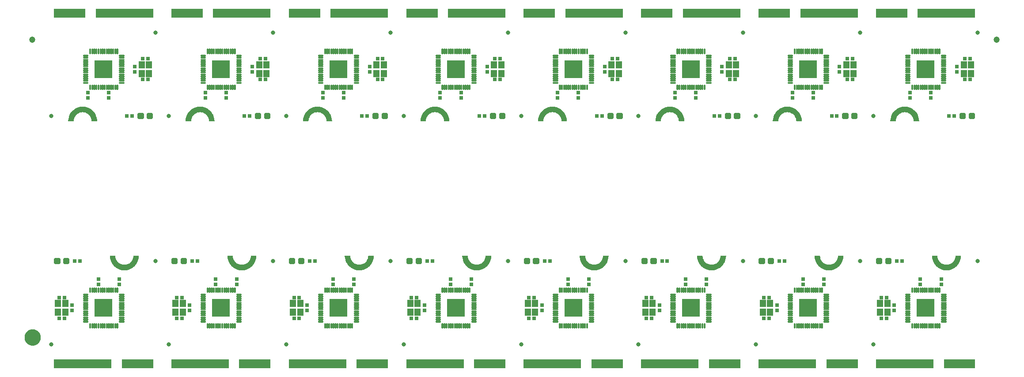
<source format=gts>
G04 EAGLE Gerber RS-274X export*
G75*
%MOMM*%
%FSLAX34Y34*%
%LPD*%
%INSoldermask Top*%
%IPPOS*%
%AMOC8*
5,1,8,0,0,1.08239X$1,22.5*%
G01*
%ADD10R,0.803200X0.803200*%
%ADD11C,0.505344*%
%ADD12C,0.838200*%
%ADD13R,0.553200X1.653200*%
%ADD14C,0.555600*%
%ADD15C,0.282238*%
%ADD16R,3.403200X3.403200*%
%ADD17R,1.303200X1.403200*%
%ADD18C,1.203200*%
%ADD19C,1.270000*%
%ADD20C,1.703200*%

G36*
X52496Y478253D02*
X52496Y478253D01*
X52503Y478251D01*
X52563Y478272D01*
X52624Y478290D01*
X52628Y478295D01*
X52635Y478298D01*
X52674Y478348D01*
X52716Y478395D01*
X52717Y478402D01*
X52721Y478408D01*
X52738Y478480D01*
X52952Y481198D01*
X53584Y483831D01*
X54620Y486331D01*
X56034Y488639D01*
X57792Y490698D01*
X59850Y492456D01*
X62158Y493870D01*
X64659Y494906D01*
X67291Y495538D01*
X69989Y495750D01*
X72688Y495538D01*
X75320Y494906D01*
X77821Y493870D01*
X80129Y492456D01*
X82187Y490698D01*
X83945Y488639D01*
X85359Y486331D01*
X86395Y483831D01*
X87027Y481198D01*
X87241Y478480D01*
X87244Y478474D01*
X87242Y478467D01*
X87268Y478409D01*
X87291Y478350D01*
X87296Y478345D01*
X87299Y478339D01*
X87352Y478304D01*
X87403Y478266D01*
X87410Y478266D01*
X87416Y478262D01*
X87489Y478251D01*
X97489Y478251D01*
X97514Y478258D01*
X97540Y478256D01*
X97580Y478277D01*
X97624Y478290D01*
X97641Y478310D01*
X97664Y478322D01*
X97686Y478361D01*
X97716Y478395D01*
X97719Y478421D01*
X97732Y478444D01*
X97738Y478518D01*
X97458Y482431D01*
X97455Y482441D01*
X97453Y482467D01*
X96619Y486301D01*
X96614Y486309D01*
X96609Y486335D01*
X95238Y490011D01*
X95232Y490019D01*
X95223Y490043D01*
X93343Y493487D01*
X93336Y493494D01*
X93323Y493517D01*
X90972Y496658D01*
X90964Y496664D01*
X90949Y496685D01*
X88174Y499459D01*
X88166Y499464D01*
X88147Y499483D01*
X85006Y501834D01*
X84997Y501837D01*
X84976Y501853D01*
X81533Y503734D01*
X81523Y503736D01*
X81500Y503748D01*
X77824Y505120D01*
X77815Y505120D01*
X77790Y505130D01*
X73956Y505964D01*
X73946Y505963D01*
X73921Y505969D01*
X70007Y506249D01*
X69998Y506247D01*
X69972Y506249D01*
X66058Y505969D01*
X66049Y505965D01*
X66023Y505964D01*
X62189Y505130D01*
X62180Y505125D01*
X62155Y505120D01*
X58478Y503748D01*
X58471Y503743D01*
X58446Y503734D01*
X55002Y501853D01*
X54996Y501846D01*
X54972Y501834D01*
X51831Y499483D01*
X51826Y499475D01*
X51805Y499459D01*
X49030Y496685D01*
X49025Y496676D01*
X49007Y496658D01*
X46655Y493517D01*
X46652Y493508D01*
X46636Y493487D01*
X44756Y490043D01*
X44754Y490034D01*
X44741Y490011D01*
X43370Y486335D01*
X43369Y486325D01*
X43360Y486301D01*
X42526Y482467D01*
X42526Y482457D01*
X42521Y482431D01*
X42241Y478518D01*
X42246Y478492D01*
X42242Y478467D01*
X42261Y478425D01*
X42270Y478381D01*
X42289Y478363D01*
X42299Y478339D01*
X42337Y478314D01*
X42369Y478282D01*
X42394Y478276D01*
X42416Y478262D01*
X42489Y478251D01*
X52489Y478251D01*
X52496Y478253D01*
G37*
G36*
X952825Y478253D02*
X952825Y478253D01*
X952832Y478251D01*
X952891Y478272D01*
X952952Y478290D01*
X952957Y478295D01*
X952964Y478298D01*
X953002Y478348D01*
X953044Y478395D01*
X953045Y478402D01*
X953049Y478408D01*
X953066Y478480D01*
X953280Y481198D01*
X953912Y483831D01*
X954948Y486331D01*
X956362Y488639D01*
X958120Y490698D01*
X960179Y492456D01*
X962486Y493870D01*
X964987Y494906D01*
X967619Y495538D01*
X970318Y495750D01*
X973016Y495538D01*
X975648Y494906D01*
X978149Y493870D01*
X980457Y492456D01*
X982515Y490698D01*
X984273Y488639D01*
X985688Y486331D01*
X986724Y483831D01*
X987355Y481198D01*
X987569Y478480D01*
X987572Y478474D01*
X987571Y478467D01*
X987597Y478409D01*
X987619Y478350D01*
X987625Y478345D01*
X987628Y478339D01*
X987680Y478304D01*
X987731Y478266D01*
X987738Y478266D01*
X987744Y478262D01*
X987818Y478251D01*
X997818Y478251D01*
X997843Y478258D01*
X997869Y478256D01*
X997909Y478277D01*
X997952Y478290D01*
X997969Y478310D01*
X997992Y478322D01*
X998014Y478361D01*
X998044Y478395D01*
X998048Y478421D01*
X998061Y478444D01*
X998066Y478518D01*
X997787Y482431D01*
X997783Y482441D01*
X997781Y482467D01*
X996947Y486301D01*
X996943Y486309D01*
X996937Y486335D01*
X995566Y490011D01*
X995560Y490019D01*
X995551Y490043D01*
X993671Y493487D01*
X993664Y493494D01*
X993652Y493517D01*
X991300Y496658D01*
X991293Y496664D01*
X991277Y496685D01*
X988503Y499459D01*
X988494Y499464D01*
X988476Y499483D01*
X985335Y501834D01*
X985326Y501837D01*
X985305Y501853D01*
X981861Y503734D01*
X981852Y503736D01*
X981829Y503748D01*
X978153Y505120D01*
X978143Y505120D01*
X978118Y505130D01*
X974284Y505964D01*
X974275Y505963D01*
X974249Y505969D01*
X970336Y506249D01*
X970326Y506247D01*
X970300Y506249D01*
X966386Y505969D01*
X966377Y505965D01*
X966351Y505964D01*
X962517Y505130D01*
X962509Y505125D01*
X962483Y505120D01*
X958807Y503748D01*
X958799Y503743D01*
X958774Y503734D01*
X955331Y501853D01*
X955324Y501846D01*
X955301Y501834D01*
X952160Y499483D01*
X952154Y499475D01*
X952133Y499459D01*
X949358Y496685D01*
X949354Y496676D01*
X949335Y496658D01*
X946984Y493517D01*
X946980Y493508D01*
X946965Y493487D01*
X945084Y490043D01*
X945082Y490034D01*
X945069Y490011D01*
X943698Y486335D01*
X943698Y486325D01*
X943688Y486301D01*
X942854Y482467D01*
X942855Y482457D01*
X942849Y482431D01*
X942569Y478518D01*
X942575Y478492D01*
X942571Y478467D01*
X942589Y478425D01*
X942599Y478381D01*
X942617Y478363D01*
X942628Y478339D01*
X942665Y478314D01*
X942697Y478282D01*
X942723Y478276D01*
X942744Y478262D01*
X942818Y478251D01*
X952818Y478251D01*
X952825Y478253D01*
G37*
G36*
X1402989Y478253D02*
X1402989Y478253D01*
X1402996Y478251D01*
X1403055Y478272D01*
X1403116Y478290D01*
X1403121Y478295D01*
X1403128Y478298D01*
X1403167Y478348D01*
X1403208Y478395D01*
X1403209Y478402D01*
X1403214Y478408D01*
X1403230Y478480D01*
X1403444Y481198D01*
X1404076Y483831D01*
X1405112Y486331D01*
X1406526Y488639D01*
X1408284Y490698D01*
X1410343Y492456D01*
X1412651Y493870D01*
X1415151Y494906D01*
X1417784Y495538D01*
X1420482Y495750D01*
X1423180Y495538D01*
X1425813Y494906D01*
X1428313Y493870D01*
X1430621Y492456D01*
X1432680Y490698D01*
X1434438Y488639D01*
X1435852Y486331D01*
X1436888Y483831D01*
X1437520Y481198D01*
X1437734Y478480D01*
X1437736Y478474D01*
X1437735Y478467D01*
X1437761Y478409D01*
X1437783Y478350D01*
X1437789Y478345D01*
X1437792Y478339D01*
X1437845Y478304D01*
X1437895Y478266D01*
X1437903Y478266D01*
X1437909Y478262D01*
X1437982Y478251D01*
X1447982Y478251D01*
X1448007Y478258D01*
X1448033Y478256D01*
X1448073Y478277D01*
X1448116Y478290D01*
X1448133Y478310D01*
X1448156Y478322D01*
X1448178Y478361D01*
X1448208Y478395D01*
X1448212Y478421D01*
X1448225Y478444D01*
X1448231Y478518D01*
X1447951Y482431D01*
X1447947Y482441D01*
X1447946Y482467D01*
X1447112Y486301D01*
X1447107Y486309D01*
X1447102Y486335D01*
X1445730Y490011D01*
X1445725Y490019D01*
X1445716Y490043D01*
X1443835Y493487D01*
X1443828Y493494D01*
X1443816Y493517D01*
X1441465Y496658D01*
X1441457Y496664D01*
X1441441Y496685D01*
X1438667Y499459D01*
X1438658Y499464D01*
X1438640Y499483D01*
X1435499Y501834D01*
X1435490Y501837D01*
X1435469Y501853D01*
X1432025Y503734D01*
X1432016Y503736D01*
X1431993Y503748D01*
X1428317Y505120D01*
X1428307Y505120D01*
X1428283Y505130D01*
X1424449Y505964D01*
X1424439Y505963D01*
X1424413Y505969D01*
X1420500Y506249D01*
X1420490Y506247D01*
X1420464Y506249D01*
X1416551Y505969D01*
X1416541Y505965D01*
X1416515Y505964D01*
X1412681Y505130D01*
X1412673Y505125D01*
X1412647Y505120D01*
X1408971Y503748D01*
X1408963Y503743D01*
X1408939Y503734D01*
X1405495Y501853D01*
X1405488Y501846D01*
X1405465Y501834D01*
X1402324Y499483D01*
X1402318Y499475D01*
X1402297Y499459D01*
X1399523Y496685D01*
X1399518Y496676D01*
X1399499Y496658D01*
X1397148Y493517D01*
X1397145Y493508D01*
X1397129Y493487D01*
X1395248Y490043D01*
X1395246Y490034D01*
X1395234Y490011D01*
X1393862Y486335D01*
X1393862Y486325D01*
X1393852Y486301D01*
X1393018Y482467D01*
X1393019Y482457D01*
X1393013Y482431D01*
X1392733Y478518D01*
X1392739Y478492D01*
X1392735Y478467D01*
X1392753Y478425D01*
X1392763Y478381D01*
X1392781Y478363D01*
X1392792Y478339D01*
X1392830Y478314D01*
X1392861Y478282D01*
X1392887Y478276D01*
X1392909Y478262D01*
X1392982Y478251D01*
X1402982Y478251D01*
X1402989Y478253D01*
G37*
G36*
X502661Y478253D02*
X502661Y478253D01*
X502668Y478251D01*
X502727Y478272D01*
X502788Y478290D01*
X502793Y478295D01*
X502799Y478298D01*
X502838Y478348D01*
X502880Y478395D01*
X502881Y478402D01*
X502885Y478408D01*
X502902Y478480D01*
X503116Y481198D01*
X503748Y483831D01*
X504784Y486331D01*
X506198Y488639D01*
X507956Y490698D01*
X510014Y492456D01*
X512322Y493870D01*
X514823Y494906D01*
X517455Y495538D01*
X520154Y495750D01*
X522852Y495538D01*
X525484Y494906D01*
X527985Y493870D01*
X530293Y492456D01*
X532351Y490698D01*
X534109Y488639D01*
X535523Y486331D01*
X536559Y483831D01*
X537191Y481198D01*
X537405Y478480D01*
X537408Y478474D01*
X537407Y478467D01*
X537432Y478409D01*
X537455Y478350D01*
X537461Y478345D01*
X537463Y478339D01*
X537516Y478304D01*
X537567Y478266D01*
X537574Y478266D01*
X537580Y478262D01*
X537654Y478251D01*
X547654Y478251D01*
X547679Y478258D01*
X547705Y478256D01*
X547744Y478277D01*
X547788Y478290D01*
X547805Y478310D01*
X547828Y478322D01*
X547850Y478361D01*
X547880Y478395D01*
X547884Y478421D01*
X547896Y478444D01*
X547902Y478518D01*
X547622Y482431D01*
X547619Y482441D01*
X547617Y482467D01*
X546783Y486301D01*
X546779Y486309D01*
X546773Y486335D01*
X545402Y490011D01*
X545396Y490019D01*
X545387Y490043D01*
X543507Y493487D01*
X543500Y493494D01*
X543488Y493517D01*
X541136Y496658D01*
X541129Y496664D01*
X541113Y496685D01*
X538339Y499459D01*
X538330Y499464D01*
X538312Y499483D01*
X535171Y501834D01*
X535162Y501837D01*
X535141Y501853D01*
X531697Y503734D01*
X531688Y503736D01*
X531665Y503748D01*
X527988Y505120D01*
X527979Y505120D01*
X527954Y505130D01*
X524120Y505964D01*
X524111Y505963D01*
X524085Y505969D01*
X520171Y506249D01*
X520162Y506247D01*
X520136Y506249D01*
X516222Y505969D01*
X516213Y505965D01*
X516187Y505964D01*
X512353Y505130D01*
X512344Y505125D01*
X512319Y505120D01*
X508643Y503748D01*
X508635Y503743D01*
X508610Y503734D01*
X505167Y501853D01*
X505160Y501846D01*
X505137Y501834D01*
X501996Y499483D01*
X501990Y499475D01*
X501969Y499459D01*
X499194Y496685D01*
X499190Y496676D01*
X499171Y496658D01*
X496820Y493517D01*
X496816Y493508D01*
X496800Y493487D01*
X494920Y490043D01*
X494918Y490034D01*
X494905Y490011D01*
X493534Y486335D01*
X493533Y486325D01*
X493524Y486301D01*
X492690Y482467D01*
X492691Y482457D01*
X492685Y482431D01*
X492405Y478518D01*
X492410Y478492D01*
X492407Y478467D01*
X492425Y478425D01*
X492435Y478381D01*
X492453Y478363D01*
X492463Y478339D01*
X492501Y478314D01*
X492533Y478282D01*
X492558Y478276D01*
X492580Y478262D01*
X492654Y478251D01*
X502654Y478251D01*
X502661Y478253D01*
G37*
G36*
X277591Y478253D02*
X277591Y478253D01*
X277598Y478251D01*
X277657Y478272D01*
X277718Y478290D01*
X277723Y478295D01*
X277730Y478298D01*
X277769Y478348D01*
X277810Y478395D01*
X277811Y478402D01*
X277816Y478408D01*
X277833Y478480D01*
X278047Y481198D01*
X278679Y483831D01*
X279714Y486331D01*
X281129Y488639D01*
X282887Y490698D01*
X284945Y492456D01*
X287253Y493870D01*
X289754Y494906D01*
X292386Y495538D01*
X295084Y495750D01*
X297783Y495538D01*
X300415Y494906D01*
X302916Y493870D01*
X305224Y492456D01*
X307282Y490698D01*
X309040Y488639D01*
X310454Y486331D01*
X311490Y483831D01*
X312122Y481198D01*
X312336Y478480D01*
X312338Y478474D01*
X312337Y478467D01*
X312363Y478409D01*
X312385Y478350D01*
X312391Y478345D01*
X312394Y478339D01*
X312447Y478304D01*
X312497Y478266D01*
X312505Y478266D01*
X312511Y478262D01*
X312584Y478251D01*
X322584Y478251D01*
X322609Y478258D01*
X322635Y478256D01*
X322675Y478277D01*
X322718Y478290D01*
X322736Y478310D01*
X322758Y478322D01*
X322781Y478361D01*
X322810Y478395D01*
X322814Y478421D01*
X322827Y478444D01*
X322833Y478518D01*
X322553Y482431D01*
X322550Y482441D01*
X322548Y482467D01*
X321714Y486301D01*
X321709Y486309D01*
X321704Y486335D01*
X320333Y490011D01*
X320327Y490019D01*
X320318Y490043D01*
X318437Y493487D01*
X318431Y493494D01*
X318418Y493517D01*
X316067Y496658D01*
X316059Y496664D01*
X316044Y496685D01*
X313269Y499459D01*
X313261Y499464D01*
X313242Y499483D01*
X310101Y501834D01*
X310092Y501837D01*
X310071Y501853D01*
X306628Y503734D01*
X306618Y503736D01*
X306595Y503748D01*
X302919Y505120D01*
X302909Y505120D01*
X302885Y505130D01*
X299051Y505964D01*
X299041Y505963D01*
X299016Y505969D01*
X295102Y506249D01*
X295093Y506247D01*
X295066Y506249D01*
X291153Y505969D01*
X291144Y505965D01*
X291118Y505964D01*
X287284Y505130D01*
X287275Y505125D01*
X287249Y505120D01*
X283573Y503748D01*
X283565Y503743D01*
X283541Y503734D01*
X280097Y501853D01*
X280090Y501846D01*
X280067Y501834D01*
X276926Y499483D01*
X276920Y499475D01*
X276899Y499459D01*
X274125Y496685D01*
X274120Y496676D01*
X274102Y496658D01*
X271750Y493517D01*
X271747Y493508D01*
X271731Y493487D01*
X269851Y490043D01*
X269849Y490034D01*
X269836Y490011D01*
X268465Y486335D01*
X268464Y486325D01*
X268455Y486301D01*
X267621Y482467D01*
X267621Y482457D01*
X267615Y482431D01*
X267336Y478518D01*
X267341Y478492D01*
X267337Y478467D01*
X267356Y478425D01*
X267365Y478381D01*
X267383Y478363D01*
X267394Y478339D01*
X267432Y478314D01*
X267464Y478282D01*
X267489Y478276D01*
X267511Y478262D01*
X267584Y478251D01*
X277584Y478251D01*
X277591Y478253D01*
G37*
G36*
X1177920Y478253D02*
X1177920Y478253D01*
X1177927Y478251D01*
X1177986Y478272D01*
X1178047Y478290D01*
X1178052Y478295D01*
X1178058Y478298D01*
X1178097Y478348D01*
X1178139Y478395D01*
X1178140Y478402D01*
X1178144Y478408D01*
X1178161Y478480D01*
X1178375Y481198D01*
X1179007Y483831D01*
X1180043Y486331D01*
X1181457Y488639D01*
X1183215Y490698D01*
X1185273Y492456D01*
X1187581Y493870D01*
X1190082Y494906D01*
X1192714Y495538D01*
X1195413Y495750D01*
X1198111Y495538D01*
X1200743Y494906D01*
X1203244Y493870D01*
X1205552Y492456D01*
X1207610Y490698D01*
X1209368Y488639D01*
X1210782Y486331D01*
X1211818Y483831D01*
X1212450Y481198D01*
X1212664Y478480D01*
X1212667Y478474D01*
X1212666Y478467D01*
X1212691Y478409D01*
X1212714Y478350D01*
X1212720Y478345D01*
X1212722Y478339D01*
X1212775Y478304D01*
X1212826Y478266D01*
X1212833Y478266D01*
X1212839Y478262D01*
X1212913Y478251D01*
X1222913Y478251D01*
X1222938Y478258D01*
X1222964Y478256D01*
X1223003Y478277D01*
X1223047Y478290D01*
X1223064Y478310D01*
X1223087Y478322D01*
X1223109Y478361D01*
X1223139Y478395D01*
X1223143Y478421D01*
X1223155Y478444D01*
X1223161Y478518D01*
X1222881Y482431D01*
X1222878Y482441D01*
X1222876Y482467D01*
X1222042Y486301D01*
X1222038Y486309D01*
X1222032Y486335D01*
X1220661Y490011D01*
X1220655Y490019D01*
X1220646Y490043D01*
X1218766Y493487D01*
X1218759Y493494D01*
X1218747Y493517D01*
X1216395Y496658D01*
X1216388Y496664D01*
X1216372Y496685D01*
X1213598Y499459D01*
X1213589Y499464D01*
X1213571Y499483D01*
X1210430Y501834D01*
X1210421Y501837D01*
X1210400Y501853D01*
X1206956Y503734D01*
X1206947Y503736D01*
X1206924Y503748D01*
X1203247Y505120D01*
X1203238Y505120D01*
X1203213Y505130D01*
X1199379Y505964D01*
X1199370Y505963D01*
X1199344Y505969D01*
X1195430Y506249D01*
X1195421Y506247D01*
X1195395Y506249D01*
X1191481Y505969D01*
X1191472Y505965D01*
X1191446Y505964D01*
X1187612Y505130D01*
X1187603Y505125D01*
X1187578Y505120D01*
X1183902Y503748D01*
X1183894Y503743D01*
X1183869Y503734D01*
X1180426Y501853D01*
X1180419Y501846D01*
X1180396Y501834D01*
X1177255Y499483D01*
X1177249Y499475D01*
X1177228Y499459D01*
X1174453Y496685D01*
X1174449Y496676D01*
X1174430Y496658D01*
X1172079Y493517D01*
X1172075Y493508D01*
X1172059Y493487D01*
X1170179Y490043D01*
X1170177Y490034D01*
X1170164Y490011D01*
X1168793Y486335D01*
X1168792Y486325D01*
X1168783Y486301D01*
X1167949Y482467D01*
X1167950Y482457D01*
X1167944Y482431D01*
X1167664Y478518D01*
X1167669Y478492D01*
X1167666Y478467D01*
X1167684Y478425D01*
X1167694Y478381D01*
X1167712Y478363D01*
X1167722Y478339D01*
X1167760Y478314D01*
X1167792Y478282D01*
X1167817Y478276D01*
X1167839Y478262D01*
X1167913Y478251D01*
X1177913Y478251D01*
X1177920Y478253D01*
G37*
G36*
X727755Y478253D02*
X727755Y478253D01*
X727762Y478251D01*
X727822Y478272D01*
X727883Y478290D01*
X727887Y478295D01*
X727894Y478298D01*
X727933Y478348D01*
X727975Y478395D01*
X727976Y478402D01*
X727980Y478408D01*
X727997Y478480D01*
X728211Y481198D01*
X728843Y483831D01*
X729879Y486331D01*
X731293Y488639D01*
X733051Y490698D01*
X735109Y492456D01*
X737417Y493870D01*
X739918Y494906D01*
X742550Y495538D01*
X745248Y495750D01*
X747947Y495538D01*
X750579Y494906D01*
X753080Y493870D01*
X755388Y492456D01*
X757446Y490698D01*
X759204Y488639D01*
X760618Y486331D01*
X761654Y483831D01*
X762286Y481198D01*
X762500Y478480D01*
X762503Y478474D01*
X762501Y478467D01*
X762527Y478409D01*
X762550Y478350D01*
X762555Y478345D01*
X762558Y478339D01*
X762611Y478304D01*
X762662Y478266D01*
X762669Y478266D01*
X762675Y478262D01*
X762748Y478251D01*
X772748Y478251D01*
X772773Y478258D01*
X772799Y478256D01*
X772839Y478277D01*
X772883Y478290D01*
X772900Y478310D01*
X772923Y478322D01*
X772945Y478361D01*
X772975Y478395D01*
X772978Y478421D01*
X772991Y478444D01*
X772997Y478518D01*
X772717Y482431D01*
X772714Y482441D01*
X772712Y482467D01*
X771878Y486301D01*
X771873Y486309D01*
X771868Y486335D01*
X770497Y490011D01*
X770491Y490019D01*
X770482Y490043D01*
X768602Y493487D01*
X768595Y493494D01*
X768582Y493517D01*
X766231Y496658D01*
X766223Y496664D01*
X766208Y496685D01*
X763433Y499459D01*
X763425Y499464D01*
X763406Y499483D01*
X760265Y501834D01*
X760256Y501837D01*
X760235Y501853D01*
X756792Y503734D01*
X756782Y503736D01*
X756759Y503748D01*
X753083Y505120D01*
X753074Y505120D01*
X753049Y505130D01*
X749215Y505964D01*
X749205Y505963D01*
X749180Y505969D01*
X745266Y506249D01*
X745257Y506247D01*
X745231Y506249D01*
X741317Y505969D01*
X741308Y505965D01*
X741282Y505964D01*
X737448Y505130D01*
X737439Y505125D01*
X737414Y505120D01*
X733737Y503748D01*
X733730Y503743D01*
X733705Y503734D01*
X730261Y501853D01*
X730255Y501846D01*
X730231Y501834D01*
X727090Y499483D01*
X727085Y499475D01*
X727064Y499459D01*
X724289Y496685D01*
X724284Y496676D01*
X724266Y496658D01*
X721914Y493517D01*
X721911Y493508D01*
X721895Y493487D01*
X720015Y490043D01*
X720013Y490034D01*
X720000Y490011D01*
X718629Y486335D01*
X718628Y486325D01*
X718619Y486301D01*
X717785Y482467D01*
X717785Y482457D01*
X717780Y482431D01*
X717500Y478518D01*
X717505Y478492D01*
X717501Y478467D01*
X717520Y478425D01*
X717529Y478381D01*
X717548Y478363D01*
X717558Y478339D01*
X717596Y478314D01*
X717628Y478282D01*
X717653Y478276D01*
X717675Y478262D01*
X717748Y478251D01*
X727748Y478251D01*
X727755Y478253D01*
G37*
G36*
X1628058Y478253D02*
X1628058Y478253D01*
X1628065Y478251D01*
X1628125Y478272D01*
X1628186Y478290D01*
X1628190Y478295D01*
X1628197Y478298D01*
X1628236Y478348D01*
X1628278Y478395D01*
X1628279Y478402D01*
X1628283Y478408D01*
X1628300Y478480D01*
X1628514Y481198D01*
X1629146Y483831D01*
X1630182Y486331D01*
X1631596Y488639D01*
X1633354Y490698D01*
X1635412Y492456D01*
X1637720Y493870D01*
X1640221Y494906D01*
X1642853Y495538D01*
X1645551Y495750D01*
X1648250Y495538D01*
X1650882Y494906D01*
X1653383Y493870D01*
X1655691Y492456D01*
X1657749Y490698D01*
X1659507Y488639D01*
X1660921Y486331D01*
X1661957Y483831D01*
X1662589Y481198D01*
X1662803Y478480D01*
X1662806Y478474D01*
X1662804Y478467D01*
X1662830Y478409D01*
X1662853Y478350D01*
X1662858Y478345D01*
X1662861Y478339D01*
X1662914Y478304D01*
X1662965Y478266D01*
X1662972Y478266D01*
X1662978Y478262D01*
X1663051Y478251D01*
X1673051Y478251D01*
X1673076Y478258D01*
X1673102Y478256D01*
X1673142Y478277D01*
X1673186Y478290D01*
X1673203Y478310D01*
X1673226Y478322D01*
X1673248Y478361D01*
X1673278Y478395D01*
X1673281Y478421D01*
X1673294Y478444D01*
X1673300Y478518D01*
X1673020Y482431D01*
X1673017Y482441D01*
X1673015Y482467D01*
X1672181Y486301D01*
X1672176Y486309D01*
X1672171Y486335D01*
X1670800Y490011D01*
X1670794Y490019D01*
X1670785Y490043D01*
X1668905Y493487D01*
X1668898Y493494D01*
X1668885Y493517D01*
X1666534Y496658D01*
X1666526Y496664D01*
X1666511Y496685D01*
X1663736Y499459D01*
X1663728Y499464D01*
X1663709Y499483D01*
X1660568Y501834D01*
X1660559Y501837D01*
X1660538Y501853D01*
X1657095Y503734D01*
X1657085Y503736D01*
X1657062Y503748D01*
X1653386Y505120D01*
X1653377Y505120D01*
X1653352Y505130D01*
X1649518Y505964D01*
X1649508Y505963D01*
X1649483Y505969D01*
X1645569Y506249D01*
X1645560Y506247D01*
X1645534Y506249D01*
X1641620Y505969D01*
X1641611Y505965D01*
X1641585Y505964D01*
X1637751Y505130D01*
X1637742Y505125D01*
X1637717Y505120D01*
X1634040Y503748D01*
X1634033Y503743D01*
X1634008Y503734D01*
X1630564Y501853D01*
X1630558Y501846D01*
X1630534Y501834D01*
X1627393Y499483D01*
X1627388Y499475D01*
X1627367Y499459D01*
X1624592Y496685D01*
X1624587Y496676D01*
X1624569Y496658D01*
X1622217Y493517D01*
X1622214Y493508D01*
X1622198Y493487D01*
X1620318Y490043D01*
X1620316Y490034D01*
X1620303Y490011D01*
X1618932Y486335D01*
X1618931Y486325D01*
X1618922Y486301D01*
X1618088Y482467D01*
X1618088Y482457D01*
X1618083Y482431D01*
X1617803Y478518D01*
X1617808Y478492D01*
X1617804Y478467D01*
X1617823Y478425D01*
X1617832Y478381D01*
X1617851Y478363D01*
X1617861Y478339D01*
X1617899Y478314D01*
X1617931Y478282D01*
X1617956Y478276D01*
X1617978Y478262D01*
X1618051Y478251D01*
X1628051Y478251D01*
X1628058Y478253D01*
G37*
G36*
X1729493Y192531D02*
X1729493Y192531D01*
X1729503Y192535D01*
X1729529Y192536D01*
X1733363Y193370D01*
X1733371Y193375D01*
X1733397Y193380D01*
X1737073Y194752D01*
X1737081Y194757D01*
X1737105Y194766D01*
X1740549Y196647D01*
X1740556Y196654D01*
X1740579Y196666D01*
X1743720Y199017D01*
X1743726Y199025D01*
X1743747Y199041D01*
X1746521Y201815D01*
X1746526Y201824D01*
X1746545Y201842D01*
X1748896Y204983D01*
X1748899Y204992D01*
X1748915Y205013D01*
X1750796Y208457D01*
X1750798Y208466D01*
X1750810Y208489D01*
X1752182Y212165D01*
X1752182Y212175D01*
X1752192Y212199D01*
X1753026Y216033D01*
X1753025Y216043D01*
X1753031Y216069D01*
X1753311Y219982D01*
X1753305Y220008D01*
X1753309Y220033D01*
X1753291Y220075D01*
X1753281Y220119D01*
X1753263Y220137D01*
X1753252Y220161D01*
X1753214Y220186D01*
X1753183Y220218D01*
X1753157Y220224D01*
X1753136Y220238D01*
X1753062Y220249D01*
X1743062Y220249D01*
X1743055Y220247D01*
X1743048Y220249D01*
X1742989Y220228D01*
X1742928Y220210D01*
X1742923Y220205D01*
X1742916Y220202D01*
X1742878Y220152D01*
X1742836Y220105D01*
X1742835Y220098D01*
X1742830Y220092D01*
X1742814Y220020D01*
X1742600Y217302D01*
X1741968Y214669D01*
X1740932Y212169D01*
X1739518Y209861D01*
X1737760Y207802D01*
X1735701Y206044D01*
X1733393Y204630D01*
X1730893Y203594D01*
X1728260Y202962D01*
X1725562Y202750D01*
X1722864Y202962D01*
X1720231Y203594D01*
X1717731Y204630D01*
X1715423Y206044D01*
X1713364Y207802D01*
X1711606Y209861D01*
X1710192Y212169D01*
X1709156Y214669D01*
X1708524Y217302D01*
X1708310Y220020D01*
X1708308Y220026D01*
X1708309Y220033D01*
X1708283Y220091D01*
X1708261Y220150D01*
X1708255Y220155D01*
X1708252Y220161D01*
X1708199Y220196D01*
X1708149Y220234D01*
X1708142Y220234D01*
X1708136Y220238D01*
X1708062Y220249D01*
X1698062Y220249D01*
X1698037Y220242D01*
X1698011Y220244D01*
X1697971Y220223D01*
X1697928Y220210D01*
X1697911Y220190D01*
X1697888Y220178D01*
X1697866Y220139D01*
X1697836Y220105D01*
X1697832Y220079D01*
X1697819Y220056D01*
X1697813Y219982D01*
X1698093Y216069D01*
X1698097Y216059D01*
X1698098Y216033D01*
X1698932Y212199D01*
X1698937Y212191D01*
X1698942Y212165D01*
X1700314Y208489D01*
X1700319Y208481D01*
X1700328Y208457D01*
X1702209Y205013D01*
X1702216Y205006D01*
X1702228Y204983D01*
X1704579Y201842D01*
X1704587Y201836D01*
X1704603Y201815D01*
X1707377Y199041D01*
X1707386Y199036D01*
X1707404Y199017D01*
X1710545Y196666D01*
X1710554Y196663D01*
X1710575Y196647D01*
X1714019Y194766D01*
X1714028Y194764D01*
X1714051Y194752D01*
X1717727Y193380D01*
X1717737Y193380D01*
X1717761Y193370D01*
X1721595Y192536D01*
X1721605Y192537D01*
X1721631Y192531D01*
X1725544Y192251D01*
X1725554Y192253D01*
X1725580Y192251D01*
X1729493Y192531D01*
G37*
G36*
X1054260Y192531D02*
X1054260Y192531D01*
X1054269Y192535D01*
X1054295Y192536D01*
X1058129Y193370D01*
X1058138Y193375D01*
X1058163Y193380D01*
X1061839Y194752D01*
X1061847Y194757D01*
X1061872Y194766D01*
X1065315Y196647D01*
X1065322Y196654D01*
X1065345Y196666D01*
X1068486Y199017D01*
X1068492Y199025D01*
X1068513Y199041D01*
X1071288Y201815D01*
X1071292Y201824D01*
X1071311Y201842D01*
X1073662Y204983D01*
X1073666Y204992D01*
X1073682Y205013D01*
X1075562Y208457D01*
X1075564Y208466D01*
X1075577Y208489D01*
X1076948Y212165D01*
X1076949Y212175D01*
X1076958Y212199D01*
X1077792Y216033D01*
X1077791Y216043D01*
X1077797Y216069D01*
X1078077Y219982D01*
X1078072Y220008D01*
X1078075Y220033D01*
X1078057Y220075D01*
X1078048Y220119D01*
X1078029Y220137D01*
X1078019Y220161D01*
X1077981Y220186D01*
X1077949Y220218D01*
X1077924Y220224D01*
X1077902Y220238D01*
X1077828Y220249D01*
X1067828Y220249D01*
X1067821Y220247D01*
X1067814Y220249D01*
X1067755Y220228D01*
X1067694Y220210D01*
X1067689Y220205D01*
X1067683Y220202D01*
X1067644Y220152D01*
X1067602Y220105D01*
X1067601Y220098D01*
X1067597Y220092D01*
X1067580Y220020D01*
X1067366Y217302D01*
X1066734Y214669D01*
X1065698Y212169D01*
X1064284Y209861D01*
X1062526Y207802D01*
X1060468Y206044D01*
X1058160Y204630D01*
X1055659Y203594D01*
X1053027Y202962D01*
X1050328Y202750D01*
X1047630Y202962D01*
X1044998Y203594D01*
X1042497Y204630D01*
X1040189Y206044D01*
X1038131Y207802D01*
X1036373Y209861D01*
X1034959Y212169D01*
X1033923Y214669D01*
X1033291Y217302D01*
X1033077Y220020D01*
X1033074Y220026D01*
X1033075Y220033D01*
X1033050Y220091D01*
X1033027Y220150D01*
X1033022Y220155D01*
X1033019Y220161D01*
X1032966Y220196D01*
X1032915Y220234D01*
X1032908Y220234D01*
X1032902Y220238D01*
X1032828Y220249D01*
X1022828Y220249D01*
X1022803Y220242D01*
X1022777Y220244D01*
X1022738Y220223D01*
X1022694Y220210D01*
X1022677Y220190D01*
X1022654Y220178D01*
X1022632Y220139D01*
X1022602Y220105D01*
X1022598Y220079D01*
X1022586Y220056D01*
X1022580Y219982D01*
X1022860Y216069D01*
X1022863Y216059D01*
X1022865Y216033D01*
X1023699Y212199D01*
X1023703Y212191D01*
X1023709Y212165D01*
X1025080Y208489D01*
X1025086Y208481D01*
X1025095Y208457D01*
X1026975Y205013D01*
X1026982Y205006D01*
X1026994Y204983D01*
X1029346Y201842D01*
X1029354Y201836D01*
X1029369Y201815D01*
X1032144Y199041D01*
X1032152Y199036D01*
X1032170Y199017D01*
X1035311Y196666D01*
X1035321Y196663D01*
X1035341Y196647D01*
X1038785Y194766D01*
X1038794Y194764D01*
X1038817Y194752D01*
X1042494Y193380D01*
X1042503Y193380D01*
X1042528Y193370D01*
X1046362Y192536D01*
X1046371Y192537D01*
X1046397Y192531D01*
X1050311Y192251D01*
X1050320Y192253D01*
X1050346Y192251D01*
X1054260Y192531D01*
G37*
G36*
X829165Y192531D02*
X829165Y192531D01*
X829174Y192535D01*
X829200Y192536D01*
X833034Y193370D01*
X833043Y193375D01*
X833068Y193380D01*
X836745Y194752D01*
X836752Y194757D01*
X836777Y194766D01*
X840221Y196647D01*
X840227Y196654D01*
X840251Y196666D01*
X843392Y199017D01*
X843397Y199025D01*
X843419Y199041D01*
X846193Y201815D01*
X846198Y201824D01*
X846216Y201842D01*
X848568Y204983D01*
X848571Y204992D01*
X848587Y205013D01*
X850467Y208457D01*
X850469Y208466D01*
X850482Y208489D01*
X851853Y212165D01*
X851854Y212175D01*
X851863Y212199D01*
X852697Y216033D01*
X852697Y216043D01*
X852702Y216069D01*
X852982Y219982D01*
X852977Y220008D01*
X852981Y220033D01*
X852962Y220075D01*
X852953Y220119D01*
X852934Y220137D01*
X852924Y220161D01*
X852886Y220186D01*
X852854Y220218D01*
X852829Y220224D01*
X852807Y220238D01*
X852734Y220249D01*
X842734Y220249D01*
X842727Y220247D01*
X842720Y220249D01*
X842660Y220228D01*
X842599Y220210D01*
X842595Y220205D01*
X842588Y220202D01*
X842549Y220152D01*
X842507Y220105D01*
X842506Y220098D01*
X842502Y220092D01*
X842485Y220020D01*
X842271Y217302D01*
X841639Y214669D01*
X840603Y212169D01*
X839189Y209861D01*
X837431Y207802D01*
X835373Y206044D01*
X833065Y204630D01*
X830564Y203594D01*
X827932Y202962D01*
X825234Y202750D01*
X822535Y202962D01*
X819903Y203594D01*
X817402Y204630D01*
X815094Y206044D01*
X813036Y207802D01*
X811278Y209861D01*
X809864Y212169D01*
X808828Y214669D01*
X808196Y217302D01*
X807982Y220020D01*
X807980Y220026D01*
X807981Y220033D01*
X807955Y220091D01*
X807932Y220150D01*
X807927Y220155D01*
X807924Y220161D01*
X807871Y220196D01*
X807820Y220234D01*
X807813Y220234D01*
X807807Y220238D01*
X807734Y220249D01*
X797734Y220249D01*
X797709Y220242D01*
X797683Y220244D01*
X797643Y220223D01*
X797599Y220210D01*
X797582Y220190D01*
X797559Y220178D01*
X797537Y220139D01*
X797507Y220105D01*
X797504Y220079D01*
X797491Y220056D01*
X797485Y219982D01*
X797765Y216069D01*
X797768Y216059D01*
X797770Y216033D01*
X798604Y212199D01*
X798609Y212191D01*
X798614Y212165D01*
X799985Y208489D01*
X799991Y208481D01*
X800000Y208457D01*
X801880Y205013D01*
X801887Y205006D01*
X801900Y204983D01*
X804251Y201842D01*
X804259Y201836D01*
X804274Y201815D01*
X807049Y199041D01*
X807057Y199036D01*
X807076Y199017D01*
X810217Y196666D01*
X810226Y196663D01*
X810247Y196647D01*
X813690Y194766D01*
X813700Y194764D01*
X813723Y194752D01*
X817399Y193380D01*
X817409Y193380D01*
X817433Y193370D01*
X821267Y192536D01*
X821277Y192537D01*
X821302Y192531D01*
X825216Y192251D01*
X825225Y192253D01*
X825251Y192251D01*
X829165Y192531D01*
G37*
G36*
X1279329Y192531D02*
X1279329Y192531D01*
X1279338Y192535D01*
X1279364Y192536D01*
X1283198Y193370D01*
X1283207Y193375D01*
X1283233Y193380D01*
X1286909Y194752D01*
X1286917Y194757D01*
X1286941Y194766D01*
X1290385Y196647D01*
X1290392Y196654D01*
X1290415Y196666D01*
X1293556Y199017D01*
X1293562Y199025D01*
X1293583Y199041D01*
X1296357Y201815D01*
X1296362Y201824D01*
X1296380Y201842D01*
X1298732Y204983D01*
X1298735Y204992D01*
X1298751Y205013D01*
X1300631Y208457D01*
X1300634Y208466D01*
X1300646Y208489D01*
X1302017Y212165D01*
X1302018Y212175D01*
X1302027Y212199D01*
X1302861Y216033D01*
X1302861Y216043D01*
X1302867Y216069D01*
X1303146Y219982D01*
X1303141Y220008D01*
X1303145Y220033D01*
X1303126Y220075D01*
X1303117Y220119D01*
X1303099Y220137D01*
X1303088Y220161D01*
X1303050Y220186D01*
X1303018Y220218D01*
X1302993Y220224D01*
X1302971Y220238D01*
X1302898Y220249D01*
X1292898Y220249D01*
X1292891Y220247D01*
X1292884Y220249D01*
X1292825Y220228D01*
X1292764Y220210D01*
X1292759Y220205D01*
X1292752Y220202D01*
X1292713Y220152D01*
X1292672Y220105D01*
X1292671Y220098D01*
X1292666Y220092D01*
X1292649Y220020D01*
X1292435Y217302D01*
X1291804Y214669D01*
X1290768Y212169D01*
X1289353Y209861D01*
X1287595Y207802D01*
X1285537Y206044D01*
X1283229Y204630D01*
X1280728Y203594D01*
X1278096Y202962D01*
X1275398Y202750D01*
X1272699Y202962D01*
X1270067Y203594D01*
X1267566Y204630D01*
X1265259Y206044D01*
X1263200Y207802D01*
X1261442Y209861D01*
X1260028Y212169D01*
X1258992Y214669D01*
X1258360Y217302D01*
X1258146Y220020D01*
X1258144Y220026D01*
X1258145Y220033D01*
X1258119Y220091D01*
X1258097Y220150D01*
X1258091Y220155D01*
X1258088Y220161D01*
X1258035Y220196D01*
X1257985Y220234D01*
X1257977Y220234D01*
X1257971Y220238D01*
X1257898Y220249D01*
X1247898Y220249D01*
X1247873Y220242D01*
X1247847Y220244D01*
X1247807Y220223D01*
X1247764Y220210D01*
X1247746Y220190D01*
X1247724Y220178D01*
X1247701Y220139D01*
X1247672Y220105D01*
X1247668Y220079D01*
X1247655Y220056D01*
X1247649Y219982D01*
X1247929Y216069D01*
X1247932Y216059D01*
X1247934Y216033D01*
X1248768Y212199D01*
X1248773Y212191D01*
X1248778Y212165D01*
X1250149Y208489D01*
X1250155Y208481D01*
X1250164Y208457D01*
X1252045Y205013D01*
X1252051Y205006D01*
X1252064Y204983D01*
X1254415Y201842D01*
X1254423Y201836D01*
X1254438Y201815D01*
X1257213Y199041D01*
X1257221Y199036D01*
X1257240Y199017D01*
X1260381Y196666D01*
X1260390Y196663D01*
X1260411Y196647D01*
X1263854Y194766D01*
X1263864Y194764D01*
X1263887Y194752D01*
X1267563Y193380D01*
X1267573Y193380D01*
X1267597Y193370D01*
X1271431Y192536D01*
X1271441Y192537D01*
X1271466Y192531D01*
X1275380Y192251D01*
X1275390Y192253D01*
X1275416Y192251D01*
X1279329Y192531D01*
G37*
G36*
X1504424Y192531D02*
X1504424Y192531D01*
X1504433Y192535D01*
X1504459Y192536D01*
X1508293Y193370D01*
X1508302Y193375D01*
X1508327Y193380D01*
X1512004Y194752D01*
X1512011Y194757D01*
X1512036Y194766D01*
X1515480Y196647D01*
X1515486Y196654D01*
X1515510Y196666D01*
X1518651Y199017D01*
X1518656Y199025D01*
X1518678Y199041D01*
X1521452Y201815D01*
X1521457Y201824D01*
X1521475Y201842D01*
X1523827Y204983D01*
X1523830Y204992D01*
X1523846Y205013D01*
X1525726Y208457D01*
X1525728Y208466D01*
X1525741Y208489D01*
X1527112Y212165D01*
X1527113Y212175D01*
X1527122Y212199D01*
X1527956Y216033D01*
X1527956Y216043D01*
X1527961Y216069D01*
X1528241Y219982D01*
X1528236Y220008D01*
X1528240Y220033D01*
X1528221Y220075D01*
X1528212Y220119D01*
X1528193Y220137D01*
X1528183Y220161D01*
X1528145Y220186D01*
X1528113Y220218D01*
X1528088Y220224D01*
X1528066Y220238D01*
X1527993Y220249D01*
X1517993Y220249D01*
X1517986Y220247D01*
X1517979Y220249D01*
X1517919Y220228D01*
X1517858Y220210D01*
X1517854Y220205D01*
X1517847Y220202D01*
X1517808Y220152D01*
X1517766Y220105D01*
X1517765Y220098D01*
X1517761Y220092D01*
X1517744Y220020D01*
X1517530Y217302D01*
X1516898Y214669D01*
X1515862Y212169D01*
X1514448Y209861D01*
X1512690Y207802D01*
X1510632Y206044D01*
X1508324Y204630D01*
X1505823Y203594D01*
X1503191Y202962D01*
X1500493Y202750D01*
X1497794Y202962D01*
X1495162Y203594D01*
X1492661Y204630D01*
X1490353Y206044D01*
X1488295Y207802D01*
X1486537Y209861D01*
X1485123Y212169D01*
X1484087Y214669D01*
X1483455Y217302D01*
X1483241Y220020D01*
X1483239Y220026D01*
X1483240Y220033D01*
X1483214Y220091D01*
X1483191Y220150D01*
X1483186Y220155D01*
X1483183Y220161D01*
X1483130Y220196D01*
X1483079Y220234D01*
X1483072Y220234D01*
X1483066Y220238D01*
X1482993Y220249D01*
X1472993Y220249D01*
X1472968Y220242D01*
X1472942Y220244D01*
X1472902Y220223D01*
X1472858Y220210D01*
X1472841Y220190D01*
X1472818Y220178D01*
X1472796Y220139D01*
X1472766Y220105D01*
X1472763Y220079D01*
X1472750Y220056D01*
X1472744Y219982D01*
X1473024Y216069D01*
X1473027Y216059D01*
X1473029Y216033D01*
X1473863Y212199D01*
X1473868Y212191D01*
X1473873Y212165D01*
X1475244Y208489D01*
X1475250Y208481D01*
X1475259Y208457D01*
X1477139Y205013D01*
X1477146Y205006D01*
X1477159Y204983D01*
X1479510Y201842D01*
X1479518Y201836D01*
X1479533Y201815D01*
X1482308Y199041D01*
X1482316Y199036D01*
X1482335Y199017D01*
X1485476Y196666D01*
X1485485Y196663D01*
X1485506Y196647D01*
X1488949Y194766D01*
X1488959Y194764D01*
X1488982Y194752D01*
X1492658Y193380D01*
X1492668Y193380D01*
X1492692Y193370D01*
X1496526Y192536D01*
X1496536Y192537D01*
X1496561Y192531D01*
X1500475Y192251D01*
X1500484Y192253D01*
X1500510Y192251D01*
X1504424Y192531D01*
G37*
G36*
X604096Y192531D02*
X604096Y192531D01*
X604105Y192535D01*
X604131Y192536D01*
X607965Y193370D01*
X607973Y193375D01*
X607999Y193380D01*
X611675Y194752D01*
X611683Y194757D01*
X611708Y194766D01*
X615151Y196647D01*
X615158Y196654D01*
X615181Y196666D01*
X618322Y199017D01*
X618328Y199025D01*
X618349Y199041D01*
X621124Y201815D01*
X621128Y201824D01*
X621147Y201842D01*
X623498Y204983D01*
X623502Y204992D01*
X623517Y205013D01*
X625398Y208457D01*
X625400Y208466D01*
X625413Y208489D01*
X626784Y212165D01*
X626784Y212175D01*
X626794Y212199D01*
X627628Y216033D01*
X627627Y216043D01*
X627633Y216069D01*
X627913Y219982D01*
X627907Y220008D01*
X627911Y220033D01*
X627893Y220075D01*
X627883Y220119D01*
X627865Y220137D01*
X627854Y220161D01*
X627817Y220186D01*
X627785Y220218D01*
X627759Y220224D01*
X627738Y220238D01*
X627664Y220249D01*
X617664Y220249D01*
X617657Y220247D01*
X617650Y220249D01*
X617591Y220228D01*
X617530Y220210D01*
X617525Y220205D01*
X617518Y220202D01*
X617480Y220152D01*
X617438Y220105D01*
X617437Y220098D01*
X617433Y220092D01*
X617416Y220020D01*
X617202Y217302D01*
X616570Y214669D01*
X615534Y212169D01*
X614120Y209861D01*
X612362Y207802D01*
X610304Y206044D01*
X607996Y204630D01*
X605495Y203594D01*
X602863Y202962D01*
X600164Y202750D01*
X597466Y202962D01*
X594834Y203594D01*
X592333Y204630D01*
X590025Y206044D01*
X587967Y207802D01*
X586209Y209861D01*
X584794Y212169D01*
X583759Y214669D01*
X583127Y217302D01*
X582913Y220020D01*
X582910Y220026D01*
X582911Y220033D01*
X582885Y220091D01*
X582863Y220150D01*
X582857Y220155D01*
X582854Y220161D01*
X582802Y220196D01*
X582751Y220234D01*
X582744Y220234D01*
X582738Y220238D01*
X582664Y220249D01*
X572664Y220249D01*
X572639Y220242D01*
X572613Y220244D01*
X572573Y220223D01*
X572530Y220210D01*
X572513Y220190D01*
X572490Y220178D01*
X572468Y220139D01*
X572438Y220105D01*
X572434Y220079D01*
X572421Y220056D01*
X572416Y219982D01*
X572695Y216069D01*
X572699Y216059D01*
X572701Y216033D01*
X573535Y212199D01*
X573539Y212191D01*
X573545Y212165D01*
X574916Y208489D01*
X574922Y208481D01*
X574931Y208457D01*
X576811Y205013D01*
X576818Y205006D01*
X576830Y204983D01*
X579182Y201842D01*
X579189Y201836D01*
X579205Y201815D01*
X581979Y199041D01*
X581988Y199036D01*
X582006Y199017D01*
X585147Y196666D01*
X585156Y196663D01*
X585177Y196647D01*
X588621Y194766D01*
X588630Y194764D01*
X588653Y194752D01*
X592329Y193380D01*
X592339Y193380D01*
X592364Y193370D01*
X596198Y192536D01*
X596207Y192537D01*
X596233Y192531D01*
X600146Y192251D01*
X600156Y192253D01*
X600182Y192251D01*
X604096Y192531D01*
G37*
G36*
X379001Y192531D02*
X379001Y192531D01*
X379010Y192535D01*
X379036Y192536D01*
X382870Y193370D01*
X382879Y193375D01*
X382904Y193380D01*
X386580Y194752D01*
X386588Y194757D01*
X386613Y194766D01*
X390056Y196647D01*
X390063Y196654D01*
X390086Y196666D01*
X393227Y199017D01*
X393233Y199025D01*
X393254Y199041D01*
X396029Y201815D01*
X396033Y201824D01*
X396052Y201842D01*
X398403Y204983D01*
X398407Y204992D01*
X398423Y205013D01*
X400303Y208457D01*
X400305Y208466D01*
X400318Y208489D01*
X401689Y212165D01*
X401690Y212175D01*
X401699Y212199D01*
X402533Y216033D01*
X402532Y216043D01*
X402538Y216069D01*
X402818Y219982D01*
X402813Y220008D01*
X402816Y220033D01*
X402798Y220075D01*
X402789Y220119D01*
X402770Y220137D01*
X402760Y220161D01*
X402722Y220186D01*
X402690Y220218D01*
X402665Y220224D01*
X402643Y220238D01*
X402569Y220249D01*
X392569Y220249D01*
X392562Y220247D01*
X392555Y220249D01*
X392496Y220228D01*
X392435Y220210D01*
X392430Y220205D01*
X392424Y220202D01*
X392385Y220152D01*
X392343Y220105D01*
X392342Y220098D01*
X392338Y220092D01*
X392321Y220020D01*
X392107Y217302D01*
X391475Y214669D01*
X390439Y212169D01*
X389025Y209861D01*
X387267Y207802D01*
X385209Y206044D01*
X382901Y204630D01*
X380400Y203594D01*
X377768Y202962D01*
X375069Y202750D01*
X372371Y202962D01*
X369739Y203594D01*
X367238Y204630D01*
X364930Y206044D01*
X362872Y207802D01*
X361114Y209861D01*
X359700Y212169D01*
X358664Y214669D01*
X358032Y217302D01*
X357818Y220020D01*
X357815Y220026D01*
X357816Y220033D01*
X357791Y220091D01*
X357768Y220150D01*
X357763Y220155D01*
X357760Y220161D01*
X357707Y220196D01*
X357656Y220234D01*
X357649Y220234D01*
X357643Y220238D01*
X357569Y220249D01*
X347569Y220249D01*
X347544Y220242D01*
X347518Y220244D01*
X347479Y220223D01*
X347435Y220210D01*
X347418Y220190D01*
X347395Y220178D01*
X347373Y220139D01*
X347343Y220105D01*
X347339Y220079D01*
X347327Y220056D01*
X347321Y219982D01*
X347601Y216069D01*
X347604Y216059D01*
X347606Y216033D01*
X348440Y212199D01*
X348444Y212191D01*
X348450Y212165D01*
X349821Y208489D01*
X349827Y208481D01*
X349836Y208457D01*
X351716Y205013D01*
X351723Y205006D01*
X351735Y204983D01*
X354087Y201842D01*
X354095Y201836D01*
X354110Y201815D01*
X356885Y199041D01*
X356893Y199036D01*
X356911Y199017D01*
X360052Y196666D01*
X360062Y196663D01*
X360082Y196647D01*
X363526Y194766D01*
X363535Y194764D01*
X363558Y194752D01*
X367235Y193380D01*
X367244Y193380D01*
X367269Y193370D01*
X371103Y192536D01*
X371112Y192537D01*
X371138Y192531D01*
X375052Y192251D01*
X375061Y192253D01*
X375087Y192251D01*
X379001Y192531D01*
G37*
G36*
X153931Y192531D02*
X153931Y192531D01*
X153941Y192535D01*
X153967Y192536D01*
X157801Y193370D01*
X157809Y193375D01*
X157835Y193380D01*
X161511Y194752D01*
X161519Y194757D01*
X161543Y194766D01*
X164987Y196647D01*
X164994Y196654D01*
X165017Y196666D01*
X168158Y199017D01*
X168164Y199025D01*
X168185Y199041D01*
X170959Y201815D01*
X170964Y201824D01*
X170983Y201842D01*
X173334Y204983D01*
X173337Y204992D01*
X173353Y205013D01*
X175234Y208457D01*
X175236Y208466D01*
X175248Y208489D01*
X176620Y212165D01*
X176620Y212175D01*
X176630Y212199D01*
X177464Y216033D01*
X177463Y216043D01*
X177469Y216069D01*
X177749Y219982D01*
X177743Y220008D01*
X177747Y220033D01*
X177729Y220075D01*
X177719Y220119D01*
X177701Y220137D01*
X177690Y220161D01*
X177652Y220186D01*
X177621Y220218D01*
X177595Y220224D01*
X177574Y220238D01*
X177500Y220249D01*
X167500Y220249D01*
X167493Y220247D01*
X167486Y220249D01*
X167427Y220228D01*
X167366Y220210D01*
X167361Y220205D01*
X167354Y220202D01*
X167316Y220152D01*
X167274Y220105D01*
X167273Y220098D01*
X167268Y220092D01*
X167252Y220020D01*
X167038Y217302D01*
X166406Y214669D01*
X165370Y212169D01*
X163956Y209861D01*
X162198Y207802D01*
X160139Y206044D01*
X157831Y204630D01*
X155331Y203594D01*
X152698Y202962D01*
X150000Y202750D01*
X147302Y202962D01*
X144669Y203594D01*
X142169Y204630D01*
X139861Y206044D01*
X137802Y207802D01*
X136044Y209861D01*
X134630Y212169D01*
X133594Y214669D01*
X132962Y217302D01*
X132748Y220020D01*
X132746Y220026D01*
X132747Y220033D01*
X132721Y220091D01*
X132699Y220150D01*
X132693Y220155D01*
X132690Y220161D01*
X132637Y220196D01*
X132587Y220234D01*
X132580Y220234D01*
X132574Y220238D01*
X132500Y220249D01*
X122500Y220249D01*
X122475Y220242D01*
X122449Y220244D01*
X122409Y220223D01*
X122366Y220210D01*
X122349Y220190D01*
X122326Y220178D01*
X122304Y220139D01*
X122274Y220105D01*
X122270Y220079D01*
X122257Y220056D01*
X122251Y219982D01*
X122531Y216069D01*
X122535Y216059D01*
X122536Y216033D01*
X123370Y212199D01*
X123375Y212191D01*
X123380Y212165D01*
X124752Y208489D01*
X124757Y208481D01*
X124766Y208457D01*
X126647Y205013D01*
X126654Y205006D01*
X126666Y204983D01*
X129017Y201842D01*
X129025Y201836D01*
X129041Y201815D01*
X131815Y199041D01*
X131824Y199036D01*
X131842Y199017D01*
X134983Y196666D01*
X134992Y196663D01*
X135013Y196647D01*
X138457Y194766D01*
X138466Y194764D01*
X138489Y194752D01*
X142165Y193380D01*
X142175Y193380D01*
X142199Y193370D01*
X146033Y192536D01*
X146043Y192537D01*
X146069Y192531D01*
X149982Y192251D01*
X149992Y192253D01*
X150018Y192251D01*
X153931Y192531D01*
G37*
D10*
X25000Y100000D03*
X35000Y100000D03*
X25000Y140000D03*
X35000Y140000D03*
D11*
X24720Y206510D02*
X24720Y213490D01*
X24720Y206510D02*
X17740Y206510D01*
X17740Y213490D01*
X24720Y213490D01*
X24720Y211310D02*
X17740Y211310D01*
X42260Y213490D02*
X42260Y206510D01*
X35280Y206510D01*
X35280Y213490D01*
X42260Y213490D01*
X42260Y211310D02*
X35280Y211310D01*
D10*
X55000Y210000D03*
X65000Y210000D03*
D12*
X10000Y50000D03*
X210000Y210000D03*
D13*
X202500Y12750D03*
X197500Y12750D03*
X192500Y12750D03*
X187500Y12750D03*
X182500Y12750D03*
X177500Y12750D03*
X172500Y12750D03*
X167500Y12750D03*
X162500Y12750D03*
X157500Y12750D03*
X152500Y12750D03*
X147500Y12750D03*
X122500Y12750D03*
X117500Y12750D03*
X112500Y12750D03*
X107500Y12750D03*
X102500Y12750D03*
X97500Y12750D03*
X92500Y12750D03*
X87500Y12750D03*
X82500Y12750D03*
X77500Y12750D03*
X72500Y12750D03*
X67500Y12750D03*
X62500Y12750D03*
X57500Y12750D03*
X52500Y12750D03*
X47500Y12750D03*
X42500Y12750D03*
X37500Y12750D03*
X32500Y12750D03*
X27500Y12750D03*
X22500Y12750D03*
X17500Y12750D03*
D14*
X129000Y210000D03*
X171000Y210000D03*
X150000Y197000D03*
D15*
X136605Y158345D02*
X136605Y150385D01*
X135395Y150385D01*
X135395Y158345D01*
X136605Y158345D01*
X136605Y153066D02*
X135395Y153066D01*
X135395Y155747D02*
X136605Y155747D01*
X132605Y158345D02*
X132605Y150385D01*
X131395Y150385D01*
X131395Y158345D01*
X132605Y158345D01*
X132605Y153066D02*
X131395Y153066D01*
X131395Y155747D02*
X132605Y155747D01*
X128605Y158345D02*
X128605Y150385D01*
X127395Y150385D01*
X127395Y158345D01*
X128605Y158345D01*
X128605Y153066D02*
X127395Y153066D01*
X127395Y155747D02*
X128605Y155747D01*
X124605Y158345D02*
X124605Y150385D01*
X123395Y150385D01*
X123395Y158345D01*
X124605Y158345D01*
X124605Y153066D02*
X123395Y153066D01*
X123395Y155747D02*
X124605Y155747D01*
X120605Y158345D02*
X120605Y150385D01*
X119395Y150385D01*
X119395Y158345D01*
X120605Y158345D01*
X120605Y153066D02*
X119395Y153066D01*
X119395Y155747D02*
X120605Y155747D01*
X116605Y158345D02*
X116605Y150385D01*
X115395Y150385D01*
X115395Y158345D01*
X116605Y158345D01*
X116605Y153066D02*
X115395Y153066D01*
X115395Y155747D02*
X116605Y155747D01*
X111395Y158345D02*
X111395Y150385D01*
X111395Y158345D02*
X112605Y158345D01*
X112605Y150385D01*
X111395Y150385D01*
X111395Y153066D02*
X112605Y153066D01*
X112605Y155747D02*
X111395Y155747D01*
D16*
X110000Y120000D03*
D15*
X108605Y150385D02*
X108605Y158345D01*
X108605Y150385D02*
X107395Y150385D01*
X107395Y158345D01*
X108605Y158345D01*
X108605Y153066D02*
X107395Y153066D01*
X107395Y155747D02*
X108605Y155747D01*
X104605Y158345D02*
X104605Y150385D01*
X103395Y150385D01*
X103395Y158345D01*
X104605Y158345D01*
X104605Y153066D02*
X103395Y153066D01*
X103395Y155747D02*
X104605Y155747D01*
X100605Y158345D02*
X100605Y150385D01*
X99395Y150385D01*
X99395Y158345D01*
X100605Y158345D01*
X100605Y153066D02*
X99395Y153066D01*
X99395Y155747D02*
X100605Y155747D01*
X96605Y158345D02*
X96605Y150385D01*
X95395Y150385D01*
X95395Y158345D01*
X96605Y158345D01*
X96605Y153066D02*
X95395Y153066D01*
X95395Y155747D02*
X96605Y155747D01*
X92605Y158345D02*
X92605Y150385D01*
X91395Y150385D01*
X91395Y158345D01*
X92605Y158345D01*
X92605Y153066D02*
X91395Y153066D01*
X91395Y155747D02*
X92605Y155747D01*
X88605Y158345D02*
X88605Y150385D01*
X87395Y150385D01*
X87395Y158345D01*
X88605Y158345D01*
X88605Y153066D02*
X87395Y153066D01*
X87395Y155747D02*
X88605Y155747D01*
X83395Y158345D02*
X83395Y150385D01*
X83395Y158345D02*
X84605Y158345D01*
X84605Y150385D01*
X83395Y150385D01*
X83395Y153066D02*
X84605Y153066D01*
X84605Y155747D02*
X83395Y155747D01*
X79615Y146605D02*
X71655Y146605D01*
X79615Y146605D02*
X79615Y145395D01*
X71655Y145395D01*
X71655Y146605D01*
X71655Y142605D02*
X79615Y142605D01*
X79615Y141395D01*
X71655Y141395D01*
X71655Y142605D01*
X71655Y138605D02*
X79615Y138605D01*
X79615Y137395D01*
X71655Y137395D01*
X71655Y138605D01*
X71655Y134605D02*
X79615Y134605D01*
X79615Y133395D01*
X71655Y133395D01*
X71655Y134605D01*
X71655Y130605D02*
X79615Y130605D01*
X79615Y129395D01*
X71655Y129395D01*
X71655Y130605D01*
X71655Y126605D02*
X79615Y126605D01*
X79615Y125395D01*
X71655Y125395D01*
X71655Y126605D01*
X71655Y121395D02*
X79615Y121395D01*
X71655Y121395D02*
X71655Y122605D01*
X79615Y122605D01*
X79615Y121395D01*
X79615Y118605D02*
X71655Y118605D01*
X79615Y118605D02*
X79615Y117395D01*
X71655Y117395D01*
X71655Y118605D01*
X71655Y114605D02*
X79615Y114605D01*
X79615Y113395D01*
X71655Y113395D01*
X71655Y114605D01*
X71655Y110605D02*
X79615Y110605D01*
X79615Y109395D01*
X71655Y109395D01*
X71655Y110605D01*
X71655Y106605D02*
X79615Y106605D01*
X79615Y105395D01*
X71655Y105395D01*
X71655Y106605D01*
X71655Y102605D02*
X79615Y102605D01*
X79615Y101395D01*
X71655Y101395D01*
X71655Y102605D01*
X71655Y98605D02*
X79615Y98605D01*
X79615Y97395D01*
X71655Y97395D01*
X71655Y98605D01*
X71655Y93395D02*
X79615Y93395D01*
X71655Y93395D02*
X71655Y94605D01*
X79615Y94605D01*
X79615Y93395D01*
X83395Y89615D02*
X83395Y81655D01*
X83395Y89615D02*
X84605Y89615D01*
X84605Y81655D01*
X83395Y81655D01*
X83395Y84336D02*
X84605Y84336D01*
X84605Y87017D02*
X83395Y87017D01*
X87395Y89615D02*
X87395Y81655D01*
X87395Y89615D02*
X88605Y89615D01*
X88605Y81655D01*
X87395Y81655D01*
X87395Y84336D02*
X88605Y84336D01*
X88605Y87017D02*
X87395Y87017D01*
X91395Y89615D02*
X91395Y81655D01*
X91395Y89615D02*
X92605Y89615D01*
X92605Y81655D01*
X91395Y81655D01*
X91395Y84336D02*
X92605Y84336D01*
X92605Y87017D02*
X91395Y87017D01*
X95395Y89615D02*
X95395Y81655D01*
X95395Y89615D02*
X96605Y89615D01*
X96605Y81655D01*
X95395Y81655D01*
X95395Y84336D02*
X96605Y84336D01*
X96605Y87017D02*
X95395Y87017D01*
X99395Y89615D02*
X99395Y81655D01*
X99395Y89615D02*
X100605Y89615D01*
X100605Y81655D01*
X99395Y81655D01*
X99395Y84336D02*
X100605Y84336D01*
X100605Y87017D02*
X99395Y87017D01*
X103395Y89615D02*
X103395Y81655D01*
X103395Y89615D02*
X104605Y89615D01*
X104605Y81655D01*
X103395Y81655D01*
X103395Y84336D02*
X104605Y84336D01*
X104605Y87017D02*
X103395Y87017D01*
X108605Y89615D02*
X108605Y81655D01*
X107395Y81655D01*
X107395Y89615D01*
X108605Y89615D01*
X108605Y84336D02*
X107395Y84336D01*
X107395Y87017D02*
X108605Y87017D01*
X111395Y89615D02*
X111395Y81655D01*
X111395Y89615D02*
X112605Y89615D01*
X112605Y81655D01*
X111395Y81655D01*
X111395Y84336D02*
X112605Y84336D01*
X112605Y87017D02*
X111395Y87017D01*
X115395Y89615D02*
X115395Y81655D01*
X115395Y89615D02*
X116605Y89615D01*
X116605Y81655D01*
X115395Y81655D01*
X115395Y84336D02*
X116605Y84336D01*
X116605Y87017D02*
X115395Y87017D01*
X119395Y89615D02*
X119395Y81655D01*
X119395Y89615D02*
X120605Y89615D01*
X120605Y81655D01*
X119395Y81655D01*
X119395Y84336D02*
X120605Y84336D01*
X120605Y87017D02*
X119395Y87017D01*
X123395Y89615D02*
X123395Y81655D01*
X123395Y89615D02*
X124605Y89615D01*
X124605Y81655D01*
X123395Y81655D01*
X123395Y84336D02*
X124605Y84336D01*
X124605Y87017D02*
X123395Y87017D01*
X127395Y89615D02*
X127395Y81655D01*
X127395Y89615D02*
X128605Y89615D01*
X128605Y81655D01*
X127395Y81655D01*
X127395Y84336D02*
X128605Y84336D01*
X128605Y87017D02*
X127395Y87017D01*
X131395Y89615D02*
X131395Y81655D01*
X131395Y89615D02*
X132605Y89615D01*
X132605Y81655D01*
X131395Y81655D01*
X131395Y84336D02*
X132605Y84336D01*
X132605Y87017D02*
X131395Y87017D01*
X136605Y89615D02*
X136605Y81655D01*
X135395Y81655D01*
X135395Y89615D01*
X136605Y89615D01*
X136605Y84336D02*
X135395Y84336D01*
X135395Y87017D02*
X136605Y87017D01*
X140385Y93395D02*
X148345Y93395D01*
X140385Y93395D02*
X140385Y94605D01*
X148345Y94605D01*
X148345Y93395D01*
X148345Y97395D02*
X140385Y97395D01*
X140385Y98605D01*
X148345Y98605D01*
X148345Y97395D01*
X148345Y101395D02*
X140385Y101395D01*
X140385Y102605D01*
X148345Y102605D01*
X148345Y101395D01*
X148345Y105395D02*
X140385Y105395D01*
X140385Y106605D01*
X148345Y106605D01*
X148345Y105395D01*
X148345Y109395D02*
X140385Y109395D01*
X140385Y110605D01*
X148345Y110605D01*
X148345Y109395D01*
X148345Y113395D02*
X140385Y113395D01*
X140385Y114605D01*
X148345Y114605D01*
X148345Y113395D01*
X148345Y118605D02*
X140385Y118605D01*
X148345Y118605D02*
X148345Y117395D01*
X140385Y117395D01*
X140385Y118605D01*
X140385Y121395D02*
X148345Y121395D01*
X140385Y121395D02*
X140385Y122605D01*
X148345Y122605D01*
X148345Y121395D01*
X148345Y125395D02*
X140385Y125395D01*
X140385Y126605D01*
X148345Y126605D01*
X148345Y125395D01*
X148345Y129395D02*
X140385Y129395D01*
X140385Y130605D01*
X148345Y130605D01*
X148345Y129395D01*
X148345Y133395D02*
X140385Y133395D01*
X140385Y134605D01*
X148345Y134605D01*
X148345Y133395D01*
X148345Y137395D02*
X140385Y137395D01*
X140385Y138605D01*
X148345Y138605D01*
X148345Y137395D01*
X148345Y141395D02*
X140385Y141395D01*
X140385Y142605D01*
X148345Y142605D01*
X148345Y141395D01*
X148345Y146605D02*
X140385Y146605D01*
X148345Y146605D02*
X148345Y145395D01*
X140385Y145395D01*
X140385Y146605D01*
D10*
X50000Y115000D03*
X50000Y125000D03*
X100000Y165000D03*
X100000Y175000D03*
X140000Y165000D03*
X140000Y175000D03*
D17*
X22900Y128540D03*
X22900Y111540D03*
X36900Y111540D03*
X36900Y128540D03*
D10*
X250069Y100000D03*
X260069Y100000D03*
X250069Y140000D03*
X260069Y140000D03*
D11*
X249789Y206510D02*
X249789Y213490D01*
X249789Y206510D02*
X242809Y206510D01*
X242809Y213490D01*
X249789Y213490D01*
X249789Y211310D02*
X242809Y211310D01*
X267329Y213490D02*
X267329Y206510D01*
X260349Y206510D01*
X260349Y213490D01*
X267329Y213490D01*
X267329Y211310D02*
X260349Y211310D01*
D10*
X280069Y210000D03*
X290069Y210000D03*
D12*
X235069Y50000D03*
X435069Y210000D03*
D13*
X427569Y12750D03*
X422569Y12750D03*
X417569Y12750D03*
X412569Y12750D03*
X407569Y12750D03*
X402569Y12750D03*
X397569Y12750D03*
X392569Y12750D03*
X387569Y12750D03*
X382569Y12750D03*
X377569Y12750D03*
X372569Y12750D03*
X347569Y12750D03*
X342569Y12750D03*
X337569Y12750D03*
X332569Y12750D03*
X327569Y12750D03*
X322569Y12750D03*
X317569Y12750D03*
X312569Y12750D03*
X307569Y12750D03*
X302569Y12750D03*
X297569Y12750D03*
X292569Y12750D03*
X287569Y12750D03*
X282569Y12750D03*
X277569Y12750D03*
X272569Y12750D03*
X267569Y12750D03*
X262569Y12750D03*
X257569Y12750D03*
X252569Y12750D03*
X247569Y12750D03*
X242569Y12750D03*
D14*
X354069Y210000D03*
X396069Y210000D03*
X375069Y197000D03*
D15*
X361674Y158345D02*
X361674Y150385D01*
X360464Y150385D01*
X360464Y158345D01*
X361674Y158345D01*
X361674Y153066D02*
X360464Y153066D01*
X360464Y155747D02*
X361674Y155747D01*
X357674Y158345D02*
X357674Y150385D01*
X356464Y150385D01*
X356464Y158345D01*
X357674Y158345D01*
X357674Y153066D02*
X356464Y153066D01*
X356464Y155747D02*
X357674Y155747D01*
X353674Y158345D02*
X353674Y150385D01*
X352464Y150385D01*
X352464Y158345D01*
X353674Y158345D01*
X353674Y153066D02*
X352464Y153066D01*
X352464Y155747D02*
X353674Y155747D01*
X349674Y158345D02*
X349674Y150385D01*
X348464Y150385D01*
X348464Y158345D01*
X349674Y158345D01*
X349674Y153066D02*
X348464Y153066D01*
X348464Y155747D02*
X349674Y155747D01*
X345674Y158345D02*
X345674Y150385D01*
X344464Y150385D01*
X344464Y158345D01*
X345674Y158345D01*
X345674Y153066D02*
X344464Y153066D01*
X344464Y155747D02*
X345674Y155747D01*
X341674Y158345D02*
X341674Y150385D01*
X340464Y150385D01*
X340464Y158345D01*
X341674Y158345D01*
X341674Y153066D02*
X340464Y153066D01*
X340464Y155747D02*
X341674Y155747D01*
X336464Y158345D02*
X336464Y150385D01*
X336464Y158345D02*
X337674Y158345D01*
X337674Y150385D01*
X336464Y150385D01*
X336464Y153066D02*
X337674Y153066D01*
X337674Y155747D02*
X336464Y155747D01*
D16*
X335069Y120000D03*
D15*
X333674Y150385D02*
X333674Y158345D01*
X333674Y150385D02*
X332464Y150385D01*
X332464Y158345D01*
X333674Y158345D01*
X333674Y153066D02*
X332464Y153066D01*
X332464Y155747D02*
X333674Y155747D01*
X329674Y158345D02*
X329674Y150385D01*
X328464Y150385D01*
X328464Y158345D01*
X329674Y158345D01*
X329674Y153066D02*
X328464Y153066D01*
X328464Y155747D02*
X329674Y155747D01*
X325674Y158345D02*
X325674Y150385D01*
X324464Y150385D01*
X324464Y158345D01*
X325674Y158345D01*
X325674Y153066D02*
X324464Y153066D01*
X324464Y155747D02*
X325674Y155747D01*
X321674Y158345D02*
X321674Y150385D01*
X320464Y150385D01*
X320464Y158345D01*
X321674Y158345D01*
X321674Y153066D02*
X320464Y153066D01*
X320464Y155747D02*
X321674Y155747D01*
X317674Y158345D02*
X317674Y150385D01*
X316464Y150385D01*
X316464Y158345D01*
X317674Y158345D01*
X317674Y153066D02*
X316464Y153066D01*
X316464Y155747D02*
X317674Y155747D01*
X313674Y158345D02*
X313674Y150385D01*
X312464Y150385D01*
X312464Y158345D01*
X313674Y158345D01*
X313674Y153066D02*
X312464Y153066D01*
X312464Y155747D02*
X313674Y155747D01*
X308464Y158345D02*
X308464Y150385D01*
X308464Y158345D02*
X309674Y158345D01*
X309674Y150385D01*
X308464Y150385D01*
X308464Y153066D02*
X309674Y153066D01*
X309674Y155747D02*
X308464Y155747D01*
X304684Y146605D02*
X296724Y146605D01*
X304684Y146605D02*
X304684Y145395D01*
X296724Y145395D01*
X296724Y146605D01*
X296724Y142605D02*
X304684Y142605D01*
X304684Y141395D01*
X296724Y141395D01*
X296724Y142605D01*
X296724Y138605D02*
X304684Y138605D01*
X304684Y137395D01*
X296724Y137395D01*
X296724Y138605D01*
X296724Y134605D02*
X304684Y134605D01*
X304684Y133395D01*
X296724Y133395D01*
X296724Y134605D01*
X296724Y130605D02*
X304684Y130605D01*
X304684Y129395D01*
X296724Y129395D01*
X296724Y130605D01*
X296724Y126605D02*
X304684Y126605D01*
X304684Y125395D01*
X296724Y125395D01*
X296724Y126605D01*
X296724Y121395D02*
X304684Y121395D01*
X296724Y121395D02*
X296724Y122605D01*
X304684Y122605D01*
X304684Y121395D01*
X304684Y118605D02*
X296724Y118605D01*
X304684Y118605D02*
X304684Y117395D01*
X296724Y117395D01*
X296724Y118605D01*
X296724Y114605D02*
X304684Y114605D01*
X304684Y113395D01*
X296724Y113395D01*
X296724Y114605D01*
X296724Y110605D02*
X304684Y110605D01*
X304684Y109395D01*
X296724Y109395D01*
X296724Y110605D01*
X296724Y106605D02*
X304684Y106605D01*
X304684Y105395D01*
X296724Y105395D01*
X296724Y106605D01*
X296724Y102605D02*
X304684Y102605D01*
X304684Y101395D01*
X296724Y101395D01*
X296724Y102605D01*
X296724Y98605D02*
X304684Y98605D01*
X304684Y97395D01*
X296724Y97395D01*
X296724Y98605D01*
X296724Y93395D02*
X304684Y93395D01*
X296724Y93395D02*
X296724Y94605D01*
X304684Y94605D01*
X304684Y93395D01*
X308464Y89615D02*
X308464Y81655D01*
X308464Y89615D02*
X309674Y89615D01*
X309674Y81655D01*
X308464Y81655D01*
X308464Y84336D02*
X309674Y84336D01*
X309674Y87017D02*
X308464Y87017D01*
X312464Y89615D02*
X312464Y81655D01*
X312464Y89615D02*
X313674Y89615D01*
X313674Y81655D01*
X312464Y81655D01*
X312464Y84336D02*
X313674Y84336D01*
X313674Y87017D02*
X312464Y87017D01*
X316464Y89615D02*
X316464Y81655D01*
X316464Y89615D02*
X317674Y89615D01*
X317674Y81655D01*
X316464Y81655D01*
X316464Y84336D02*
X317674Y84336D01*
X317674Y87017D02*
X316464Y87017D01*
X320464Y89615D02*
X320464Y81655D01*
X320464Y89615D02*
X321674Y89615D01*
X321674Y81655D01*
X320464Y81655D01*
X320464Y84336D02*
X321674Y84336D01*
X321674Y87017D02*
X320464Y87017D01*
X324464Y89615D02*
X324464Y81655D01*
X324464Y89615D02*
X325674Y89615D01*
X325674Y81655D01*
X324464Y81655D01*
X324464Y84336D02*
X325674Y84336D01*
X325674Y87017D02*
X324464Y87017D01*
X328464Y89615D02*
X328464Y81655D01*
X328464Y89615D02*
X329674Y89615D01*
X329674Y81655D01*
X328464Y81655D01*
X328464Y84336D02*
X329674Y84336D01*
X329674Y87017D02*
X328464Y87017D01*
X333674Y89615D02*
X333674Y81655D01*
X332464Y81655D01*
X332464Y89615D01*
X333674Y89615D01*
X333674Y84336D02*
X332464Y84336D01*
X332464Y87017D02*
X333674Y87017D01*
X336464Y89615D02*
X336464Y81655D01*
X336464Y89615D02*
X337674Y89615D01*
X337674Y81655D01*
X336464Y81655D01*
X336464Y84336D02*
X337674Y84336D01*
X337674Y87017D02*
X336464Y87017D01*
X340464Y89615D02*
X340464Y81655D01*
X340464Y89615D02*
X341674Y89615D01*
X341674Y81655D01*
X340464Y81655D01*
X340464Y84336D02*
X341674Y84336D01*
X341674Y87017D02*
X340464Y87017D01*
X344464Y89615D02*
X344464Y81655D01*
X344464Y89615D02*
X345674Y89615D01*
X345674Y81655D01*
X344464Y81655D01*
X344464Y84336D02*
X345674Y84336D01*
X345674Y87017D02*
X344464Y87017D01*
X348464Y89615D02*
X348464Y81655D01*
X348464Y89615D02*
X349674Y89615D01*
X349674Y81655D01*
X348464Y81655D01*
X348464Y84336D02*
X349674Y84336D01*
X349674Y87017D02*
X348464Y87017D01*
X352464Y89615D02*
X352464Y81655D01*
X352464Y89615D02*
X353674Y89615D01*
X353674Y81655D01*
X352464Y81655D01*
X352464Y84336D02*
X353674Y84336D01*
X353674Y87017D02*
X352464Y87017D01*
X356464Y89615D02*
X356464Y81655D01*
X356464Y89615D02*
X357674Y89615D01*
X357674Y81655D01*
X356464Y81655D01*
X356464Y84336D02*
X357674Y84336D01*
X357674Y87017D02*
X356464Y87017D01*
X361674Y89615D02*
X361674Y81655D01*
X360464Y81655D01*
X360464Y89615D01*
X361674Y89615D01*
X361674Y84336D02*
X360464Y84336D01*
X360464Y87017D02*
X361674Y87017D01*
X365454Y93395D02*
X373414Y93395D01*
X365454Y93395D02*
X365454Y94605D01*
X373414Y94605D01*
X373414Y93395D01*
X373414Y97395D02*
X365454Y97395D01*
X365454Y98605D01*
X373414Y98605D01*
X373414Y97395D01*
X373414Y101395D02*
X365454Y101395D01*
X365454Y102605D01*
X373414Y102605D01*
X373414Y101395D01*
X373414Y105395D02*
X365454Y105395D01*
X365454Y106605D01*
X373414Y106605D01*
X373414Y105395D01*
X373414Y109395D02*
X365454Y109395D01*
X365454Y110605D01*
X373414Y110605D01*
X373414Y109395D01*
X373414Y113395D02*
X365454Y113395D01*
X365454Y114605D01*
X373414Y114605D01*
X373414Y113395D01*
X373414Y118605D02*
X365454Y118605D01*
X373414Y118605D02*
X373414Y117395D01*
X365454Y117395D01*
X365454Y118605D01*
X365454Y121395D02*
X373414Y121395D01*
X365454Y121395D02*
X365454Y122605D01*
X373414Y122605D01*
X373414Y121395D01*
X373414Y125395D02*
X365454Y125395D01*
X365454Y126605D01*
X373414Y126605D01*
X373414Y125395D01*
X373414Y129395D02*
X365454Y129395D01*
X365454Y130605D01*
X373414Y130605D01*
X373414Y129395D01*
X373414Y133395D02*
X365454Y133395D01*
X365454Y134605D01*
X373414Y134605D01*
X373414Y133395D01*
X373414Y137395D02*
X365454Y137395D01*
X365454Y138605D01*
X373414Y138605D01*
X373414Y137395D01*
X373414Y141395D02*
X365454Y141395D01*
X365454Y142605D01*
X373414Y142605D01*
X373414Y141395D01*
X373414Y146605D02*
X365454Y146605D01*
X373414Y146605D02*
X373414Y145395D01*
X365454Y145395D01*
X365454Y146605D01*
D10*
X275069Y115000D03*
X275069Y125000D03*
X325069Y165000D03*
X325069Y175000D03*
X365069Y165000D03*
X365069Y175000D03*
D17*
X247969Y128540D03*
X247969Y111540D03*
X261969Y111540D03*
X261969Y128540D03*
D10*
X475164Y100000D03*
X485164Y100000D03*
X475164Y140000D03*
X485164Y140000D03*
D11*
X474884Y206510D02*
X474884Y213490D01*
X474884Y206510D02*
X467904Y206510D01*
X467904Y213490D01*
X474884Y213490D01*
X474884Y211310D02*
X467904Y211310D01*
X492424Y213490D02*
X492424Y206510D01*
X485444Y206510D01*
X485444Y213490D01*
X492424Y213490D01*
X492424Y211310D02*
X485444Y211310D01*
D10*
X505164Y210000D03*
X515164Y210000D03*
D12*
X460164Y50000D03*
X660164Y210000D03*
D13*
X652664Y12750D03*
X647664Y12750D03*
X642664Y12750D03*
X637664Y12750D03*
X632664Y12750D03*
X627664Y12750D03*
X622664Y12750D03*
X617664Y12750D03*
X612664Y12750D03*
X607664Y12750D03*
X602664Y12750D03*
X597664Y12750D03*
X572664Y12750D03*
X567664Y12750D03*
X562664Y12750D03*
X557664Y12750D03*
X552664Y12750D03*
X547664Y12750D03*
X542664Y12750D03*
X537664Y12750D03*
X532664Y12750D03*
X527664Y12750D03*
X522664Y12750D03*
X517664Y12750D03*
X512664Y12750D03*
X507664Y12750D03*
X502664Y12750D03*
X497664Y12750D03*
X492664Y12750D03*
X487664Y12750D03*
X482664Y12750D03*
X477664Y12750D03*
X472664Y12750D03*
X467664Y12750D03*
D14*
X579164Y210000D03*
X621164Y210000D03*
X600164Y197000D03*
D15*
X586769Y158345D02*
X586769Y150385D01*
X585559Y150385D01*
X585559Y158345D01*
X586769Y158345D01*
X586769Y153066D02*
X585559Y153066D01*
X585559Y155747D02*
X586769Y155747D01*
X582769Y158345D02*
X582769Y150385D01*
X581559Y150385D01*
X581559Y158345D01*
X582769Y158345D01*
X582769Y153066D02*
X581559Y153066D01*
X581559Y155747D02*
X582769Y155747D01*
X578769Y158345D02*
X578769Y150385D01*
X577559Y150385D01*
X577559Y158345D01*
X578769Y158345D01*
X578769Y153066D02*
X577559Y153066D01*
X577559Y155747D02*
X578769Y155747D01*
X574769Y158345D02*
X574769Y150385D01*
X573559Y150385D01*
X573559Y158345D01*
X574769Y158345D01*
X574769Y153066D02*
X573559Y153066D01*
X573559Y155747D02*
X574769Y155747D01*
X570769Y158345D02*
X570769Y150385D01*
X569559Y150385D01*
X569559Y158345D01*
X570769Y158345D01*
X570769Y153066D02*
X569559Y153066D01*
X569559Y155747D02*
X570769Y155747D01*
X566769Y158345D02*
X566769Y150385D01*
X565559Y150385D01*
X565559Y158345D01*
X566769Y158345D01*
X566769Y153066D02*
X565559Y153066D01*
X565559Y155747D02*
X566769Y155747D01*
X561559Y158345D02*
X561559Y150385D01*
X561559Y158345D02*
X562769Y158345D01*
X562769Y150385D01*
X561559Y150385D01*
X561559Y153066D02*
X562769Y153066D01*
X562769Y155747D02*
X561559Y155747D01*
D16*
X560164Y120000D03*
D15*
X558769Y150385D02*
X558769Y158345D01*
X558769Y150385D02*
X557559Y150385D01*
X557559Y158345D01*
X558769Y158345D01*
X558769Y153066D02*
X557559Y153066D01*
X557559Y155747D02*
X558769Y155747D01*
X554769Y158345D02*
X554769Y150385D01*
X553559Y150385D01*
X553559Y158345D01*
X554769Y158345D01*
X554769Y153066D02*
X553559Y153066D01*
X553559Y155747D02*
X554769Y155747D01*
X550769Y158345D02*
X550769Y150385D01*
X549559Y150385D01*
X549559Y158345D01*
X550769Y158345D01*
X550769Y153066D02*
X549559Y153066D01*
X549559Y155747D02*
X550769Y155747D01*
X546769Y158345D02*
X546769Y150385D01*
X545559Y150385D01*
X545559Y158345D01*
X546769Y158345D01*
X546769Y153066D02*
X545559Y153066D01*
X545559Y155747D02*
X546769Y155747D01*
X542769Y158345D02*
X542769Y150385D01*
X541559Y150385D01*
X541559Y158345D01*
X542769Y158345D01*
X542769Y153066D02*
X541559Y153066D01*
X541559Y155747D02*
X542769Y155747D01*
X538769Y158345D02*
X538769Y150385D01*
X537559Y150385D01*
X537559Y158345D01*
X538769Y158345D01*
X538769Y153066D02*
X537559Y153066D01*
X537559Y155747D02*
X538769Y155747D01*
X533559Y158345D02*
X533559Y150385D01*
X533559Y158345D02*
X534769Y158345D01*
X534769Y150385D01*
X533559Y150385D01*
X533559Y153066D02*
X534769Y153066D01*
X534769Y155747D02*
X533559Y155747D01*
X529779Y146605D02*
X521819Y146605D01*
X529779Y146605D02*
X529779Y145395D01*
X521819Y145395D01*
X521819Y146605D01*
X521819Y142605D02*
X529779Y142605D01*
X529779Y141395D01*
X521819Y141395D01*
X521819Y142605D01*
X521819Y138605D02*
X529779Y138605D01*
X529779Y137395D01*
X521819Y137395D01*
X521819Y138605D01*
X521819Y134605D02*
X529779Y134605D01*
X529779Y133395D01*
X521819Y133395D01*
X521819Y134605D01*
X521819Y130605D02*
X529779Y130605D01*
X529779Y129395D01*
X521819Y129395D01*
X521819Y130605D01*
X521819Y126605D02*
X529779Y126605D01*
X529779Y125395D01*
X521819Y125395D01*
X521819Y126605D01*
X521819Y121395D02*
X529779Y121395D01*
X521819Y121395D02*
X521819Y122605D01*
X529779Y122605D01*
X529779Y121395D01*
X529779Y118605D02*
X521819Y118605D01*
X529779Y118605D02*
X529779Y117395D01*
X521819Y117395D01*
X521819Y118605D01*
X521819Y114605D02*
X529779Y114605D01*
X529779Y113395D01*
X521819Y113395D01*
X521819Y114605D01*
X521819Y110605D02*
X529779Y110605D01*
X529779Y109395D01*
X521819Y109395D01*
X521819Y110605D01*
X521819Y106605D02*
X529779Y106605D01*
X529779Y105395D01*
X521819Y105395D01*
X521819Y106605D01*
X521819Y102605D02*
X529779Y102605D01*
X529779Y101395D01*
X521819Y101395D01*
X521819Y102605D01*
X521819Y98605D02*
X529779Y98605D01*
X529779Y97395D01*
X521819Y97395D01*
X521819Y98605D01*
X521819Y93395D02*
X529779Y93395D01*
X521819Y93395D02*
X521819Y94605D01*
X529779Y94605D01*
X529779Y93395D01*
X533559Y89615D02*
X533559Y81655D01*
X533559Y89615D02*
X534769Y89615D01*
X534769Y81655D01*
X533559Y81655D01*
X533559Y84336D02*
X534769Y84336D01*
X534769Y87017D02*
X533559Y87017D01*
X537559Y89615D02*
X537559Y81655D01*
X537559Y89615D02*
X538769Y89615D01*
X538769Y81655D01*
X537559Y81655D01*
X537559Y84336D02*
X538769Y84336D01*
X538769Y87017D02*
X537559Y87017D01*
X541559Y89615D02*
X541559Y81655D01*
X541559Y89615D02*
X542769Y89615D01*
X542769Y81655D01*
X541559Y81655D01*
X541559Y84336D02*
X542769Y84336D01*
X542769Y87017D02*
X541559Y87017D01*
X545559Y89615D02*
X545559Y81655D01*
X545559Y89615D02*
X546769Y89615D01*
X546769Y81655D01*
X545559Y81655D01*
X545559Y84336D02*
X546769Y84336D01*
X546769Y87017D02*
X545559Y87017D01*
X549559Y89615D02*
X549559Y81655D01*
X549559Y89615D02*
X550769Y89615D01*
X550769Y81655D01*
X549559Y81655D01*
X549559Y84336D02*
X550769Y84336D01*
X550769Y87017D02*
X549559Y87017D01*
X553559Y89615D02*
X553559Y81655D01*
X553559Y89615D02*
X554769Y89615D01*
X554769Y81655D01*
X553559Y81655D01*
X553559Y84336D02*
X554769Y84336D01*
X554769Y87017D02*
X553559Y87017D01*
X558769Y89615D02*
X558769Y81655D01*
X557559Y81655D01*
X557559Y89615D01*
X558769Y89615D01*
X558769Y84336D02*
X557559Y84336D01*
X557559Y87017D02*
X558769Y87017D01*
X561559Y89615D02*
X561559Y81655D01*
X561559Y89615D02*
X562769Y89615D01*
X562769Y81655D01*
X561559Y81655D01*
X561559Y84336D02*
X562769Y84336D01*
X562769Y87017D02*
X561559Y87017D01*
X565559Y89615D02*
X565559Y81655D01*
X565559Y89615D02*
X566769Y89615D01*
X566769Y81655D01*
X565559Y81655D01*
X565559Y84336D02*
X566769Y84336D01*
X566769Y87017D02*
X565559Y87017D01*
X569559Y89615D02*
X569559Y81655D01*
X569559Y89615D02*
X570769Y89615D01*
X570769Y81655D01*
X569559Y81655D01*
X569559Y84336D02*
X570769Y84336D01*
X570769Y87017D02*
X569559Y87017D01*
X573559Y89615D02*
X573559Y81655D01*
X573559Y89615D02*
X574769Y89615D01*
X574769Y81655D01*
X573559Y81655D01*
X573559Y84336D02*
X574769Y84336D01*
X574769Y87017D02*
X573559Y87017D01*
X577559Y89615D02*
X577559Y81655D01*
X577559Y89615D02*
X578769Y89615D01*
X578769Y81655D01*
X577559Y81655D01*
X577559Y84336D02*
X578769Y84336D01*
X578769Y87017D02*
X577559Y87017D01*
X581559Y89615D02*
X581559Y81655D01*
X581559Y89615D02*
X582769Y89615D01*
X582769Y81655D01*
X581559Y81655D01*
X581559Y84336D02*
X582769Y84336D01*
X582769Y87017D02*
X581559Y87017D01*
X586769Y89615D02*
X586769Y81655D01*
X585559Y81655D01*
X585559Y89615D01*
X586769Y89615D01*
X586769Y84336D02*
X585559Y84336D01*
X585559Y87017D02*
X586769Y87017D01*
X590549Y93395D02*
X598509Y93395D01*
X590549Y93395D02*
X590549Y94605D01*
X598509Y94605D01*
X598509Y93395D01*
X598509Y97395D02*
X590549Y97395D01*
X590549Y98605D01*
X598509Y98605D01*
X598509Y97395D01*
X598509Y101395D02*
X590549Y101395D01*
X590549Y102605D01*
X598509Y102605D01*
X598509Y101395D01*
X598509Y105395D02*
X590549Y105395D01*
X590549Y106605D01*
X598509Y106605D01*
X598509Y105395D01*
X598509Y109395D02*
X590549Y109395D01*
X590549Y110605D01*
X598509Y110605D01*
X598509Y109395D01*
X598509Y113395D02*
X590549Y113395D01*
X590549Y114605D01*
X598509Y114605D01*
X598509Y113395D01*
X598509Y118605D02*
X590549Y118605D01*
X598509Y118605D02*
X598509Y117395D01*
X590549Y117395D01*
X590549Y118605D01*
X590549Y121395D02*
X598509Y121395D01*
X590549Y121395D02*
X590549Y122605D01*
X598509Y122605D01*
X598509Y121395D01*
X598509Y125395D02*
X590549Y125395D01*
X590549Y126605D01*
X598509Y126605D01*
X598509Y125395D01*
X598509Y129395D02*
X590549Y129395D01*
X590549Y130605D01*
X598509Y130605D01*
X598509Y129395D01*
X598509Y133395D02*
X590549Y133395D01*
X590549Y134605D01*
X598509Y134605D01*
X598509Y133395D01*
X598509Y137395D02*
X590549Y137395D01*
X590549Y138605D01*
X598509Y138605D01*
X598509Y137395D01*
X598509Y141395D02*
X590549Y141395D01*
X590549Y142605D01*
X598509Y142605D01*
X598509Y141395D01*
X598509Y146605D02*
X590549Y146605D01*
X598509Y146605D02*
X598509Y145395D01*
X590549Y145395D01*
X590549Y146605D01*
D10*
X500164Y115000D03*
X500164Y125000D03*
X550164Y165000D03*
X550164Y175000D03*
X590164Y165000D03*
X590164Y175000D03*
D17*
X473064Y128540D03*
X473064Y111540D03*
X487064Y111540D03*
X487064Y128540D03*
D10*
X700234Y100000D03*
X710234Y100000D03*
X700234Y140000D03*
X710234Y140000D03*
D11*
X699954Y206510D02*
X699954Y213490D01*
X699954Y206510D02*
X692974Y206510D01*
X692974Y213490D01*
X699954Y213490D01*
X699954Y211310D02*
X692974Y211310D01*
X717494Y213490D02*
X717494Y206510D01*
X710514Y206510D01*
X710514Y213490D01*
X717494Y213490D01*
X717494Y211310D02*
X710514Y211310D01*
D10*
X730234Y210000D03*
X740234Y210000D03*
D12*
X685234Y50000D03*
X885234Y210000D03*
D13*
X877734Y12750D03*
X872734Y12750D03*
X867734Y12750D03*
X862734Y12750D03*
X857734Y12750D03*
X852734Y12750D03*
X847734Y12750D03*
X842734Y12750D03*
X837734Y12750D03*
X832734Y12750D03*
X827734Y12750D03*
X822734Y12750D03*
X797734Y12750D03*
X792734Y12750D03*
X787734Y12750D03*
X782734Y12750D03*
X777734Y12750D03*
X772734Y12750D03*
X767734Y12750D03*
X762734Y12750D03*
X757734Y12750D03*
X752734Y12750D03*
X747734Y12750D03*
X742734Y12750D03*
X737734Y12750D03*
X732734Y12750D03*
X727734Y12750D03*
X722734Y12750D03*
X717734Y12750D03*
X712734Y12750D03*
X707734Y12750D03*
X702734Y12750D03*
X697734Y12750D03*
X692734Y12750D03*
D14*
X804234Y210000D03*
X846234Y210000D03*
X825234Y197000D03*
D15*
X811839Y158345D02*
X811839Y150385D01*
X810629Y150385D01*
X810629Y158345D01*
X811839Y158345D01*
X811839Y153066D02*
X810629Y153066D01*
X810629Y155747D02*
X811839Y155747D01*
X807839Y158345D02*
X807839Y150385D01*
X806629Y150385D01*
X806629Y158345D01*
X807839Y158345D01*
X807839Y153066D02*
X806629Y153066D01*
X806629Y155747D02*
X807839Y155747D01*
X803839Y158345D02*
X803839Y150385D01*
X802629Y150385D01*
X802629Y158345D01*
X803839Y158345D01*
X803839Y153066D02*
X802629Y153066D01*
X802629Y155747D02*
X803839Y155747D01*
X799839Y158345D02*
X799839Y150385D01*
X798629Y150385D01*
X798629Y158345D01*
X799839Y158345D01*
X799839Y153066D02*
X798629Y153066D01*
X798629Y155747D02*
X799839Y155747D01*
X795839Y158345D02*
X795839Y150385D01*
X794629Y150385D01*
X794629Y158345D01*
X795839Y158345D01*
X795839Y153066D02*
X794629Y153066D01*
X794629Y155747D02*
X795839Y155747D01*
X791839Y158345D02*
X791839Y150385D01*
X790629Y150385D01*
X790629Y158345D01*
X791839Y158345D01*
X791839Y153066D02*
X790629Y153066D01*
X790629Y155747D02*
X791839Y155747D01*
X786629Y158345D02*
X786629Y150385D01*
X786629Y158345D02*
X787839Y158345D01*
X787839Y150385D01*
X786629Y150385D01*
X786629Y153066D02*
X787839Y153066D01*
X787839Y155747D02*
X786629Y155747D01*
D16*
X785234Y120000D03*
D15*
X783839Y150385D02*
X783839Y158345D01*
X783839Y150385D02*
X782629Y150385D01*
X782629Y158345D01*
X783839Y158345D01*
X783839Y153066D02*
X782629Y153066D01*
X782629Y155747D02*
X783839Y155747D01*
X779839Y158345D02*
X779839Y150385D01*
X778629Y150385D01*
X778629Y158345D01*
X779839Y158345D01*
X779839Y153066D02*
X778629Y153066D01*
X778629Y155747D02*
X779839Y155747D01*
X775839Y158345D02*
X775839Y150385D01*
X774629Y150385D01*
X774629Y158345D01*
X775839Y158345D01*
X775839Y153066D02*
X774629Y153066D01*
X774629Y155747D02*
X775839Y155747D01*
X771839Y158345D02*
X771839Y150385D01*
X770629Y150385D01*
X770629Y158345D01*
X771839Y158345D01*
X771839Y153066D02*
X770629Y153066D01*
X770629Y155747D02*
X771839Y155747D01*
X767839Y158345D02*
X767839Y150385D01*
X766629Y150385D01*
X766629Y158345D01*
X767839Y158345D01*
X767839Y153066D02*
X766629Y153066D01*
X766629Y155747D02*
X767839Y155747D01*
X763839Y158345D02*
X763839Y150385D01*
X762629Y150385D01*
X762629Y158345D01*
X763839Y158345D01*
X763839Y153066D02*
X762629Y153066D01*
X762629Y155747D02*
X763839Y155747D01*
X758629Y158345D02*
X758629Y150385D01*
X758629Y158345D02*
X759839Y158345D01*
X759839Y150385D01*
X758629Y150385D01*
X758629Y153066D02*
X759839Y153066D01*
X759839Y155747D02*
X758629Y155747D01*
X754849Y146605D02*
X746889Y146605D01*
X754849Y146605D02*
X754849Y145395D01*
X746889Y145395D01*
X746889Y146605D01*
X746889Y142605D02*
X754849Y142605D01*
X754849Y141395D01*
X746889Y141395D01*
X746889Y142605D01*
X746889Y138605D02*
X754849Y138605D01*
X754849Y137395D01*
X746889Y137395D01*
X746889Y138605D01*
X746889Y134605D02*
X754849Y134605D01*
X754849Y133395D01*
X746889Y133395D01*
X746889Y134605D01*
X746889Y130605D02*
X754849Y130605D01*
X754849Y129395D01*
X746889Y129395D01*
X746889Y130605D01*
X746889Y126605D02*
X754849Y126605D01*
X754849Y125395D01*
X746889Y125395D01*
X746889Y126605D01*
X746889Y121395D02*
X754849Y121395D01*
X746889Y121395D02*
X746889Y122605D01*
X754849Y122605D01*
X754849Y121395D01*
X754849Y118605D02*
X746889Y118605D01*
X754849Y118605D02*
X754849Y117395D01*
X746889Y117395D01*
X746889Y118605D01*
X746889Y114605D02*
X754849Y114605D01*
X754849Y113395D01*
X746889Y113395D01*
X746889Y114605D01*
X746889Y110605D02*
X754849Y110605D01*
X754849Y109395D01*
X746889Y109395D01*
X746889Y110605D01*
X746889Y106605D02*
X754849Y106605D01*
X754849Y105395D01*
X746889Y105395D01*
X746889Y106605D01*
X746889Y102605D02*
X754849Y102605D01*
X754849Y101395D01*
X746889Y101395D01*
X746889Y102605D01*
X746889Y98605D02*
X754849Y98605D01*
X754849Y97395D01*
X746889Y97395D01*
X746889Y98605D01*
X746889Y93395D02*
X754849Y93395D01*
X746889Y93395D02*
X746889Y94605D01*
X754849Y94605D01*
X754849Y93395D01*
X758629Y89615D02*
X758629Y81655D01*
X758629Y89615D02*
X759839Y89615D01*
X759839Y81655D01*
X758629Y81655D01*
X758629Y84336D02*
X759839Y84336D01*
X759839Y87017D02*
X758629Y87017D01*
X762629Y89615D02*
X762629Y81655D01*
X762629Y89615D02*
X763839Y89615D01*
X763839Y81655D01*
X762629Y81655D01*
X762629Y84336D02*
X763839Y84336D01*
X763839Y87017D02*
X762629Y87017D01*
X766629Y89615D02*
X766629Y81655D01*
X766629Y89615D02*
X767839Y89615D01*
X767839Y81655D01*
X766629Y81655D01*
X766629Y84336D02*
X767839Y84336D01*
X767839Y87017D02*
X766629Y87017D01*
X770629Y89615D02*
X770629Y81655D01*
X770629Y89615D02*
X771839Y89615D01*
X771839Y81655D01*
X770629Y81655D01*
X770629Y84336D02*
X771839Y84336D01*
X771839Y87017D02*
X770629Y87017D01*
X774629Y89615D02*
X774629Y81655D01*
X774629Y89615D02*
X775839Y89615D01*
X775839Y81655D01*
X774629Y81655D01*
X774629Y84336D02*
X775839Y84336D01*
X775839Y87017D02*
X774629Y87017D01*
X778629Y89615D02*
X778629Y81655D01*
X778629Y89615D02*
X779839Y89615D01*
X779839Y81655D01*
X778629Y81655D01*
X778629Y84336D02*
X779839Y84336D01*
X779839Y87017D02*
X778629Y87017D01*
X783839Y89615D02*
X783839Y81655D01*
X782629Y81655D01*
X782629Y89615D01*
X783839Y89615D01*
X783839Y84336D02*
X782629Y84336D01*
X782629Y87017D02*
X783839Y87017D01*
X786629Y89615D02*
X786629Y81655D01*
X786629Y89615D02*
X787839Y89615D01*
X787839Y81655D01*
X786629Y81655D01*
X786629Y84336D02*
X787839Y84336D01*
X787839Y87017D02*
X786629Y87017D01*
X790629Y89615D02*
X790629Y81655D01*
X790629Y89615D02*
X791839Y89615D01*
X791839Y81655D01*
X790629Y81655D01*
X790629Y84336D02*
X791839Y84336D01*
X791839Y87017D02*
X790629Y87017D01*
X794629Y89615D02*
X794629Y81655D01*
X794629Y89615D02*
X795839Y89615D01*
X795839Y81655D01*
X794629Y81655D01*
X794629Y84336D02*
X795839Y84336D01*
X795839Y87017D02*
X794629Y87017D01*
X798629Y89615D02*
X798629Y81655D01*
X798629Y89615D02*
X799839Y89615D01*
X799839Y81655D01*
X798629Y81655D01*
X798629Y84336D02*
X799839Y84336D01*
X799839Y87017D02*
X798629Y87017D01*
X802629Y89615D02*
X802629Y81655D01*
X802629Y89615D02*
X803839Y89615D01*
X803839Y81655D01*
X802629Y81655D01*
X802629Y84336D02*
X803839Y84336D01*
X803839Y87017D02*
X802629Y87017D01*
X806629Y89615D02*
X806629Y81655D01*
X806629Y89615D02*
X807839Y89615D01*
X807839Y81655D01*
X806629Y81655D01*
X806629Y84336D02*
X807839Y84336D01*
X807839Y87017D02*
X806629Y87017D01*
X811839Y89615D02*
X811839Y81655D01*
X810629Y81655D01*
X810629Y89615D01*
X811839Y89615D01*
X811839Y84336D02*
X810629Y84336D01*
X810629Y87017D02*
X811839Y87017D01*
X815619Y93395D02*
X823579Y93395D01*
X815619Y93395D02*
X815619Y94605D01*
X823579Y94605D01*
X823579Y93395D01*
X823579Y97395D02*
X815619Y97395D01*
X815619Y98605D01*
X823579Y98605D01*
X823579Y97395D01*
X823579Y101395D02*
X815619Y101395D01*
X815619Y102605D01*
X823579Y102605D01*
X823579Y101395D01*
X823579Y105395D02*
X815619Y105395D01*
X815619Y106605D01*
X823579Y106605D01*
X823579Y105395D01*
X823579Y109395D02*
X815619Y109395D01*
X815619Y110605D01*
X823579Y110605D01*
X823579Y109395D01*
X823579Y113395D02*
X815619Y113395D01*
X815619Y114605D01*
X823579Y114605D01*
X823579Y113395D01*
X823579Y118605D02*
X815619Y118605D01*
X823579Y118605D02*
X823579Y117395D01*
X815619Y117395D01*
X815619Y118605D01*
X815619Y121395D02*
X823579Y121395D01*
X815619Y121395D02*
X815619Y122605D01*
X823579Y122605D01*
X823579Y121395D01*
X823579Y125395D02*
X815619Y125395D01*
X815619Y126605D01*
X823579Y126605D01*
X823579Y125395D01*
X823579Y129395D02*
X815619Y129395D01*
X815619Y130605D01*
X823579Y130605D01*
X823579Y129395D01*
X823579Y133395D02*
X815619Y133395D01*
X815619Y134605D01*
X823579Y134605D01*
X823579Y133395D01*
X823579Y137395D02*
X815619Y137395D01*
X815619Y138605D01*
X823579Y138605D01*
X823579Y137395D01*
X823579Y141395D02*
X815619Y141395D01*
X815619Y142605D01*
X823579Y142605D01*
X823579Y141395D01*
X823579Y146605D02*
X815619Y146605D01*
X823579Y146605D02*
X823579Y145395D01*
X815619Y145395D01*
X815619Y146605D01*
D10*
X725234Y115000D03*
X725234Y125000D03*
X775234Y165000D03*
X775234Y175000D03*
X815234Y165000D03*
X815234Y175000D03*
D17*
X698134Y128540D03*
X698134Y111540D03*
X712134Y111540D03*
X712134Y128540D03*
D10*
X925328Y100000D03*
X935328Y100000D03*
X925328Y140000D03*
X935328Y140000D03*
D11*
X925048Y206510D02*
X925048Y213490D01*
X925048Y206510D02*
X918068Y206510D01*
X918068Y213490D01*
X925048Y213490D01*
X925048Y211310D02*
X918068Y211310D01*
X942588Y213490D02*
X942588Y206510D01*
X935608Y206510D01*
X935608Y213490D01*
X942588Y213490D01*
X942588Y211310D02*
X935608Y211310D01*
D10*
X955328Y210000D03*
X965328Y210000D03*
D12*
X910328Y50000D03*
X1110328Y210000D03*
D13*
X1102828Y12750D03*
X1097828Y12750D03*
X1092828Y12750D03*
X1087828Y12750D03*
X1082828Y12750D03*
X1077828Y12750D03*
X1072828Y12750D03*
X1067828Y12750D03*
X1062828Y12750D03*
X1057828Y12750D03*
X1052828Y12750D03*
X1047828Y12750D03*
X1022828Y12750D03*
X1017828Y12750D03*
X1012828Y12750D03*
X1007828Y12750D03*
X1002828Y12750D03*
X997828Y12750D03*
X992828Y12750D03*
X987828Y12750D03*
X982828Y12750D03*
X977828Y12750D03*
X972828Y12750D03*
X967828Y12750D03*
X962828Y12750D03*
X957828Y12750D03*
X952828Y12750D03*
X947828Y12750D03*
X942828Y12750D03*
X937828Y12750D03*
X932828Y12750D03*
X927828Y12750D03*
X922828Y12750D03*
X917828Y12750D03*
D14*
X1029328Y210000D03*
X1071328Y210000D03*
X1050328Y197000D03*
D15*
X1036933Y158345D02*
X1036933Y150385D01*
X1035723Y150385D01*
X1035723Y158345D01*
X1036933Y158345D01*
X1036933Y153066D02*
X1035723Y153066D01*
X1035723Y155747D02*
X1036933Y155747D01*
X1032933Y158345D02*
X1032933Y150385D01*
X1031723Y150385D01*
X1031723Y158345D01*
X1032933Y158345D01*
X1032933Y153066D02*
X1031723Y153066D01*
X1031723Y155747D02*
X1032933Y155747D01*
X1028933Y158345D02*
X1028933Y150385D01*
X1027723Y150385D01*
X1027723Y158345D01*
X1028933Y158345D01*
X1028933Y153066D02*
X1027723Y153066D01*
X1027723Y155747D02*
X1028933Y155747D01*
X1024933Y158345D02*
X1024933Y150385D01*
X1023723Y150385D01*
X1023723Y158345D01*
X1024933Y158345D01*
X1024933Y153066D02*
X1023723Y153066D01*
X1023723Y155747D02*
X1024933Y155747D01*
X1020933Y158345D02*
X1020933Y150385D01*
X1019723Y150385D01*
X1019723Y158345D01*
X1020933Y158345D01*
X1020933Y153066D02*
X1019723Y153066D01*
X1019723Y155747D02*
X1020933Y155747D01*
X1016933Y158345D02*
X1016933Y150385D01*
X1015723Y150385D01*
X1015723Y158345D01*
X1016933Y158345D01*
X1016933Y153066D02*
X1015723Y153066D01*
X1015723Y155747D02*
X1016933Y155747D01*
X1011723Y158345D02*
X1011723Y150385D01*
X1011723Y158345D02*
X1012933Y158345D01*
X1012933Y150385D01*
X1011723Y150385D01*
X1011723Y153066D02*
X1012933Y153066D01*
X1012933Y155747D02*
X1011723Y155747D01*
D16*
X1010328Y120000D03*
D15*
X1008933Y150385D02*
X1008933Y158345D01*
X1008933Y150385D02*
X1007723Y150385D01*
X1007723Y158345D01*
X1008933Y158345D01*
X1008933Y153066D02*
X1007723Y153066D01*
X1007723Y155747D02*
X1008933Y155747D01*
X1004933Y158345D02*
X1004933Y150385D01*
X1003723Y150385D01*
X1003723Y158345D01*
X1004933Y158345D01*
X1004933Y153066D02*
X1003723Y153066D01*
X1003723Y155747D02*
X1004933Y155747D01*
X1000933Y158345D02*
X1000933Y150385D01*
X999723Y150385D01*
X999723Y158345D01*
X1000933Y158345D01*
X1000933Y153066D02*
X999723Y153066D01*
X999723Y155747D02*
X1000933Y155747D01*
X996933Y158345D02*
X996933Y150385D01*
X995723Y150385D01*
X995723Y158345D01*
X996933Y158345D01*
X996933Y153066D02*
X995723Y153066D01*
X995723Y155747D02*
X996933Y155747D01*
X992933Y158345D02*
X992933Y150385D01*
X991723Y150385D01*
X991723Y158345D01*
X992933Y158345D01*
X992933Y153066D02*
X991723Y153066D01*
X991723Y155747D02*
X992933Y155747D01*
X988933Y158345D02*
X988933Y150385D01*
X987723Y150385D01*
X987723Y158345D01*
X988933Y158345D01*
X988933Y153066D02*
X987723Y153066D01*
X987723Y155747D02*
X988933Y155747D01*
X983723Y158345D02*
X983723Y150385D01*
X983723Y158345D02*
X984933Y158345D01*
X984933Y150385D01*
X983723Y150385D01*
X983723Y153066D02*
X984933Y153066D01*
X984933Y155747D02*
X983723Y155747D01*
X979943Y146605D02*
X971983Y146605D01*
X979943Y146605D02*
X979943Y145395D01*
X971983Y145395D01*
X971983Y146605D01*
X971983Y142605D02*
X979943Y142605D01*
X979943Y141395D01*
X971983Y141395D01*
X971983Y142605D01*
X971983Y138605D02*
X979943Y138605D01*
X979943Y137395D01*
X971983Y137395D01*
X971983Y138605D01*
X971983Y134605D02*
X979943Y134605D01*
X979943Y133395D01*
X971983Y133395D01*
X971983Y134605D01*
X971983Y130605D02*
X979943Y130605D01*
X979943Y129395D01*
X971983Y129395D01*
X971983Y130605D01*
X971983Y126605D02*
X979943Y126605D01*
X979943Y125395D01*
X971983Y125395D01*
X971983Y126605D01*
X971983Y121395D02*
X979943Y121395D01*
X971983Y121395D02*
X971983Y122605D01*
X979943Y122605D01*
X979943Y121395D01*
X979943Y118605D02*
X971983Y118605D01*
X979943Y118605D02*
X979943Y117395D01*
X971983Y117395D01*
X971983Y118605D01*
X971983Y114605D02*
X979943Y114605D01*
X979943Y113395D01*
X971983Y113395D01*
X971983Y114605D01*
X971983Y110605D02*
X979943Y110605D01*
X979943Y109395D01*
X971983Y109395D01*
X971983Y110605D01*
X971983Y106605D02*
X979943Y106605D01*
X979943Y105395D01*
X971983Y105395D01*
X971983Y106605D01*
X971983Y102605D02*
X979943Y102605D01*
X979943Y101395D01*
X971983Y101395D01*
X971983Y102605D01*
X971983Y98605D02*
X979943Y98605D01*
X979943Y97395D01*
X971983Y97395D01*
X971983Y98605D01*
X971983Y93395D02*
X979943Y93395D01*
X971983Y93395D02*
X971983Y94605D01*
X979943Y94605D01*
X979943Y93395D01*
X983723Y89615D02*
X983723Y81655D01*
X983723Y89615D02*
X984933Y89615D01*
X984933Y81655D01*
X983723Y81655D01*
X983723Y84336D02*
X984933Y84336D01*
X984933Y87017D02*
X983723Y87017D01*
X987723Y89615D02*
X987723Y81655D01*
X987723Y89615D02*
X988933Y89615D01*
X988933Y81655D01*
X987723Y81655D01*
X987723Y84336D02*
X988933Y84336D01*
X988933Y87017D02*
X987723Y87017D01*
X991723Y89615D02*
X991723Y81655D01*
X991723Y89615D02*
X992933Y89615D01*
X992933Y81655D01*
X991723Y81655D01*
X991723Y84336D02*
X992933Y84336D01*
X992933Y87017D02*
X991723Y87017D01*
X995723Y89615D02*
X995723Y81655D01*
X995723Y89615D02*
X996933Y89615D01*
X996933Y81655D01*
X995723Y81655D01*
X995723Y84336D02*
X996933Y84336D01*
X996933Y87017D02*
X995723Y87017D01*
X999723Y89615D02*
X999723Y81655D01*
X999723Y89615D02*
X1000933Y89615D01*
X1000933Y81655D01*
X999723Y81655D01*
X999723Y84336D02*
X1000933Y84336D01*
X1000933Y87017D02*
X999723Y87017D01*
X1003723Y89615D02*
X1003723Y81655D01*
X1003723Y89615D02*
X1004933Y89615D01*
X1004933Y81655D01*
X1003723Y81655D01*
X1003723Y84336D02*
X1004933Y84336D01*
X1004933Y87017D02*
X1003723Y87017D01*
X1008933Y89615D02*
X1008933Y81655D01*
X1007723Y81655D01*
X1007723Y89615D01*
X1008933Y89615D01*
X1008933Y84336D02*
X1007723Y84336D01*
X1007723Y87017D02*
X1008933Y87017D01*
X1011723Y89615D02*
X1011723Y81655D01*
X1011723Y89615D02*
X1012933Y89615D01*
X1012933Y81655D01*
X1011723Y81655D01*
X1011723Y84336D02*
X1012933Y84336D01*
X1012933Y87017D02*
X1011723Y87017D01*
X1015723Y89615D02*
X1015723Y81655D01*
X1015723Y89615D02*
X1016933Y89615D01*
X1016933Y81655D01*
X1015723Y81655D01*
X1015723Y84336D02*
X1016933Y84336D01*
X1016933Y87017D02*
X1015723Y87017D01*
X1019723Y89615D02*
X1019723Y81655D01*
X1019723Y89615D02*
X1020933Y89615D01*
X1020933Y81655D01*
X1019723Y81655D01*
X1019723Y84336D02*
X1020933Y84336D01*
X1020933Y87017D02*
X1019723Y87017D01*
X1023723Y89615D02*
X1023723Y81655D01*
X1023723Y89615D02*
X1024933Y89615D01*
X1024933Y81655D01*
X1023723Y81655D01*
X1023723Y84336D02*
X1024933Y84336D01*
X1024933Y87017D02*
X1023723Y87017D01*
X1027723Y89615D02*
X1027723Y81655D01*
X1027723Y89615D02*
X1028933Y89615D01*
X1028933Y81655D01*
X1027723Y81655D01*
X1027723Y84336D02*
X1028933Y84336D01*
X1028933Y87017D02*
X1027723Y87017D01*
X1031723Y89615D02*
X1031723Y81655D01*
X1031723Y89615D02*
X1032933Y89615D01*
X1032933Y81655D01*
X1031723Y81655D01*
X1031723Y84336D02*
X1032933Y84336D01*
X1032933Y87017D02*
X1031723Y87017D01*
X1036933Y89615D02*
X1036933Y81655D01*
X1035723Y81655D01*
X1035723Y89615D01*
X1036933Y89615D01*
X1036933Y84336D02*
X1035723Y84336D01*
X1035723Y87017D02*
X1036933Y87017D01*
X1040713Y93395D02*
X1048673Y93395D01*
X1040713Y93395D02*
X1040713Y94605D01*
X1048673Y94605D01*
X1048673Y93395D01*
X1048673Y97395D02*
X1040713Y97395D01*
X1040713Y98605D01*
X1048673Y98605D01*
X1048673Y97395D01*
X1048673Y101395D02*
X1040713Y101395D01*
X1040713Y102605D01*
X1048673Y102605D01*
X1048673Y101395D01*
X1048673Y105395D02*
X1040713Y105395D01*
X1040713Y106605D01*
X1048673Y106605D01*
X1048673Y105395D01*
X1048673Y109395D02*
X1040713Y109395D01*
X1040713Y110605D01*
X1048673Y110605D01*
X1048673Y109395D01*
X1048673Y113395D02*
X1040713Y113395D01*
X1040713Y114605D01*
X1048673Y114605D01*
X1048673Y113395D01*
X1048673Y118605D02*
X1040713Y118605D01*
X1048673Y118605D02*
X1048673Y117395D01*
X1040713Y117395D01*
X1040713Y118605D01*
X1040713Y121395D02*
X1048673Y121395D01*
X1040713Y121395D02*
X1040713Y122605D01*
X1048673Y122605D01*
X1048673Y121395D01*
X1048673Y125395D02*
X1040713Y125395D01*
X1040713Y126605D01*
X1048673Y126605D01*
X1048673Y125395D01*
X1048673Y129395D02*
X1040713Y129395D01*
X1040713Y130605D01*
X1048673Y130605D01*
X1048673Y129395D01*
X1048673Y133395D02*
X1040713Y133395D01*
X1040713Y134605D01*
X1048673Y134605D01*
X1048673Y133395D01*
X1048673Y137395D02*
X1040713Y137395D01*
X1040713Y138605D01*
X1048673Y138605D01*
X1048673Y137395D01*
X1048673Y141395D02*
X1040713Y141395D01*
X1040713Y142605D01*
X1048673Y142605D01*
X1048673Y141395D01*
X1048673Y146605D02*
X1040713Y146605D01*
X1048673Y146605D02*
X1048673Y145395D01*
X1040713Y145395D01*
X1040713Y146605D01*
D10*
X950328Y115000D03*
X950328Y125000D03*
X1000328Y165000D03*
X1000328Y175000D03*
X1040328Y165000D03*
X1040328Y175000D03*
D17*
X923228Y128540D03*
X923228Y111540D03*
X937228Y111540D03*
X937228Y128540D03*
D10*
X1150398Y100000D03*
X1160398Y100000D03*
X1150398Y140000D03*
X1160398Y140000D03*
D11*
X1150118Y206510D02*
X1150118Y213490D01*
X1150118Y206510D02*
X1143138Y206510D01*
X1143138Y213490D01*
X1150118Y213490D01*
X1150118Y211310D02*
X1143138Y211310D01*
X1167658Y213490D02*
X1167658Y206510D01*
X1160678Y206510D01*
X1160678Y213490D01*
X1167658Y213490D01*
X1167658Y211310D02*
X1160678Y211310D01*
D10*
X1180398Y210000D03*
X1190398Y210000D03*
D12*
X1135398Y50000D03*
X1335398Y210000D03*
D13*
X1327898Y12750D03*
X1322898Y12750D03*
X1317898Y12750D03*
X1312898Y12750D03*
X1307898Y12750D03*
X1302898Y12750D03*
X1297898Y12750D03*
X1292898Y12750D03*
X1287898Y12750D03*
X1282898Y12750D03*
X1277898Y12750D03*
X1272898Y12750D03*
X1247898Y12750D03*
X1242898Y12750D03*
X1237898Y12750D03*
X1232898Y12750D03*
X1227898Y12750D03*
X1222898Y12750D03*
X1217898Y12750D03*
X1212898Y12750D03*
X1207898Y12750D03*
X1202898Y12750D03*
X1197898Y12750D03*
X1192898Y12750D03*
X1187898Y12750D03*
X1182898Y12750D03*
X1177898Y12750D03*
X1172898Y12750D03*
X1167898Y12750D03*
X1162898Y12750D03*
X1157898Y12750D03*
X1152898Y12750D03*
X1147898Y12750D03*
X1142898Y12750D03*
D14*
X1254398Y210000D03*
X1296398Y210000D03*
X1275398Y197000D03*
D15*
X1262003Y158345D02*
X1262003Y150385D01*
X1260793Y150385D01*
X1260793Y158345D01*
X1262003Y158345D01*
X1262003Y153066D02*
X1260793Y153066D01*
X1260793Y155747D02*
X1262003Y155747D01*
X1258003Y158345D02*
X1258003Y150385D01*
X1256793Y150385D01*
X1256793Y158345D01*
X1258003Y158345D01*
X1258003Y153066D02*
X1256793Y153066D01*
X1256793Y155747D02*
X1258003Y155747D01*
X1254003Y158345D02*
X1254003Y150385D01*
X1252793Y150385D01*
X1252793Y158345D01*
X1254003Y158345D01*
X1254003Y153066D02*
X1252793Y153066D01*
X1252793Y155747D02*
X1254003Y155747D01*
X1250003Y158345D02*
X1250003Y150385D01*
X1248793Y150385D01*
X1248793Y158345D01*
X1250003Y158345D01*
X1250003Y153066D02*
X1248793Y153066D01*
X1248793Y155747D02*
X1250003Y155747D01*
X1246003Y158345D02*
X1246003Y150385D01*
X1244793Y150385D01*
X1244793Y158345D01*
X1246003Y158345D01*
X1246003Y153066D02*
X1244793Y153066D01*
X1244793Y155747D02*
X1246003Y155747D01*
X1242003Y158345D02*
X1242003Y150385D01*
X1240793Y150385D01*
X1240793Y158345D01*
X1242003Y158345D01*
X1242003Y153066D02*
X1240793Y153066D01*
X1240793Y155747D02*
X1242003Y155747D01*
X1236793Y158345D02*
X1236793Y150385D01*
X1236793Y158345D02*
X1238003Y158345D01*
X1238003Y150385D01*
X1236793Y150385D01*
X1236793Y153066D02*
X1238003Y153066D01*
X1238003Y155747D02*
X1236793Y155747D01*
D16*
X1235398Y120000D03*
D15*
X1234003Y150385D02*
X1234003Y158345D01*
X1234003Y150385D02*
X1232793Y150385D01*
X1232793Y158345D01*
X1234003Y158345D01*
X1234003Y153066D02*
X1232793Y153066D01*
X1232793Y155747D02*
X1234003Y155747D01*
X1230003Y158345D02*
X1230003Y150385D01*
X1228793Y150385D01*
X1228793Y158345D01*
X1230003Y158345D01*
X1230003Y153066D02*
X1228793Y153066D01*
X1228793Y155747D02*
X1230003Y155747D01*
X1226003Y158345D02*
X1226003Y150385D01*
X1224793Y150385D01*
X1224793Y158345D01*
X1226003Y158345D01*
X1226003Y153066D02*
X1224793Y153066D01*
X1224793Y155747D02*
X1226003Y155747D01*
X1222003Y158345D02*
X1222003Y150385D01*
X1220793Y150385D01*
X1220793Y158345D01*
X1222003Y158345D01*
X1222003Y153066D02*
X1220793Y153066D01*
X1220793Y155747D02*
X1222003Y155747D01*
X1218003Y158345D02*
X1218003Y150385D01*
X1216793Y150385D01*
X1216793Y158345D01*
X1218003Y158345D01*
X1218003Y153066D02*
X1216793Y153066D01*
X1216793Y155747D02*
X1218003Y155747D01*
X1214003Y158345D02*
X1214003Y150385D01*
X1212793Y150385D01*
X1212793Y158345D01*
X1214003Y158345D01*
X1214003Y153066D02*
X1212793Y153066D01*
X1212793Y155747D02*
X1214003Y155747D01*
X1208793Y158345D02*
X1208793Y150385D01*
X1208793Y158345D02*
X1210003Y158345D01*
X1210003Y150385D01*
X1208793Y150385D01*
X1208793Y153066D02*
X1210003Y153066D01*
X1210003Y155747D02*
X1208793Y155747D01*
X1205013Y146605D02*
X1197053Y146605D01*
X1205013Y146605D02*
X1205013Y145395D01*
X1197053Y145395D01*
X1197053Y146605D01*
X1197053Y142605D02*
X1205013Y142605D01*
X1205013Y141395D01*
X1197053Y141395D01*
X1197053Y142605D01*
X1197053Y138605D02*
X1205013Y138605D01*
X1205013Y137395D01*
X1197053Y137395D01*
X1197053Y138605D01*
X1197053Y134605D02*
X1205013Y134605D01*
X1205013Y133395D01*
X1197053Y133395D01*
X1197053Y134605D01*
X1197053Y130605D02*
X1205013Y130605D01*
X1205013Y129395D01*
X1197053Y129395D01*
X1197053Y130605D01*
X1197053Y126605D02*
X1205013Y126605D01*
X1205013Y125395D01*
X1197053Y125395D01*
X1197053Y126605D01*
X1197053Y121395D02*
X1205013Y121395D01*
X1197053Y121395D02*
X1197053Y122605D01*
X1205013Y122605D01*
X1205013Y121395D01*
X1205013Y118605D02*
X1197053Y118605D01*
X1205013Y118605D02*
X1205013Y117395D01*
X1197053Y117395D01*
X1197053Y118605D01*
X1197053Y114605D02*
X1205013Y114605D01*
X1205013Y113395D01*
X1197053Y113395D01*
X1197053Y114605D01*
X1197053Y110605D02*
X1205013Y110605D01*
X1205013Y109395D01*
X1197053Y109395D01*
X1197053Y110605D01*
X1197053Y106605D02*
X1205013Y106605D01*
X1205013Y105395D01*
X1197053Y105395D01*
X1197053Y106605D01*
X1197053Y102605D02*
X1205013Y102605D01*
X1205013Y101395D01*
X1197053Y101395D01*
X1197053Y102605D01*
X1197053Y98605D02*
X1205013Y98605D01*
X1205013Y97395D01*
X1197053Y97395D01*
X1197053Y98605D01*
X1197053Y93395D02*
X1205013Y93395D01*
X1197053Y93395D02*
X1197053Y94605D01*
X1205013Y94605D01*
X1205013Y93395D01*
X1208793Y89615D02*
X1208793Y81655D01*
X1208793Y89615D02*
X1210003Y89615D01*
X1210003Y81655D01*
X1208793Y81655D01*
X1208793Y84336D02*
X1210003Y84336D01*
X1210003Y87017D02*
X1208793Y87017D01*
X1212793Y89615D02*
X1212793Y81655D01*
X1212793Y89615D02*
X1214003Y89615D01*
X1214003Y81655D01*
X1212793Y81655D01*
X1212793Y84336D02*
X1214003Y84336D01*
X1214003Y87017D02*
X1212793Y87017D01*
X1216793Y89615D02*
X1216793Y81655D01*
X1216793Y89615D02*
X1218003Y89615D01*
X1218003Y81655D01*
X1216793Y81655D01*
X1216793Y84336D02*
X1218003Y84336D01*
X1218003Y87017D02*
X1216793Y87017D01*
X1220793Y89615D02*
X1220793Y81655D01*
X1220793Y89615D02*
X1222003Y89615D01*
X1222003Y81655D01*
X1220793Y81655D01*
X1220793Y84336D02*
X1222003Y84336D01*
X1222003Y87017D02*
X1220793Y87017D01*
X1224793Y89615D02*
X1224793Y81655D01*
X1224793Y89615D02*
X1226003Y89615D01*
X1226003Y81655D01*
X1224793Y81655D01*
X1224793Y84336D02*
X1226003Y84336D01*
X1226003Y87017D02*
X1224793Y87017D01*
X1228793Y89615D02*
X1228793Y81655D01*
X1228793Y89615D02*
X1230003Y89615D01*
X1230003Y81655D01*
X1228793Y81655D01*
X1228793Y84336D02*
X1230003Y84336D01*
X1230003Y87017D02*
X1228793Y87017D01*
X1234003Y89615D02*
X1234003Y81655D01*
X1232793Y81655D01*
X1232793Y89615D01*
X1234003Y89615D01*
X1234003Y84336D02*
X1232793Y84336D01*
X1232793Y87017D02*
X1234003Y87017D01*
X1236793Y89615D02*
X1236793Y81655D01*
X1236793Y89615D02*
X1238003Y89615D01*
X1238003Y81655D01*
X1236793Y81655D01*
X1236793Y84336D02*
X1238003Y84336D01*
X1238003Y87017D02*
X1236793Y87017D01*
X1240793Y89615D02*
X1240793Y81655D01*
X1240793Y89615D02*
X1242003Y89615D01*
X1242003Y81655D01*
X1240793Y81655D01*
X1240793Y84336D02*
X1242003Y84336D01*
X1242003Y87017D02*
X1240793Y87017D01*
X1244793Y89615D02*
X1244793Y81655D01*
X1244793Y89615D02*
X1246003Y89615D01*
X1246003Y81655D01*
X1244793Y81655D01*
X1244793Y84336D02*
X1246003Y84336D01*
X1246003Y87017D02*
X1244793Y87017D01*
X1248793Y89615D02*
X1248793Y81655D01*
X1248793Y89615D02*
X1250003Y89615D01*
X1250003Y81655D01*
X1248793Y81655D01*
X1248793Y84336D02*
X1250003Y84336D01*
X1250003Y87017D02*
X1248793Y87017D01*
X1252793Y89615D02*
X1252793Y81655D01*
X1252793Y89615D02*
X1254003Y89615D01*
X1254003Y81655D01*
X1252793Y81655D01*
X1252793Y84336D02*
X1254003Y84336D01*
X1254003Y87017D02*
X1252793Y87017D01*
X1256793Y89615D02*
X1256793Y81655D01*
X1256793Y89615D02*
X1258003Y89615D01*
X1258003Y81655D01*
X1256793Y81655D01*
X1256793Y84336D02*
X1258003Y84336D01*
X1258003Y87017D02*
X1256793Y87017D01*
X1262003Y89615D02*
X1262003Y81655D01*
X1260793Y81655D01*
X1260793Y89615D01*
X1262003Y89615D01*
X1262003Y84336D02*
X1260793Y84336D01*
X1260793Y87017D02*
X1262003Y87017D01*
X1265783Y93395D02*
X1273743Y93395D01*
X1265783Y93395D02*
X1265783Y94605D01*
X1273743Y94605D01*
X1273743Y93395D01*
X1273743Y97395D02*
X1265783Y97395D01*
X1265783Y98605D01*
X1273743Y98605D01*
X1273743Y97395D01*
X1273743Y101395D02*
X1265783Y101395D01*
X1265783Y102605D01*
X1273743Y102605D01*
X1273743Y101395D01*
X1273743Y105395D02*
X1265783Y105395D01*
X1265783Y106605D01*
X1273743Y106605D01*
X1273743Y105395D01*
X1273743Y109395D02*
X1265783Y109395D01*
X1265783Y110605D01*
X1273743Y110605D01*
X1273743Y109395D01*
X1273743Y113395D02*
X1265783Y113395D01*
X1265783Y114605D01*
X1273743Y114605D01*
X1273743Y113395D01*
X1273743Y118605D02*
X1265783Y118605D01*
X1273743Y118605D02*
X1273743Y117395D01*
X1265783Y117395D01*
X1265783Y118605D01*
X1265783Y121395D02*
X1273743Y121395D01*
X1265783Y121395D02*
X1265783Y122605D01*
X1273743Y122605D01*
X1273743Y121395D01*
X1273743Y125395D02*
X1265783Y125395D01*
X1265783Y126605D01*
X1273743Y126605D01*
X1273743Y125395D01*
X1273743Y129395D02*
X1265783Y129395D01*
X1265783Y130605D01*
X1273743Y130605D01*
X1273743Y129395D01*
X1273743Y133395D02*
X1265783Y133395D01*
X1265783Y134605D01*
X1273743Y134605D01*
X1273743Y133395D01*
X1273743Y137395D02*
X1265783Y137395D01*
X1265783Y138605D01*
X1273743Y138605D01*
X1273743Y137395D01*
X1273743Y141395D02*
X1265783Y141395D01*
X1265783Y142605D01*
X1273743Y142605D01*
X1273743Y141395D01*
X1273743Y146605D02*
X1265783Y146605D01*
X1273743Y146605D02*
X1273743Y145395D01*
X1265783Y145395D01*
X1265783Y146605D01*
D10*
X1175398Y115000D03*
X1175398Y125000D03*
X1225398Y165000D03*
X1225398Y175000D03*
X1265398Y165000D03*
X1265398Y175000D03*
D17*
X1148298Y128540D03*
X1148298Y111540D03*
X1162298Y111540D03*
X1162298Y128540D03*
D10*
X1375493Y100000D03*
X1385493Y100000D03*
X1375493Y140000D03*
X1385493Y140000D03*
D11*
X1375213Y206510D02*
X1375213Y213490D01*
X1375213Y206510D02*
X1368233Y206510D01*
X1368233Y213490D01*
X1375213Y213490D01*
X1375213Y211310D02*
X1368233Y211310D01*
X1392753Y213490D02*
X1392753Y206510D01*
X1385773Y206510D01*
X1385773Y213490D01*
X1392753Y213490D01*
X1392753Y211310D02*
X1385773Y211310D01*
D10*
X1405493Y210000D03*
X1415493Y210000D03*
D12*
X1360493Y50000D03*
X1560493Y210000D03*
D13*
X1552993Y12750D03*
X1547993Y12750D03*
X1542993Y12750D03*
X1537993Y12750D03*
X1532993Y12750D03*
X1527993Y12750D03*
X1522993Y12750D03*
X1517993Y12750D03*
X1512993Y12750D03*
X1507993Y12750D03*
X1502993Y12750D03*
X1497993Y12750D03*
X1472993Y12750D03*
X1467993Y12750D03*
X1462993Y12750D03*
X1457993Y12750D03*
X1452993Y12750D03*
X1447993Y12750D03*
X1442993Y12750D03*
X1437993Y12750D03*
X1432993Y12750D03*
X1427993Y12750D03*
X1422993Y12750D03*
X1417993Y12750D03*
X1412993Y12750D03*
X1407993Y12750D03*
X1402993Y12750D03*
X1397993Y12750D03*
X1392993Y12750D03*
X1387993Y12750D03*
X1382993Y12750D03*
X1377993Y12750D03*
X1372993Y12750D03*
X1367993Y12750D03*
D14*
X1479493Y210000D03*
X1521493Y210000D03*
X1500493Y197000D03*
D15*
X1487098Y158345D02*
X1487098Y150385D01*
X1485888Y150385D01*
X1485888Y158345D01*
X1487098Y158345D01*
X1487098Y153066D02*
X1485888Y153066D01*
X1485888Y155747D02*
X1487098Y155747D01*
X1483098Y158345D02*
X1483098Y150385D01*
X1481888Y150385D01*
X1481888Y158345D01*
X1483098Y158345D01*
X1483098Y153066D02*
X1481888Y153066D01*
X1481888Y155747D02*
X1483098Y155747D01*
X1479098Y158345D02*
X1479098Y150385D01*
X1477888Y150385D01*
X1477888Y158345D01*
X1479098Y158345D01*
X1479098Y153066D02*
X1477888Y153066D01*
X1477888Y155747D02*
X1479098Y155747D01*
X1475098Y158345D02*
X1475098Y150385D01*
X1473888Y150385D01*
X1473888Y158345D01*
X1475098Y158345D01*
X1475098Y153066D02*
X1473888Y153066D01*
X1473888Y155747D02*
X1475098Y155747D01*
X1471098Y158345D02*
X1471098Y150385D01*
X1469888Y150385D01*
X1469888Y158345D01*
X1471098Y158345D01*
X1471098Y153066D02*
X1469888Y153066D01*
X1469888Y155747D02*
X1471098Y155747D01*
X1467098Y158345D02*
X1467098Y150385D01*
X1465888Y150385D01*
X1465888Y158345D01*
X1467098Y158345D01*
X1467098Y153066D02*
X1465888Y153066D01*
X1465888Y155747D02*
X1467098Y155747D01*
X1461888Y158345D02*
X1461888Y150385D01*
X1461888Y158345D02*
X1463098Y158345D01*
X1463098Y150385D01*
X1461888Y150385D01*
X1461888Y153066D02*
X1463098Y153066D01*
X1463098Y155747D02*
X1461888Y155747D01*
D16*
X1460493Y120000D03*
D15*
X1459098Y150385D02*
X1459098Y158345D01*
X1459098Y150385D02*
X1457888Y150385D01*
X1457888Y158345D01*
X1459098Y158345D01*
X1459098Y153066D02*
X1457888Y153066D01*
X1457888Y155747D02*
X1459098Y155747D01*
X1455098Y158345D02*
X1455098Y150385D01*
X1453888Y150385D01*
X1453888Y158345D01*
X1455098Y158345D01*
X1455098Y153066D02*
X1453888Y153066D01*
X1453888Y155747D02*
X1455098Y155747D01*
X1451098Y158345D02*
X1451098Y150385D01*
X1449888Y150385D01*
X1449888Y158345D01*
X1451098Y158345D01*
X1451098Y153066D02*
X1449888Y153066D01*
X1449888Y155747D02*
X1451098Y155747D01*
X1447098Y158345D02*
X1447098Y150385D01*
X1445888Y150385D01*
X1445888Y158345D01*
X1447098Y158345D01*
X1447098Y153066D02*
X1445888Y153066D01*
X1445888Y155747D02*
X1447098Y155747D01*
X1443098Y158345D02*
X1443098Y150385D01*
X1441888Y150385D01*
X1441888Y158345D01*
X1443098Y158345D01*
X1443098Y153066D02*
X1441888Y153066D01*
X1441888Y155747D02*
X1443098Y155747D01*
X1439098Y158345D02*
X1439098Y150385D01*
X1437888Y150385D01*
X1437888Y158345D01*
X1439098Y158345D01*
X1439098Y153066D02*
X1437888Y153066D01*
X1437888Y155747D02*
X1439098Y155747D01*
X1433888Y158345D02*
X1433888Y150385D01*
X1433888Y158345D02*
X1435098Y158345D01*
X1435098Y150385D01*
X1433888Y150385D01*
X1433888Y153066D02*
X1435098Y153066D01*
X1435098Y155747D02*
X1433888Y155747D01*
X1430108Y146605D02*
X1422148Y146605D01*
X1430108Y146605D02*
X1430108Y145395D01*
X1422148Y145395D01*
X1422148Y146605D01*
X1422148Y142605D02*
X1430108Y142605D01*
X1430108Y141395D01*
X1422148Y141395D01*
X1422148Y142605D01*
X1422148Y138605D02*
X1430108Y138605D01*
X1430108Y137395D01*
X1422148Y137395D01*
X1422148Y138605D01*
X1422148Y134605D02*
X1430108Y134605D01*
X1430108Y133395D01*
X1422148Y133395D01*
X1422148Y134605D01*
X1422148Y130605D02*
X1430108Y130605D01*
X1430108Y129395D01*
X1422148Y129395D01*
X1422148Y130605D01*
X1422148Y126605D02*
X1430108Y126605D01*
X1430108Y125395D01*
X1422148Y125395D01*
X1422148Y126605D01*
X1422148Y121395D02*
X1430108Y121395D01*
X1422148Y121395D02*
X1422148Y122605D01*
X1430108Y122605D01*
X1430108Y121395D01*
X1430108Y118605D02*
X1422148Y118605D01*
X1430108Y118605D02*
X1430108Y117395D01*
X1422148Y117395D01*
X1422148Y118605D01*
X1422148Y114605D02*
X1430108Y114605D01*
X1430108Y113395D01*
X1422148Y113395D01*
X1422148Y114605D01*
X1422148Y110605D02*
X1430108Y110605D01*
X1430108Y109395D01*
X1422148Y109395D01*
X1422148Y110605D01*
X1422148Y106605D02*
X1430108Y106605D01*
X1430108Y105395D01*
X1422148Y105395D01*
X1422148Y106605D01*
X1422148Y102605D02*
X1430108Y102605D01*
X1430108Y101395D01*
X1422148Y101395D01*
X1422148Y102605D01*
X1422148Y98605D02*
X1430108Y98605D01*
X1430108Y97395D01*
X1422148Y97395D01*
X1422148Y98605D01*
X1422148Y93395D02*
X1430108Y93395D01*
X1422148Y93395D02*
X1422148Y94605D01*
X1430108Y94605D01*
X1430108Y93395D01*
X1433888Y89615D02*
X1433888Y81655D01*
X1433888Y89615D02*
X1435098Y89615D01*
X1435098Y81655D01*
X1433888Y81655D01*
X1433888Y84336D02*
X1435098Y84336D01*
X1435098Y87017D02*
X1433888Y87017D01*
X1437888Y89615D02*
X1437888Y81655D01*
X1437888Y89615D02*
X1439098Y89615D01*
X1439098Y81655D01*
X1437888Y81655D01*
X1437888Y84336D02*
X1439098Y84336D01*
X1439098Y87017D02*
X1437888Y87017D01*
X1441888Y89615D02*
X1441888Y81655D01*
X1441888Y89615D02*
X1443098Y89615D01*
X1443098Y81655D01*
X1441888Y81655D01*
X1441888Y84336D02*
X1443098Y84336D01*
X1443098Y87017D02*
X1441888Y87017D01*
X1445888Y89615D02*
X1445888Y81655D01*
X1445888Y89615D02*
X1447098Y89615D01*
X1447098Y81655D01*
X1445888Y81655D01*
X1445888Y84336D02*
X1447098Y84336D01*
X1447098Y87017D02*
X1445888Y87017D01*
X1449888Y89615D02*
X1449888Y81655D01*
X1449888Y89615D02*
X1451098Y89615D01*
X1451098Y81655D01*
X1449888Y81655D01*
X1449888Y84336D02*
X1451098Y84336D01*
X1451098Y87017D02*
X1449888Y87017D01*
X1453888Y89615D02*
X1453888Y81655D01*
X1453888Y89615D02*
X1455098Y89615D01*
X1455098Y81655D01*
X1453888Y81655D01*
X1453888Y84336D02*
X1455098Y84336D01*
X1455098Y87017D02*
X1453888Y87017D01*
X1459098Y89615D02*
X1459098Y81655D01*
X1457888Y81655D01*
X1457888Y89615D01*
X1459098Y89615D01*
X1459098Y84336D02*
X1457888Y84336D01*
X1457888Y87017D02*
X1459098Y87017D01*
X1461888Y89615D02*
X1461888Y81655D01*
X1461888Y89615D02*
X1463098Y89615D01*
X1463098Y81655D01*
X1461888Y81655D01*
X1461888Y84336D02*
X1463098Y84336D01*
X1463098Y87017D02*
X1461888Y87017D01*
X1465888Y89615D02*
X1465888Y81655D01*
X1465888Y89615D02*
X1467098Y89615D01*
X1467098Y81655D01*
X1465888Y81655D01*
X1465888Y84336D02*
X1467098Y84336D01*
X1467098Y87017D02*
X1465888Y87017D01*
X1469888Y89615D02*
X1469888Y81655D01*
X1469888Y89615D02*
X1471098Y89615D01*
X1471098Y81655D01*
X1469888Y81655D01*
X1469888Y84336D02*
X1471098Y84336D01*
X1471098Y87017D02*
X1469888Y87017D01*
X1473888Y89615D02*
X1473888Y81655D01*
X1473888Y89615D02*
X1475098Y89615D01*
X1475098Y81655D01*
X1473888Y81655D01*
X1473888Y84336D02*
X1475098Y84336D01*
X1475098Y87017D02*
X1473888Y87017D01*
X1477888Y89615D02*
X1477888Y81655D01*
X1477888Y89615D02*
X1479098Y89615D01*
X1479098Y81655D01*
X1477888Y81655D01*
X1477888Y84336D02*
X1479098Y84336D01*
X1479098Y87017D02*
X1477888Y87017D01*
X1481888Y89615D02*
X1481888Y81655D01*
X1481888Y89615D02*
X1483098Y89615D01*
X1483098Y81655D01*
X1481888Y81655D01*
X1481888Y84336D02*
X1483098Y84336D01*
X1483098Y87017D02*
X1481888Y87017D01*
X1487098Y89615D02*
X1487098Y81655D01*
X1485888Y81655D01*
X1485888Y89615D01*
X1487098Y89615D01*
X1487098Y84336D02*
X1485888Y84336D01*
X1485888Y87017D02*
X1487098Y87017D01*
X1490878Y93395D02*
X1498838Y93395D01*
X1490878Y93395D02*
X1490878Y94605D01*
X1498838Y94605D01*
X1498838Y93395D01*
X1498838Y97395D02*
X1490878Y97395D01*
X1490878Y98605D01*
X1498838Y98605D01*
X1498838Y97395D01*
X1498838Y101395D02*
X1490878Y101395D01*
X1490878Y102605D01*
X1498838Y102605D01*
X1498838Y101395D01*
X1498838Y105395D02*
X1490878Y105395D01*
X1490878Y106605D01*
X1498838Y106605D01*
X1498838Y105395D01*
X1498838Y109395D02*
X1490878Y109395D01*
X1490878Y110605D01*
X1498838Y110605D01*
X1498838Y109395D01*
X1498838Y113395D02*
X1490878Y113395D01*
X1490878Y114605D01*
X1498838Y114605D01*
X1498838Y113395D01*
X1498838Y118605D02*
X1490878Y118605D01*
X1498838Y118605D02*
X1498838Y117395D01*
X1490878Y117395D01*
X1490878Y118605D01*
X1490878Y121395D02*
X1498838Y121395D01*
X1490878Y121395D02*
X1490878Y122605D01*
X1498838Y122605D01*
X1498838Y121395D01*
X1498838Y125395D02*
X1490878Y125395D01*
X1490878Y126605D01*
X1498838Y126605D01*
X1498838Y125395D01*
X1498838Y129395D02*
X1490878Y129395D01*
X1490878Y130605D01*
X1498838Y130605D01*
X1498838Y129395D01*
X1498838Y133395D02*
X1490878Y133395D01*
X1490878Y134605D01*
X1498838Y134605D01*
X1498838Y133395D01*
X1498838Y137395D02*
X1490878Y137395D01*
X1490878Y138605D01*
X1498838Y138605D01*
X1498838Y137395D01*
X1498838Y141395D02*
X1490878Y141395D01*
X1490878Y142605D01*
X1498838Y142605D01*
X1498838Y141395D01*
X1498838Y146605D02*
X1490878Y146605D01*
X1498838Y146605D02*
X1498838Y145395D01*
X1490878Y145395D01*
X1490878Y146605D01*
D10*
X1400493Y115000D03*
X1400493Y125000D03*
X1450493Y165000D03*
X1450493Y175000D03*
X1490493Y165000D03*
X1490493Y175000D03*
D17*
X1373393Y128540D03*
X1373393Y111540D03*
X1387393Y111540D03*
X1387393Y128540D03*
D10*
X1600562Y100000D03*
X1610562Y100000D03*
X1600562Y140000D03*
X1610562Y140000D03*
D11*
X1600282Y206510D02*
X1600282Y213490D01*
X1600282Y206510D02*
X1593302Y206510D01*
X1593302Y213490D01*
X1600282Y213490D01*
X1600282Y211310D02*
X1593302Y211310D01*
X1617822Y213490D02*
X1617822Y206510D01*
X1610842Y206510D01*
X1610842Y213490D01*
X1617822Y213490D01*
X1617822Y211310D02*
X1610842Y211310D01*
D10*
X1630562Y210000D03*
X1640562Y210000D03*
D12*
X1585562Y50000D03*
X1785562Y210000D03*
D13*
X1778062Y12750D03*
X1773062Y12750D03*
X1768062Y12750D03*
X1763062Y12750D03*
X1758062Y12750D03*
X1753062Y12750D03*
X1748062Y12750D03*
X1743062Y12750D03*
X1738062Y12750D03*
X1733062Y12750D03*
X1728062Y12750D03*
X1723062Y12750D03*
X1698062Y12750D03*
X1693062Y12750D03*
X1688062Y12750D03*
X1683062Y12750D03*
X1678062Y12750D03*
X1673062Y12750D03*
X1668062Y12750D03*
X1663062Y12750D03*
X1658062Y12750D03*
X1653062Y12750D03*
X1648062Y12750D03*
X1643062Y12750D03*
X1638062Y12750D03*
X1633062Y12750D03*
X1628062Y12750D03*
X1623062Y12750D03*
X1618062Y12750D03*
X1613062Y12750D03*
X1608062Y12750D03*
X1603062Y12750D03*
X1598062Y12750D03*
X1593062Y12750D03*
D14*
X1704562Y210000D03*
X1746562Y210000D03*
X1725562Y197000D03*
D15*
X1712167Y158345D02*
X1712167Y150385D01*
X1710957Y150385D01*
X1710957Y158345D01*
X1712167Y158345D01*
X1712167Y153066D02*
X1710957Y153066D01*
X1710957Y155747D02*
X1712167Y155747D01*
X1708167Y158345D02*
X1708167Y150385D01*
X1706957Y150385D01*
X1706957Y158345D01*
X1708167Y158345D01*
X1708167Y153066D02*
X1706957Y153066D01*
X1706957Y155747D02*
X1708167Y155747D01*
X1704167Y158345D02*
X1704167Y150385D01*
X1702957Y150385D01*
X1702957Y158345D01*
X1704167Y158345D01*
X1704167Y153066D02*
X1702957Y153066D01*
X1702957Y155747D02*
X1704167Y155747D01*
X1700167Y158345D02*
X1700167Y150385D01*
X1698957Y150385D01*
X1698957Y158345D01*
X1700167Y158345D01*
X1700167Y153066D02*
X1698957Y153066D01*
X1698957Y155747D02*
X1700167Y155747D01*
X1696167Y158345D02*
X1696167Y150385D01*
X1694957Y150385D01*
X1694957Y158345D01*
X1696167Y158345D01*
X1696167Y153066D02*
X1694957Y153066D01*
X1694957Y155747D02*
X1696167Y155747D01*
X1692167Y158345D02*
X1692167Y150385D01*
X1690957Y150385D01*
X1690957Y158345D01*
X1692167Y158345D01*
X1692167Y153066D02*
X1690957Y153066D01*
X1690957Y155747D02*
X1692167Y155747D01*
X1686957Y158345D02*
X1686957Y150385D01*
X1686957Y158345D02*
X1688167Y158345D01*
X1688167Y150385D01*
X1686957Y150385D01*
X1686957Y153066D02*
X1688167Y153066D01*
X1688167Y155747D02*
X1686957Y155747D01*
D16*
X1685562Y120000D03*
D15*
X1684167Y150385D02*
X1684167Y158345D01*
X1684167Y150385D02*
X1682957Y150385D01*
X1682957Y158345D01*
X1684167Y158345D01*
X1684167Y153066D02*
X1682957Y153066D01*
X1682957Y155747D02*
X1684167Y155747D01*
X1680167Y158345D02*
X1680167Y150385D01*
X1678957Y150385D01*
X1678957Y158345D01*
X1680167Y158345D01*
X1680167Y153066D02*
X1678957Y153066D01*
X1678957Y155747D02*
X1680167Y155747D01*
X1676167Y158345D02*
X1676167Y150385D01*
X1674957Y150385D01*
X1674957Y158345D01*
X1676167Y158345D01*
X1676167Y153066D02*
X1674957Y153066D01*
X1674957Y155747D02*
X1676167Y155747D01*
X1672167Y158345D02*
X1672167Y150385D01*
X1670957Y150385D01*
X1670957Y158345D01*
X1672167Y158345D01*
X1672167Y153066D02*
X1670957Y153066D01*
X1670957Y155747D02*
X1672167Y155747D01*
X1668167Y158345D02*
X1668167Y150385D01*
X1666957Y150385D01*
X1666957Y158345D01*
X1668167Y158345D01*
X1668167Y153066D02*
X1666957Y153066D01*
X1666957Y155747D02*
X1668167Y155747D01*
X1664167Y158345D02*
X1664167Y150385D01*
X1662957Y150385D01*
X1662957Y158345D01*
X1664167Y158345D01*
X1664167Y153066D02*
X1662957Y153066D01*
X1662957Y155747D02*
X1664167Y155747D01*
X1658957Y158345D02*
X1658957Y150385D01*
X1658957Y158345D02*
X1660167Y158345D01*
X1660167Y150385D01*
X1658957Y150385D01*
X1658957Y153066D02*
X1660167Y153066D01*
X1660167Y155747D02*
X1658957Y155747D01*
X1655177Y146605D02*
X1647217Y146605D01*
X1655177Y146605D02*
X1655177Y145395D01*
X1647217Y145395D01*
X1647217Y146605D01*
X1647217Y142605D02*
X1655177Y142605D01*
X1655177Y141395D01*
X1647217Y141395D01*
X1647217Y142605D01*
X1647217Y138605D02*
X1655177Y138605D01*
X1655177Y137395D01*
X1647217Y137395D01*
X1647217Y138605D01*
X1647217Y134605D02*
X1655177Y134605D01*
X1655177Y133395D01*
X1647217Y133395D01*
X1647217Y134605D01*
X1647217Y130605D02*
X1655177Y130605D01*
X1655177Y129395D01*
X1647217Y129395D01*
X1647217Y130605D01*
X1647217Y126605D02*
X1655177Y126605D01*
X1655177Y125395D01*
X1647217Y125395D01*
X1647217Y126605D01*
X1647217Y121395D02*
X1655177Y121395D01*
X1647217Y121395D02*
X1647217Y122605D01*
X1655177Y122605D01*
X1655177Y121395D01*
X1655177Y118605D02*
X1647217Y118605D01*
X1655177Y118605D02*
X1655177Y117395D01*
X1647217Y117395D01*
X1647217Y118605D01*
X1647217Y114605D02*
X1655177Y114605D01*
X1655177Y113395D01*
X1647217Y113395D01*
X1647217Y114605D01*
X1647217Y110605D02*
X1655177Y110605D01*
X1655177Y109395D01*
X1647217Y109395D01*
X1647217Y110605D01*
X1647217Y106605D02*
X1655177Y106605D01*
X1655177Y105395D01*
X1647217Y105395D01*
X1647217Y106605D01*
X1647217Y102605D02*
X1655177Y102605D01*
X1655177Y101395D01*
X1647217Y101395D01*
X1647217Y102605D01*
X1647217Y98605D02*
X1655177Y98605D01*
X1655177Y97395D01*
X1647217Y97395D01*
X1647217Y98605D01*
X1647217Y93395D02*
X1655177Y93395D01*
X1647217Y93395D02*
X1647217Y94605D01*
X1655177Y94605D01*
X1655177Y93395D01*
X1658957Y89615D02*
X1658957Y81655D01*
X1658957Y89615D02*
X1660167Y89615D01*
X1660167Y81655D01*
X1658957Y81655D01*
X1658957Y84336D02*
X1660167Y84336D01*
X1660167Y87017D02*
X1658957Y87017D01*
X1662957Y89615D02*
X1662957Y81655D01*
X1662957Y89615D02*
X1664167Y89615D01*
X1664167Y81655D01*
X1662957Y81655D01*
X1662957Y84336D02*
X1664167Y84336D01*
X1664167Y87017D02*
X1662957Y87017D01*
X1666957Y89615D02*
X1666957Y81655D01*
X1666957Y89615D02*
X1668167Y89615D01*
X1668167Y81655D01*
X1666957Y81655D01*
X1666957Y84336D02*
X1668167Y84336D01*
X1668167Y87017D02*
X1666957Y87017D01*
X1670957Y89615D02*
X1670957Y81655D01*
X1670957Y89615D02*
X1672167Y89615D01*
X1672167Y81655D01*
X1670957Y81655D01*
X1670957Y84336D02*
X1672167Y84336D01*
X1672167Y87017D02*
X1670957Y87017D01*
X1674957Y89615D02*
X1674957Y81655D01*
X1674957Y89615D02*
X1676167Y89615D01*
X1676167Y81655D01*
X1674957Y81655D01*
X1674957Y84336D02*
X1676167Y84336D01*
X1676167Y87017D02*
X1674957Y87017D01*
X1678957Y89615D02*
X1678957Y81655D01*
X1678957Y89615D02*
X1680167Y89615D01*
X1680167Y81655D01*
X1678957Y81655D01*
X1678957Y84336D02*
X1680167Y84336D01*
X1680167Y87017D02*
X1678957Y87017D01*
X1684167Y89615D02*
X1684167Y81655D01*
X1682957Y81655D01*
X1682957Y89615D01*
X1684167Y89615D01*
X1684167Y84336D02*
X1682957Y84336D01*
X1682957Y87017D02*
X1684167Y87017D01*
X1686957Y89615D02*
X1686957Y81655D01*
X1686957Y89615D02*
X1688167Y89615D01*
X1688167Y81655D01*
X1686957Y81655D01*
X1686957Y84336D02*
X1688167Y84336D01*
X1688167Y87017D02*
X1686957Y87017D01*
X1690957Y89615D02*
X1690957Y81655D01*
X1690957Y89615D02*
X1692167Y89615D01*
X1692167Y81655D01*
X1690957Y81655D01*
X1690957Y84336D02*
X1692167Y84336D01*
X1692167Y87017D02*
X1690957Y87017D01*
X1694957Y89615D02*
X1694957Y81655D01*
X1694957Y89615D02*
X1696167Y89615D01*
X1696167Y81655D01*
X1694957Y81655D01*
X1694957Y84336D02*
X1696167Y84336D01*
X1696167Y87017D02*
X1694957Y87017D01*
X1698957Y89615D02*
X1698957Y81655D01*
X1698957Y89615D02*
X1700167Y89615D01*
X1700167Y81655D01*
X1698957Y81655D01*
X1698957Y84336D02*
X1700167Y84336D01*
X1700167Y87017D02*
X1698957Y87017D01*
X1702957Y89615D02*
X1702957Y81655D01*
X1702957Y89615D02*
X1704167Y89615D01*
X1704167Y81655D01*
X1702957Y81655D01*
X1702957Y84336D02*
X1704167Y84336D01*
X1704167Y87017D02*
X1702957Y87017D01*
X1706957Y89615D02*
X1706957Y81655D01*
X1706957Y89615D02*
X1708167Y89615D01*
X1708167Y81655D01*
X1706957Y81655D01*
X1706957Y84336D02*
X1708167Y84336D01*
X1708167Y87017D02*
X1706957Y87017D01*
X1712167Y89615D02*
X1712167Y81655D01*
X1710957Y81655D01*
X1710957Y89615D01*
X1712167Y89615D01*
X1712167Y84336D02*
X1710957Y84336D01*
X1710957Y87017D02*
X1712167Y87017D01*
X1715947Y93395D02*
X1723907Y93395D01*
X1715947Y93395D02*
X1715947Y94605D01*
X1723907Y94605D01*
X1723907Y93395D01*
X1723907Y97395D02*
X1715947Y97395D01*
X1715947Y98605D01*
X1723907Y98605D01*
X1723907Y97395D01*
X1723907Y101395D02*
X1715947Y101395D01*
X1715947Y102605D01*
X1723907Y102605D01*
X1723907Y101395D01*
X1723907Y105395D02*
X1715947Y105395D01*
X1715947Y106605D01*
X1723907Y106605D01*
X1723907Y105395D01*
X1723907Y109395D02*
X1715947Y109395D01*
X1715947Y110605D01*
X1723907Y110605D01*
X1723907Y109395D01*
X1723907Y113395D02*
X1715947Y113395D01*
X1715947Y114605D01*
X1723907Y114605D01*
X1723907Y113395D01*
X1723907Y118605D02*
X1715947Y118605D01*
X1723907Y118605D02*
X1723907Y117395D01*
X1715947Y117395D01*
X1715947Y118605D01*
X1715947Y121395D02*
X1723907Y121395D01*
X1715947Y121395D02*
X1715947Y122605D01*
X1723907Y122605D01*
X1723907Y121395D01*
X1723907Y125395D02*
X1715947Y125395D01*
X1715947Y126605D01*
X1723907Y126605D01*
X1723907Y125395D01*
X1723907Y129395D02*
X1715947Y129395D01*
X1715947Y130605D01*
X1723907Y130605D01*
X1723907Y129395D01*
X1723907Y133395D02*
X1715947Y133395D01*
X1715947Y134605D01*
X1723907Y134605D01*
X1723907Y133395D01*
X1723907Y137395D02*
X1715947Y137395D01*
X1715947Y138605D01*
X1723907Y138605D01*
X1723907Y137395D01*
X1723907Y141395D02*
X1715947Y141395D01*
X1715947Y142605D01*
X1723907Y142605D01*
X1723907Y141395D01*
X1723907Y146605D02*
X1715947Y146605D01*
X1723907Y146605D02*
X1723907Y145395D01*
X1715947Y145395D01*
X1715947Y146605D01*
D10*
X1625562Y115000D03*
X1625562Y125000D03*
X1675562Y165000D03*
X1675562Y175000D03*
X1715562Y165000D03*
X1715562Y175000D03*
D17*
X1598462Y128540D03*
X1598462Y111540D03*
X1612462Y111540D03*
X1612462Y128540D03*
D10*
X194989Y598500D03*
X184989Y598500D03*
X194989Y558500D03*
X184989Y558500D03*
D11*
X195269Y491990D02*
X195269Y485010D01*
X195269Y491990D02*
X202249Y491990D01*
X202249Y485010D01*
X195269Y485010D01*
X195269Y489810D02*
X202249Y489810D01*
X177729Y491990D02*
X177729Y485010D01*
X177729Y491990D02*
X184709Y491990D01*
X184709Y485010D01*
X177729Y485010D01*
X177729Y489810D02*
X184709Y489810D01*
D10*
X164989Y488500D03*
X154989Y488500D03*
D12*
X209989Y648500D03*
X9989Y488500D03*
D13*
X17489Y685750D03*
X22489Y685750D03*
X27489Y685750D03*
X32489Y685750D03*
X37489Y685750D03*
X42489Y685750D03*
X47489Y685750D03*
X52489Y685750D03*
X57489Y685750D03*
X62489Y685750D03*
X67489Y685750D03*
X72489Y685750D03*
X97489Y685750D03*
X102489Y685750D03*
X107489Y685750D03*
X112489Y685750D03*
X117489Y685750D03*
X122489Y685750D03*
X127489Y685750D03*
X132489Y685750D03*
X137489Y685750D03*
X142489Y685750D03*
X147489Y685750D03*
X152489Y685750D03*
X157489Y685750D03*
X162489Y685750D03*
X167489Y685750D03*
X172489Y685750D03*
X177489Y685750D03*
X182489Y685750D03*
X187489Y685750D03*
X192489Y685750D03*
X197489Y685750D03*
X202489Y685750D03*
D14*
X90989Y488500D03*
X48989Y488500D03*
X69989Y501500D03*
D15*
X83384Y540155D02*
X83384Y548115D01*
X84594Y548115D01*
X84594Y540155D01*
X83384Y540155D01*
X83384Y542836D02*
X84594Y542836D01*
X84594Y545517D02*
X83384Y545517D01*
X87384Y548115D02*
X87384Y540155D01*
X87384Y548115D02*
X88594Y548115D01*
X88594Y540155D01*
X87384Y540155D01*
X87384Y542836D02*
X88594Y542836D01*
X88594Y545517D02*
X87384Y545517D01*
X91384Y548115D02*
X91384Y540155D01*
X91384Y548115D02*
X92594Y548115D01*
X92594Y540155D01*
X91384Y540155D01*
X91384Y542836D02*
X92594Y542836D01*
X92594Y545517D02*
X91384Y545517D01*
X95384Y548115D02*
X95384Y540155D01*
X95384Y548115D02*
X96594Y548115D01*
X96594Y540155D01*
X95384Y540155D01*
X95384Y542836D02*
X96594Y542836D01*
X96594Y545517D02*
X95384Y545517D01*
X99384Y548115D02*
X99384Y540155D01*
X99384Y548115D02*
X100594Y548115D01*
X100594Y540155D01*
X99384Y540155D01*
X99384Y542836D02*
X100594Y542836D01*
X100594Y545517D02*
X99384Y545517D01*
X103384Y548115D02*
X103384Y540155D01*
X103384Y548115D02*
X104594Y548115D01*
X104594Y540155D01*
X103384Y540155D01*
X103384Y542836D02*
X104594Y542836D01*
X104594Y545517D02*
X103384Y545517D01*
X108594Y548115D02*
X108594Y540155D01*
X107384Y540155D01*
X107384Y548115D01*
X108594Y548115D01*
X108594Y542836D02*
X107384Y542836D01*
X107384Y545517D02*
X108594Y545517D01*
D16*
X109989Y578500D03*
D15*
X111384Y548115D02*
X111384Y540155D01*
X111384Y548115D02*
X112594Y548115D01*
X112594Y540155D01*
X111384Y540155D01*
X111384Y542836D02*
X112594Y542836D01*
X112594Y545517D02*
X111384Y545517D01*
X115384Y548115D02*
X115384Y540155D01*
X115384Y548115D02*
X116594Y548115D01*
X116594Y540155D01*
X115384Y540155D01*
X115384Y542836D02*
X116594Y542836D01*
X116594Y545517D02*
X115384Y545517D01*
X119384Y548115D02*
X119384Y540155D01*
X119384Y548115D02*
X120594Y548115D01*
X120594Y540155D01*
X119384Y540155D01*
X119384Y542836D02*
X120594Y542836D01*
X120594Y545517D02*
X119384Y545517D01*
X123384Y548115D02*
X123384Y540155D01*
X123384Y548115D02*
X124594Y548115D01*
X124594Y540155D01*
X123384Y540155D01*
X123384Y542836D02*
X124594Y542836D01*
X124594Y545517D02*
X123384Y545517D01*
X127384Y548115D02*
X127384Y540155D01*
X127384Y548115D02*
X128594Y548115D01*
X128594Y540155D01*
X127384Y540155D01*
X127384Y542836D02*
X128594Y542836D01*
X128594Y545517D02*
X127384Y545517D01*
X131384Y548115D02*
X131384Y540155D01*
X131384Y548115D02*
X132594Y548115D01*
X132594Y540155D01*
X131384Y540155D01*
X131384Y542836D02*
X132594Y542836D01*
X132594Y545517D02*
X131384Y545517D01*
X136594Y548115D02*
X136594Y540155D01*
X135384Y540155D01*
X135384Y548115D01*
X136594Y548115D01*
X136594Y542836D02*
X135384Y542836D01*
X135384Y545517D02*
X136594Y545517D01*
X140374Y551895D02*
X148334Y551895D01*
X140374Y551895D02*
X140374Y553105D01*
X148334Y553105D01*
X148334Y551895D01*
X148334Y555895D02*
X140374Y555895D01*
X140374Y557105D01*
X148334Y557105D01*
X148334Y555895D01*
X148334Y559895D02*
X140374Y559895D01*
X140374Y561105D01*
X148334Y561105D01*
X148334Y559895D01*
X148334Y563895D02*
X140374Y563895D01*
X140374Y565105D01*
X148334Y565105D01*
X148334Y563895D01*
X148334Y567895D02*
X140374Y567895D01*
X140374Y569105D01*
X148334Y569105D01*
X148334Y567895D01*
X148334Y571895D02*
X140374Y571895D01*
X140374Y573105D01*
X148334Y573105D01*
X148334Y571895D01*
X148334Y577105D02*
X140374Y577105D01*
X148334Y577105D02*
X148334Y575895D01*
X140374Y575895D01*
X140374Y577105D01*
X140374Y579895D02*
X148334Y579895D01*
X140374Y579895D02*
X140374Y581105D01*
X148334Y581105D01*
X148334Y579895D01*
X148334Y583895D02*
X140374Y583895D01*
X140374Y585105D01*
X148334Y585105D01*
X148334Y583895D01*
X148334Y587895D02*
X140374Y587895D01*
X140374Y589105D01*
X148334Y589105D01*
X148334Y587895D01*
X148334Y591895D02*
X140374Y591895D01*
X140374Y593105D01*
X148334Y593105D01*
X148334Y591895D01*
X148334Y595895D02*
X140374Y595895D01*
X140374Y597105D01*
X148334Y597105D01*
X148334Y595895D01*
X148334Y599895D02*
X140374Y599895D01*
X140374Y601105D01*
X148334Y601105D01*
X148334Y599895D01*
X148334Y605105D02*
X140374Y605105D01*
X148334Y605105D02*
X148334Y603895D01*
X140374Y603895D01*
X140374Y605105D01*
X136594Y608885D02*
X136594Y616845D01*
X136594Y608885D02*
X135384Y608885D01*
X135384Y616845D01*
X136594Y616845D01*
X136594Y611566D02*
X135384Y611566D01*
X135384Y614247D02*
X136594Y614247D01*
X132594Y616845D02*
X132594Y608885D01*
X131384Y608885D01*
X131384Y616845D01*
X132594Y616845D01*
X132594Y611566D02*
X131384Y611566D01*
X131384Y614247D02*
X132594Y614247D01*
X128594Y616845D02*
X128594Y608885D01*
X127384Y608885D01*
X127384Y616845D01*
X128594Y616845D01*
X128594Y611566D02*
X127384Y611566D01*
X127384Y614247D02*
X128594Y614247D01*
X124594Y616845D02*
X124594Y608885D01*
X123384Y608885D01*
X123384Y616845D01*
X124594Y616845D01*
X124594Y611566D02*
X123384Y611566D01*
X123384Y614247D02*
X124594Y614247D01*
X120594Y616845D02*
X120594Y608885D01*
X119384Y608885D01*
X119384Y616845D01*
X120594Y616845D01*
X120594Y611566D02*
X119384Y611566D01*
X119384Y614247D02*
X120594Y614247D01*
X116594Y616845D02*
X116594Y608885D01*
X115384Y608885D01*
X115384Y616845D01*
X116594Y616845D01*
X116594Y611566D02*
X115384Y611566D01*
X115384Y614247D02*
X116594Y614247D01*
X111384Y616845D02*
X111384Y608885D01*
X111384Y616845D02*
X112594Y616845D01*
X112594Y608885D01*
X111384Y608885D01*
X111384Y611566D02*
X112594Y611566D01*
X112594Y614247D02*
X111384Y614247D01*
X108594Y616845D02*
X108594Y608885D01*
X107384Y608885D01*
X107384Y616845D01*
X108594Y616845D01*
X108594Y611566D02*
X107384Y611566D01*
X107384Y614247D02*
X108594Y614247D01*
X104594Y616845D02*
X104594Y608885D01*
X103384Y608885D01*
X103384Y616845D01*
X104594Y616845D01*
X104594Y611566D02*
X103384Y611566D01*
X103384Y614247D02*
X104594Y614247D01*
X100594Y616845D02*
X100594Y608885D01*
X99384Y608885D01*
X99384Y616845D01*
X100594Y616845D01*
X100594Y611566D02*
X99384Y611566D01*
X99384Y614247D02*
X100594Y614247D01*
X96594Y616845D02*
X96594Y608885D01*
X95384Y608885D01*
X95384Y616845D01*
X96594Y616845D01*
X96594Y611566D02*
X95384Y611566D01*
X95384Y614247D02*
X96594Y614247D01*
X92594Y616845D02*
X92594Y608885D01*
X91384Y608885D01*
X91384Y616845D01*
X92594Y616845D01*
X92594Y611566D02*
X91384Y611566D01*
X91384Y614247D02*
X92594Y614247D01*
X88594Y616845D02*
X88594Y608885D01*
X87384Y608885D01*
X87384Y616845D01*
X88594Y616845D01*
X88594Y611566D02*
X87384Y611566D01*
X87384Y614247D02*
X88594Y614247D01*
X83384Y616845D02*
X83384Y608885D01*
X83384Y616845D02*
X84594Y616845D01*
X84594Y608885D01*
X83384Y608885D01*
X83384Y611566D02*
X84594Y611566D01*
X84594Y614247D02*
X83384Y614247D01*
X79604Y605105D02*
X71644Y605105D01*
X79604Y605105D02*
X79604Y603895D01*
X71644Y603895D01*
X71644Y605105D01*
X71644Y601105D02*
X79604Y601105D01*
X79604Y599895D01*
X71644Y599895D01*
X71644Y601105D01*
X71644Y597105D02*
X79604Y597105D01*
X79604Y595895D01*
X71644Y595895D01*
X71644Y597105D01*
X71644Y593105D02*
X79604Y593105D01*
X79604Y591895D01*
X71644Y591895D01*
X71644Y593105D01*
X71644Y589105D02*
X79604Y589105D01*
X79604Y587895D01*
X71644Y587895D01*
X71644Y589105D01*
X71644Y585105D02*
X79604Y585105D01*
X79604Y583895D01*
X71644Y583895D01*
X71644Y585105D01*
X71644Y579895D02*
X79604Y579895D01*
X71644Y579895D02*
X71644Y581105D01*
X79604Y581105D01*
X79604Y579895D01*
X79604Y577105D02*
X71644Y577105D01*
X79604Y577105D02*
X79604Y575895D01*
X71644Y575895D01*
X71644Y577105D01*
X71644Y573105D02*
X79604Y573105D01*
X79604Y571895D01*
X71644Y571895D01*
X71644Y573105D01*
X71644Y569105D02*
X79604Y569105D01*
X79604Y567895D01*
X71644Y567895D01*
X71644Y569105D01*
X71644Y565105D02*
X79604Y565105D01*
X79604Y563895D01*
X71644Y563895D01*
X71644Y565105D01*
X71644Y561105D02*
X79604Y561105D01*
X79604Y559895D01*
X71644Y559895D01*
X71644Y561105D01*
X71644Y557105D02*
X79604Y557105D01*
X79604Y555895D01*
X71644Y555895D01*
X71644Y557105D01*
X71644Y551895D02*
X79604Y551895D01*
X71644Y551895D02*
X71644Y553105D01*
X79604Y553105D01*
X79604Y551895D01*
D10*
X169989Y583500D03*
X169989Y573500D03*
X119989Y533500D03*
X119989Y523500D03*
X79989Y533500D03*
X79989Y523500D03*
D17*
X197089Y569960D03*
X197089Y586960D03*
X183089Y586960D03*
X183089Y569960D03*
D10*
X420084Y598500D03*
X410084Y598500D03*
X420084Y558500D03*
X410084Y558500D03*
D11*
X420364Y491990D02*
X420364Y485010D01*
X420364Y491990D02*
X427344Y491990D01*
X427344Y485010D01*
X420364Y485010D01*
X420364Y489810D02*
X427344Y489810D01*
X402824Y491990D02*
X402824Y485010D01*
X402824Y491990D02*
X409804Y491990D01*
X409804Y485010D01*
X402824Y485010D01*
X402824Y489810D02*
X409804Y489810D01*
D10*
X390084Y488500D03*
X380084Y488500D03*
D12*
X435084Y648500D03*
X235084Y488500D03*
D13*
X242584Y685750D03*
X247584Y685750D03*
X252584Y685750D03*
X257584Y685750D03*
X262584Y685750D03*
X267584Y685750D03*
X272584Y685750D03*
X277584Y685750D03*
X282584Y685750D03*
X287584Y685750D03*
X292584Y685750D03*
X297584Y685750D03*
X322584Y685750D03*
X327584Y685750D03*
X332584Y685750D03*
X337584Y685750D03*
X342584Y685750D03*
X347584Y685750D03*
X352584Y685750D03*
X357584Y685750D03*
X362584Y685750D03*
X367584Y685750D03*
X372584Y685750D03*
X377584Y685750D03*
X382584Y685750D03*
X387584Y685750D03*
X392584Y685750D03*
X397584Y685750D03*
X402584Y685750D03*
X407584Y685750D03*
X412584Y685750D03*
X417584Y685750D03*
X422584Y685750D03*
X427584Y685750D03*
D14*
X316084Y488500D03*
X274084Y488500D03*
X295084Y501500D03*
D15*
X308479Y540155D02*
X308479Y548115D01*
X309689Y548115D01*
X309689Y540155D01*
X308479Y540155D01*
X308479Y542836D02*
X309689Y542836D01*
X309689Y545517D02*
X308479Y545517D01*
X312479Y548115D02*
X312479Y540155D01*
X312479Y548115D02*
X313689Y548115D01*
X313689Y540155D01*
X312479Y540155D01*
X312479Y542836D02*
X313689Y542836D01*
X313689Y545517D02*
X312479Y545517D01*
X316479Y548115D02*
X316479Y540155D01*
X316479Y548115D02*
X317689Y548115D01*
X317689Y540155D01*
X316479Y540155D01*
X316479Y542836D02*
X317689Y542836D01*
X317689Y545517D02*
X316479Y545517D01*
X320479Y548115D02*
X320479Y540155D01*
X320479Y548115D02*
X321689Y548115D01*
X321689Y540155D01*
X320479Y540155D01*
X320479Y542836D02*
X321689Y542836D01*
X321689Y545517D02*
X320479Y545517D01*
X324479Y548115D02*
X324479Y540155D01*
X324479Y548115D02*
X325689Y548115D01*
X325689Y540155D01*
X324479Y540155D01*
X324479Y542836D02*
X325689Y542836D01*
X325689Y545517D02*
X324479Y545517D01*
X328479Y548115D02*
X328479Y540155D01*
X328479Y548115D02*
X329689Y548115D01*
X329689Y540155D01*
X328479Y540155D01*
X328479Y542836D02*
X329689Y542836D01*
X329689Y545517D02*
X328479Y545517D01*
X333689Y548115D02*
X333689Y540155D01*
X332479Y540155D01*
X332479Y548115D01*
X333689Y548115D01*
X333689Y542836D02*
X332479Y542836D01*
X332479Y545517D02*
X333689Y545517D01*
D16*
X335084Y578500D03*
D15*
X336479Y548115D02*
X336479Y540155D01*
X336479Y548115D02*
X337689Y548115D01*
X337689Y540155D01*
X336479Y540155D01*
X336479Y542836D02*
X337689Y542836D01*
X337689Y545517D02*
X336479Y545517D01*
X340479Y548115D02*
X340479Y540155D01*
X340479Y548115D02*
X341689Y548115D01*
X341689Y540155D01*
X340479Y540155D01*
X340479Y542836D02*
X341689Y542836D01*
X341689Y545517D02*
X340479Y545517D01*
X344479Y548115D02*
X344479Y540155D01*
X344479Y548115D02*
X345689Y548115D01*
X345689Y540155D01*
X344479Y540155D01*
X344479Y542836D02*
X345689Y542836D01*
X345689Y545517D02*
X344479Y545517D01*
X348479Y548115D02*
X348479Y540155D01*
X348479Y548115D02*
X349689Y548115D01*
X349689Y540155D01*
X348479Y540155D01*
X348479Y542836D02*
X349689Y542836D01*
X349689Y545517D02*
X348479Y545517D01*
X352479Y548115D02*
X352479Y540155D01*
X352479Y548115D02*
X353689Y548115D01*
X353689Y540155D01*
X352479Y540155D01*
X352479Y542836D02*
X353689Y542836D01*
X353689Y545517D02*
X352479Y545517D01*
X356479Y548115D02*
X356479Y540155D01*
X356479Y548115D02*
X357689Y548115D01*
X357689Y540155D01*
X356479Y540155D01*
X356479Y542836D02*
X357689Y542836D01*
X357689Y545517D02*
X356479Y545517D01*
X361689Y548115D02*
X361689Y540155D01*
X360479Y540155D01*
X360479Y548115D01*
X361689Y548115D01*
X361689Y542836D02*
X360479Y542836D01*
X360479Y545517D02*
X361689Y545517D01*
X365469Y551895D02*
X373429Y551895D01*
X365469Y551895D02*
X365469Y553105D01*
X373429Y553105D01*
X373429Y551895D01*
X373429Y555895D02*
X365469Y555895D01*
X365469Y557105D01*
X373429Y557105D01*
X373429Y555895D01*
X373429Y559895D02*
X365469Y559895D01*
X365469Y561105D01*
X373429Y561105D01*
X373429Y559895D01*
X373429Y563895D02*
X365469Y563895D01*
X365469Y565105D01*
X373429Y565105D01*
X373429Y563895D01*
X373429Y567895D02*
X365469Y567895D01*
X365469Y569105D01*
X373429Y569105D01*
X373429Y567895D01*
X373429Y571895D02*
X365469Y571895D01*
X365469Y573105D01*
X373429Y573105D01*
X373429Y571895D01*
X373429Y577105D02*
X365469Y577105D01*
X373429Y577105D02*
X373429Y575895D01*
X365469Y575895D01*
X365469Y577105D01*
X365469Y579895D02*
X373429Y579895D01*
X365469Y579895D02*
X365469Y581105D01*
X373429Y581105D01*
X373429Y579895D01*
X373429Y583895D02*
X365469Y583895D01*
X365469Y585105D01*
X373429Y585105D01*
X373429Y583895D01*
X373429Y587895D02*
X365469Y587895D01*
X365469Y589105D01*
X373429Y589105D01*
X373429Y587895D01*
X373429Y591895D02*
X365469Y591895D01*
X365469Y593105D01*
X373429Y593105D01*
X373429Y591895D01*
X373429Y595895D02*
X365469Y595895D01*
X365469Y597105D01*
X373429Y597105D01*
X373429Y595895D01*
X373429Y599895D02*
X365469Y599895D01*
X365469Y601105D01*
X373429Y601105D01*
X373429Y599895D01*
X373429Y605105D02*
X365469Y605105D01*
X373429Y605105D02*
X373429Y603895D01*
X365469Y603895D01*
X365469Y605105D01*
X361689Y608885D02*
X361689Y616845D01*
X361689Y608885D02*
X360479Y608885D01*
X360479Y616845D01*
X361689Y616845D01*
X361689Y611566D02*
X360479Y611566D01*
X360479Y614247D02*
X361689Y614247D01*
X357689Y616845D02*
X357689Y608885D01*
X356479Y608885D01*
X356479Y616845D01*
X357689Y616845D01*
X357689Y611566D02*
X356479Y611566D01*
X356479Y614247D02*
X357689Y614247D01*
X353689Y616845D02*
X353689Y608885D01*
X352479Y608885D01*
X352479Y616845D01*
X353689Y616845D01*
X353689Y611566D02*
X352479Y611566D01*
X352479Y614247D02*
X353689Y614247D01*
X349689Y616845D02*
X349689Y608885D01*
X348479Y608885D01*
X348479Y616845D01*
X349689Y616845D01*
X349689Y611566D02*
X348479Y611566D01*
X348479Y614247D02*
X349689Y614247D01*
X345689Y616845D02*
X345689Y608885D01*
X344479Y608885D01*
X344479Y616845D01*
X345689Y616845D01*
X345689Y611566D02*
X344479Y611566D01*
X344479Y614247D02*
X345689Y614247D01*
X341689Y616845D02*
X341689Y608885D01*
X340479Y608885D01*
X340479Y616845D01*
X341689Y616845D01*
X341689Y611566D02*
X340479Y611566D01*
X340479Y614247D02*
X341689Y614247D01*
X336479Y616845D02*
X336479Y608885D01*
X336479Y616845D02*
X337689Y616845D01*
X337689Y608885D01*
X336479Y608885D01*
X336479Y611566D02*
X337689Y611566D01*
X337689Y614247D02*
X336479Y614247D01*
X333689Y616845D02*
X333689Y608885D01*
X332479Y608885D01*
X332479Y616845D01*
X333689Y616845D01*
X333689Y611566D02*
X332479Y611566D01*
X332479Y614247D02*
X333689Y614247D01*
X329689Y616845D02*
X329689Y608885D01*
X328479Y608885D01*
X328479Y616845D01*
X329689Y616845D01*
X329689Y611566D02*
X328479Y611566D01*
X328479Y614247D02*
X329689Y614247D01*
X325689Y616845D02*
X325689Y608885D01*
X324479Y608885D01*
X324479Y616845D01*
X325689Y616845D01*
X325689Y611566D02*
X324479Y611566D01*
X324479Y614247D02*
X325689Y614247D01*
X321689Y616845D02*
X321689Y608885D01*
X320479Y608885D01*
X320479Y616845D01*
X321689Y616845D01*
X321689Y611566D02*
X320479Y611566D01*
X320479Y614247D02*
X321689Y614247D01*
X317689Y616845D02*
X317689Y608885D01*
X316479Y608885D01*
X316479Y616845D01*
X317689Y616845D01*
X317689Y611566D02*
X316479Y611566D01*
X316479Y614247D02*
X317689Y614247D01*
X313689Y616845D02*
X313689Y608885D01*
X312479Y608885D01*
X312479Y616845D01*
X313689Y616845D01*
X313689Y611566D02*
X312479Y611566D01*
X312479Y614247D02*
X313689Y614247D01*
X308479Y616845D02*
X308479Y608885D01*
X308479Y616845D02*
X309689Y616845D01*
X309689Y608885D01*
X308479Y608885D01*
X308479Y611566D02*
X309689Y611566D01*
X309689Y614247D02*
X308479Y614247D01*
X304699Y605105D02*
X296739Y605105D01*
X304699Y605105D02*
X304699Y603895D01*
X296739Y603895D01*
X296739Y605105D01*
X296739Y601105D02*
X304699Y601105D01*
X304699Y599895D01*
X296739Y599895D01*
X296739Y601105D01*
X296739Y597105D02*
X304699Y597105D01*
X304699Y595895D01*
X296739Y595895D01*
X296739Y597105D01*
X296739Y593105D02*
X304699Y593105D01*
X304699Y591895D01*
X296739Y591895D01*
X296739Y593105D01*
X296739Y589105D02*
X304699Y589105D01*
X304699Y587895D01*
X296739Y587895D01*
X296739Y589105D01*
X296739Y585105D02*
X304699Y585105D01*
X304699Y583895D01*
X296739Y583895D01*
X296739Y585105D01*
X296739Y579895D02*
X304699Y579895D01*
X296739Y579895D02*
X296739Y581105D01*
X304699Y581105D01*
X304699Y579895D01*
X304699Y577105D02*
X296739Y577105D01*
X304699Y577105D02*
X304699Y575895D01*
X296739Y575895D01*
X296739Y577105D01*
X296739Y573105D02*
X304699Y573105D01*
X304699Y571895D01*
X296739Y571895D01*
X296739Y573105D01*
X296739Y569105D02*
X304699Y569105D01*
X304699Y567895D01*
X296739Y567895D01*
X296739Y569105D01*
X296739Y565105D02*
X304699Y565105D01*
X304699Y563895D01*
X296739Y563895D01*
X296739Y565105D01*
X296739Y561105D02*
X304699Y561105D01*
X304699Y559895D01*
X296739Y559895D01*
X296739Y561105D01*
X296739Y557105D02*
X304699Y557105D01*
X304699Y555895D01*
X296739Y555895D01*
X296739Y557105D01*
X296739Y551895D02*
X304699Y551895D01*
X296739Y551895D02*
X296739Y553105D01*
X304699Y553105D01*
X304699Y551895D01*
D10*
X395084Y583500D03*
X395084Y573500D03*
X345084Y533500D03*
X345084Y523500D03*
X305084Y533500D03*
X305084Y523500D03*
D17*
X422184Y569960D03*
X422184Y586960D03*
X408184Y586960D03*
X408184Y569960D03*
D10*
X645154Y598500D03*
X635154Y598500D03*
X645154Y558500D03*
X635154Y558500D03*
D11*
X645434Y491990D02*
X645434Y485010D01*
X645434Y491990D02*
X652414Y491990D01*
X652414Y485010D01*
X645434Y485010D01*
X645434Y489810D02*
X652414Y489810D01*
X627894Y491990D02*
X627894Y485010D01*
X627894Y491990D02*
X634874Y491990D01*
X634874Y485010D01*
X627894Y485010D01*
X627894Y489810D02*
X634874Y489810D01*
D10*
X615154Y488500D03*
X605154Y488500D03*
D12*
X660154Y648500D03*
X460154Y488500D03*
D13*
X467654Y685750D03*
X472654Y685750D03*
X477654Y685750D03*
X482654Y685750D03*
X487654Y685750D03*
X492654Y685750D03*
X497654Y685750D03*
X502654Y685750D03*
X507654Y685750D03*
X512654Y685750D03*
X517654Y685750D03*
X522654Y685750D03*
X547654Y685750D03*
X552654Y685750D03*
X557654Y685750D03*
X562654Y685750D03*
X567654Y685750D03*
X572654Y685750D03*
X577654Y685750D03*
X582654Y685750D03*
X587654Y685750D03*
X592654Y685750D03*
X597654Y685750D03*
X602654Y685750D03*
X607654Y685750D03*
X612654Y685750D03*
X617654Y685750D03*
X622654Y685750D03*
X627654Y685750D03*
X632654Y685750D03*
X637654Y685750D03*
X642654Y685750D03*
X647654Y685750D03*
X652654Y685750D03*
D14*
X541154Y488500D03*
X499154Y488500D03*
X520154Y501500D03*
D15*
X533549Y540155D02*
X533549Y548115D01*
X534759Y548115D01*
X534759Y540155D01*
X533549Y540155D01*
X533549Y542836D02*
X534759Y542836D01*
X534759Y545517D02*
X533549Y545517D01*
X537549Y548115D02*
X537549Y540155D01*
X537549Y548115D02*
X538759Y548115D01*
X538759Y540155D01*
X537549Y540155D01*
X537549Y542836D02*
X538759Y542836D01*
X538759Y545517D02*
X537549Y545517D01*
X541549Y548115D02*
X541549Y540155D01*
X541549Y548115D02*
X542759Y548115D01*
X542759Y540155D01*
X541549Y540155D01*
X541549Y542836D02*
X542759Y542836D01*
X542759Y545517D02*
X541549Y545517D01*
X545549Y548115D02*
X545549Y540155D01*
X545549Y548115D02*
X546759Y548115D01*
X546759Y540155D01*
X545549Y540155D01*
X545549Y542836D02*
X546759Y542836D01*
X546759Y545517D02*
X545549Y545517D01*
X549549Y548115D02*
X549549Y540155D01*
X549549Y548115D02*
X550759Y548115D01*
X550759Y540155D01*
X549549Y540155D01*
X549549Y542836D02*
X550759Y542836D01*
X550759Y545517D02*
X549549Y545517D01*
X553549Y548115D02*
X553549Y540155D01*
X553549Y548115D02*
X554759Y548115D01*
X554759Y540155D01*
X553549Y540155D01*
X553549Y542836D02*
X554759Y542836D01*
X554759Y545517D02*
X553549Y545517D01*
X558759Y548115D02*
X558759Y540155D01*
X557549Y540155D01*
X557549Y548115D01*
X558759Y548115D01*
X558759Y542836D02*
X557549Y542836D01*
X557549Y545517D02*
X558759Y545517D01*
D16*
X560154Y578500D03*
D15*
X561549Y548115D02*
X561549Y540155D01*
X561549Y548115D02*
X562759Y548115D01*
X562759Y540155D01*
X561549Y540155D01*
X561549Y542836D02*
X562759Y542836D01*
X562759Y545517D02*
X561549Y545517D01*
X565549Y548115D02*
X565549Y540155D01*
X565549Y548115D02*
X566759Y548115D01*
X566759Y540155D01*
X565549Y540155D01*
X565549Y542836D02*
X566759Y542836D01*
X566759Y545517D02*
X565549Y545517D01*
X569549Y548115D02*
X569549Y540155D01*
X569549Y548115D02*
X570759Y548115D01*
X570759Y540155D01*
X569549Y540155D01*
X569549Y542836D02*
X570759Y542836D01*
X570759Y545517D02*
X569549Y545517D01*
X573549Y548115D02*
X573549Y540155D01*
X573549Y548115D02*
X574759Y548115D01*
X574759Y540155D01*
X573549Y540155D01*
X573549Y542836D02*
X574759Y542836D01*
X574759Y545517D02*
X573549Y545517D01*
X577549Y548115D02*
X577549Y540155D01*
X577549Y548115D02*
X578759Y548115D01*
X578759Y540155D01*
X577549Y540155D01*
X577549Y542836D02*
X578759Y542836D01*
X578759Y545517D02*
X577549Y545517D01*
X581549Y548115D02*
X581549Y540155D01*
X581549Y548115D02*
X582759Y548115D01*
X582759Y540155D01*
X581549Y540155D01*
X581549Y542836D02*
X582759Y542836D01*
X582759Y545517D02*
X581549Y545517D01*
X586759Y548115D02*
X586759Y540155D01*
X585549Y540155D01*
X585549Y548115D01*
X586759Y548115D01*
X586759Y542836D02*
X585549Y542836D01*
X585549Y545517D02*
X586759Y545517D01*
X590539Y551895D02*
X598499Y551895D01*
X590539Y551895D02*
X590539Y553105D01*
X598499Y553105D01*
X598499Y551895D01*
X598499Y555895D02*
X590539Y555895D01*
X590539Y557105D01*
X598499Y557105D01*
X598499Y555895D01*
X598499Y559895D02*
X590539Y559895D01*
X590539Y561105D01*
X598499Y561105D01*
X598499Y559895D01*
X598499Y563895D02*
X590539Y563895D01*
X590539Y565105D01*
X598499Y565105D01*
X598499Y563895D01*
X598499Y567895D02*
X590539Y567895D01*
X590539Y569105D01*
X598499Y569105D01*
X598499Y567895D01*
X598499Y571895D02*
X590539Y571895D01*
X590539Y573105D01*
X598499Y573105D01*
X598499Y571895D01*
X598499Y577105D02*
X590539Y577105D01*
X598499Y577105D02*
X598499Y575895D01*
X590539Y575895D01*
X590539Y577105D01*
X590539Y579895D02*
X598499Y579895D01*
X590539Y579895D02*
X590539Y581105D01*
X598499Y581105D01*
X598499Y579895D01*
X598499Y583895D02*
X590539Y583895D01*
X590539Y585105D01*
X598499Y585105D01*
X598499Y583895D01*
X598499Y587895D02*
X590539Y587895D01*
X590539Y589105D01*
X598499Y589105D01*
X598499Y587895D01*
X598499Y591895D02*
X590539Y591895D01*
X590539Y593105D01*
X598499Y593105D01*
X598499Y591895D01*
X598499Y595895D02*
X590539Y595895D01*
X590539Y597105D01*
X598499Y597105D01*
X598499Y595895D01*
X598499Y599895D02*
X590539Y599895D01*
X590539Y601105D01*
X598499Y601105D01*
X598499Y599895D01*
X598499Y605105D02*
X590539Y605105D01*
X598499Y605105D02*
X598499Y603895D01*
X590539Y603895D01*
X590539Y605105D01*
X586759Y608885D02*
X586759Y616845D01*
X586759Y608885D02*
X585549Y608885D01*
X585549Y616845D01*
X586759Y616845D01*
X586759Y611566D02*
X585549Y611566D01*
X585549Y614247D02*
X586759Y614247D01*
X582759Y616845D02*
X582759Y608885D01*
X581549Y608885D01*
X581549Y616845D01*
X582759Y616845D01*
X582759Y611566D02*
X581549Y611566D01*
X581549Y614247D02*
X582759Y614247D01*
X578759Y616845D02*
X578759Y608885D01*
X577549Y608885D01*
X577549Y616845D01*
X578759Y616845D01*
X578759Y611566D02*
X577549Y611566D01*
X577549Y614247D02*
X578759Y614247D01*
X574759Y616845D02*
X574759Y608885D01*
X573549Y608885D01*
X573549Y616845D01*
X574759Y616845D01*
X574759Y611566D02*
X573549Y611566D01*
X573549Y614247D02*
X574759Y614247D01*
X570759Y616845D02*
X570759Y608885D01*
X569549Y608885D01*
X569549Y616845D01*
X570759Y616845D01*
X570759Y611566D02*
X569549Y611566D01*
X569549Y614247D02*
X570759Y614247D01*
X566759Y616845D02*
X566759Y608885D01*
X565549Y608885D01*
X565549Y616845D01*
X566759Y616845D01*
X566759Y611566D02*
X565549Y611566D01*
X565549Y614247D02*
X566759Y614247D01*
X561549Y616845D02*
X561549Y608885D01*
X561549Y616845D02*
X562759Y616845D01*
X562759Y608885D01*
X561549Y608885D01*
X561549Y611566D02*
X562759Y611566D01*
X562759Y614247D02*
X561549Y614247D01*
X558759Y616845D02*
X558759Y608885D01*
X557549Y608885D01*
X557549Y616845D01*
X558759Y616845D01*
X558759Y611566D02*
X557549Y611566D01*
X557549Y614247D02*
X558759Y614247D01*
X554759Y616845D02*
X554759Y608885D01*
X553549Y608885D01*
X553549Y616845D01*
X554759Y616845D01*
X554759Y611566D02*
X553549Y611566D01*
X553549Y614247D02*
X554759Y614247D01*
X550759Y616845D02*
X550759Y608885D01*
X549549Y608885D01*
X549549Y616845D01*
X550759Y616845D01*
X550759Y611566D02*
X549549Y611566D01*
X549549Y614247D02*
X550759Y614247D01*
X546759Y616845D02*
X546759Y608885D01*
X545549Y608885D01*
X545549Y616845D01*
X546759Y616845D01*
X546759Y611566D02*
X545549Y611566D01*
X545549Y614247D02*
X546759Y614247D01*
X542759Y616845D02*
X542759Y608885D01*
X541549Y608885D01*
X541549Y616845D01*
X542759Y616845D01*
X542759Y611566D02*
X541549Y611566D01*
X541549Y614247D02*
X542759Y614247D01*
X538759Y616845D02*
X538759Y608885D01*
X537549Y608885D01*
X537549Y616845D01*
X538759Y616845D01*
X538759Y611566D02*
X537549Y611566D01*
X537549Y614247D02*
X538759Y614247D01*
X533549Y616845D02*
X533549Y608885D01*
X533549Y616845D02*
X534759Y616845D01*
X534759Y608885D01*
X533549Y608885D01*
X533549Y611566D02*
X534759Y611566D01*
X534759Y614247D02*
X533549Y614247D01*
X529769Y605105D02*
X521809Y605105D01*
X529769Y605105D02*
X529769Y603895D01*
X521809Y603895D01*
X521809Y605105D01*
X521809Y601105D02*
X529769Y601105D01*
X529769Y599895D01*
X521809Y599895D01*
X521809Y601105D01*
X521809Y597105D02*
X529769Y597105D01*
X529769Y595895D01*
X521809Y595895D01*
X521809Y597105D01*
X521809Y593105D02*
X529769Y593105D01*
X529769Y591895D01*
X521809Y591895D01*
X521809Y593105D01*
X521809Y589105D02*
X529769Y589105D01*
X529769Y587895D01*
X521809Y587895D01*
X521809Y589105D01*
X521809Y585105D02*
X529769Y585105D01*
X529769Y583895D01*
X521809Y583895D01*
X521809Y585105D01*
X521809Y579895D02*
X529769Y579895D01*
X521809Y579895D02*
X521809Y581105D01*
X529769Y581105D01*
X529769Y579895D01*
X529769Y577105D02*
X521809Y577105D01*
X529769Y577105D02*
X529769Y575895D01*
X521809Y575895D01*
X521809Y577105D01*
X521809Y573105D02*
X529769Y573105D01*
X529769Y571895D01*
X521809Y571895D01*
X521809Y573105D01*
X521809Y569105D02*
X529769Y569105D01*
X529769Y567895D01*
X521809Y567895D01*
X521809Y569105D01*
X521809Y565105D02*
X529769Y565105D01*
X529769Y563895D01*
X521809Y563895D01*
X521809Y565105D01*
X521809Y561105D02*
X529769Y561105D01*
X529769Y559895D01*
X521809Y559895D01*
X521809Y561105D01*
X521809Y557105D02*
X529769Y557105D01*
X529769Y555895D01*
X521809Y555895D01*
X521809Y557105D01*
X521809Y551895D02*
X529769Y551895D01*
X521809Y551895D02*
X521809Y553105D01*
X529769Y553105D01*
X529769Y551895D01*
D10*
X620154Y583500D03*
X620154Y573500D03*
X570154Y533500D03*
X570154Y523500D03*
X530154Y533500D03*
X530154Y523500D03*
D17*
X647254Y569960D03*
X647254Y586960D03*
X633254Y586960D03*
X633254Y569960D03*
D10*
X870248Y598500D03*
X860248Y598500D03*
X870248Y558500D03*
X860248Y558500D03*
D11*
X870528Y491990D02*
X870528Y485010D01*
X870528Y491990D02*
X877508Y491990D01*
X877508Y485010D01*
X870528Y485010D01*
X870528Y489810D02*
X877508Y489810D01*
X852988Y491990D02*
X852988Y485010D01*
X852988Y491990D02*
X859968Y491990D01*
X859968Y485010D01*
X852988Y485010D01*
X852988Y489810D02*
X859968Y489810D01*
D10*
X840248Y488500D03*
X830248Y488500D03*
D12*
X885248Y648500D03*
X685248Y488500D03*
D13*
X692748Y685750D03*
X697748Y685750D03*
X702748Y685750D03*
X707748Y685750D03*
X712748Y685750D03*
X717748Y685750D03*
X722748Y685750D03*
X727748Y685750D03*
X732748Y685750D03*
X737748Y685750D03*
X742748Y685750D03*
X747748Y685750D03*
X772748Y685750D03*
X777748Y685750D03*
X782748Y685750D03*
X787748Y685750D03*
X792748Y685750D03*
X797748Y685750D03*
X802748Y685750D03*
X807748Y685750D03*
X812748Y685750D03*
X817748Y685750D03*
X822748Y685750D03*
X827748Y685750D03*
X832748Y685750D03*
X837748Y685750D03*
X842748Y685750D03*
X847748Y685750D03*
X852748Y685750D03*
X857748Y685750D03*
X862748Y685750D03*
X867748Y685750D03*
X872748Y685750D03*
X877748Y685750D03*
D14*
X766248Y488500D03*
X724248Y488500D03*
X745248Y501500D03*
D15*
X758643Y540155D02*
X758643Y548115D01*
X759853Y548115D01*
X759853Y540155D01*
X758643Y540155D01*
X758643Y542836D02*
X759853Y542836D01*
X759853Y545517D02*
X758643Y545517D01*
X762643Y548115D02*
X762643Y540155D01*
X762643Y548115D02*
X763853Y548115D01*
X763853Y540155D01*
X762643Y540155D01*
X762643Y542836D02*
X763853Y542836D01*
X763853Y545517D02*
X762643Y545517D01*
X766643Y548115D02*
X766643Y540155D01*
X766643Y548115D02*
X767853Y548115D01*
X767853Y540155D01*
X766643Y540155D01*
X766643Y542836D02*
X767853Y542836D01*
X767853Y545517D02*
X766643Y545517D01*
X770643Y548115D02*
X770643Y540155D01*
X770643Y548115D02*
X771853Y548115D01*
X771853Y540155D01*
X770643Y540155D01*
X770643Y542836D02*
X771853Y542836D01*
X771853Y545517D02*
X770643Y545517D01*
X774643Y548115D02*
X774643Y540155D01*
X774643Y548115D02*
X775853Y548115D01*
X775853Y540155D01*
X774643Y540155D01*
X774643Y542836D02*
X775853Y542836D01*
X775853Y545517D02*
X774643Y545517D01*
X778643Y548115D02*
X778643Y540155D01*
X778643Y548115D02*
X779853Y548115D01*
X779853Y540155D01*
X778643Y540155D01*
X778643Y542836D02*
X779853Y542836D01*
X779853Y545517D02*
X778643Y545517D01*
X783853Y548115D02*
X783853Y540155D01*
X782643Y540155D01*
X782643Y548115D01*
X783853Y548115D01*
X783853Y542836D02*
X782643Y542836D01*
X782643Y545517D02*
X783853Y545517D01*
D16*
X785248Y578500D03*
D15*
X786643Y548115D02*
X786643Y540155D01*
X786643Y548115D02*
X787853Y548115D01*
X787853Y540155D01*
X786643Y540155D01*
X786643Y542836D02*
X787853Y542836D01*
X787853Y545517D02*
X786643Y545517D01*
X790643Y548115D02*
X790643Y540155D01*
X790643Y548115D02*
X791853Y548115D01*
X791853Y540155D01*
X790643Y540155D01*
X790643Y542836D02*
X791853Y542836D01*
X791853Y545517D02*
X790643Y545517D01*
X794643Y548115D02*
X794643Y540155D01*
X794643Y548115D02*
X795853Y548115D01*
X795853Y540155D01*
X794643Y540155D01*
X794643Y542836D02*
X795853Y542836D01*
X795853Y545517D02*
X794643Y545517D01*
X798643Y548115D02*
X798643Y540155D01*
X798643Y548115D02*
X799853Y548115D01*
X799853Y540155D01*
X798643Y540155D01*
X798643Y542836D02*
X799853Y542836D01*
X799853Y545517D02*
X798643Y545517D01*
X802643Y548115D02*
X802643Y540155D01*
X802643Y548115D02*
X803853Y548115D01*
X803853Y540155D01*
X802643Y540155D01*
X802643Y542836D02*
X803853Y542836D01*
X803853Y545517D02*
X802643Y545517D01*
X806643Y548115D02*
X806643Y540155D01*
X806643Y548115D02*
X807853Y548115D01*
X807853Y540155D01*
X806643Y540155D01*
X806643Y542836D02*
X807853Y542836D01*
X807853Y545517D02*
X806643Y545517D01*
X811853Y548115D02*
X811853Y540155D01*
X810643Y540155D01*
X810643Y548115D01*
X811853Y548115D01*
X811853Y542836D02*
X810643Y542836D01*
X810643Y545517D02*
X811853Y545517D01*
X815633Y551895D02*
X823593Y551895D01*
X815633Y551895D02*
X815633Y553105D01*
X823593Y553105D01*
X823593Y551895D01*
X823593Y555895D02*
X815633Y555895D01*
X815633Y557105D01*
X823593Y557105D01*
X823593Y555895D01*
X823593Y559895D02*
X815633Y559895D01*
X815633Y561105D01*
X823593Y561105D01*
X823593Y559895D01*
X823593Y563895D02*
X815633Y563895D01*
X815633Y565105D01*
X823593Y565105D01*
X823593Y563895D01*
X823593Y567895D02*
X815633Y567895D01*
X815633Y569105D01*
X823593Y569105D01*
X823593Y567895D01*
X823593Y571895D02*
X815633Y571895D01*
X815633Y573105D01*
X823593Y573105D01*
X823593Y571895D01*
X823593Y577105D02*
X815633Y577105D01*
X823593Y577105D02*
X823593Y575895D01*
X815633Y575895D01*
X815633Y577105D01*
X815633Y579895D02*
X823593Y579895D01*
X815633Y579895D02*
X815633Y581105D01*
X823593Y581105D01*
X823593Y579895D01*
X823593Y583895D02*
X815633Y583895D01*
X815633Y585105D01*
X823593Y585105D01*
X823593Y583895D01*
X823593Y587895D02*
X815633Y587895D01*
X815633Y589105D01*
X823593Y589105D01*
X823593Y587895D01*
X823593Y591895D02*
X815633Y591895D01*
X815633Y593105D01*
X823593Y593105D01*
X823593Y591895D01*
X823593Y595895D02*
X815633Y595895D01*
X815633Y597105D01*
X823593Y597105D01*
X823593Y595895D01*
X823593Y599895D02*
X815633Y599895D01*
X815633Y601105D01*
X823593Y601105D01*
X823593Y599895D01*
X823593Y605105D02*
X815633Y605105D01*
X823593Y605105D02*
X823593Y603895D01*
X815633Y603895D01*
X815633Y605105D01*
X811853Y608885D02*
X811853Y616845D01*
X811853Y608885D02*
X810643Y608885D01*
X810643Y616845D01*
X811853Y616845D01*
X811853Y611566D02*
X810643Y611566D01*
X810643Y614247D02*
X811853Y614247D01*
X807853Y616845D02*
X807853Y608885D01*
X806643Y608885D01*
X806643Y616845D01*
X807853Y616845D01*
X807853Y611566D02*
X806643Y611566D01*
X806643Y614247D02*
X807853Y614247D01*
X803853Y616845D02*
X803853Y608885D01*
X802643Y608885D01*
X802643Y616845D01*
X803853Y616845D01*
X803853Y611566D02*
X802643Y611566D01*
X802643Y614247D02*
X803853Y614247D01*
X799853Y616845D02*
X799853Y608885D01*
X798643Y608885D01*
X798643Y616845D01*
X799853Y616845D01*
X799853Y611566D02*
X798643Y611566D01*
X798643Y614247D02*
X799853Y614247D01*
X795853Y616845D02*
X795853Y608885D01*
X794643Y608885D01*
X794643Y616845D01*
X795853Y616845D01*
X795853Y611566D02*
X794643Y611566D01*
X794643Y614247D02*
X795853Y614247D01*
X791853Y616845D02*
X791853Y608885D01*
X790643Y608885D01*
X790643Y616845D01*
X791853Y616845D01*
X791853Y611566D02*
X790643Y611566D01*
X790643Y614247D02*
X791853Y614247D01*
X786643Y616845D02*
X786643Y608885D01*
X786643Y616845D02*
X787853Y616845D01*
X787853Y608885D01*
X786643Y608885D01*
X786643Y611566D02*
X787853Y611566D01*
X787853Y614247D02*
X786643Y614247D01*
X783853Y616845D02*
X783853Y608885D01*
X782643Y608885D01*
X782643Y616845D01*
X783853Y616845D01*
X783853Y611566D02*
X782643Y611566D01*
X782643Y614247D02*
X783853Y614247D01*
X779853Y616845D02*
X779853Y608885D01*
X778643Y608885D01*
X778643Y616845D01*
X779853Y616845D01*
X779853Y611566D02*
X778643Y611566D01*
X778643Y614247D02*
X779853Y614247D01*
X775853Y616845D02*
X775853Y608885D01*
X774643Y608885D01*
X774643Y616845D01*
X775853Y616845D01*
X775853Y611566D02*
X774643Y611566D01*
X774643Y614247D02*
X775853Y614247D01*
X771853Y616845D02*
X771853Y608885D01*
X770643Y608885D01*
X770643Y616845D01*
X771853Y616845D01*
X771853Y611566D02*
X770643Y611566D01*
X770643Y614247D02*
X771853Y614247D01*
X767853Y616845D02*
X767853Y608885D01*
X766643Y608885D01*
X766643Y616845D01*
X767853Y616845D01*
X767853Y611566D02*
X766643Y611566D01*
X766643Y614247D02*
X767853Y614247D01*
X763853Y616845D02*
X763853Y608885D01*
X762643Y608885D01*
X762643Y616845D01*
X763853Y616845D01*
X763853Y611566D02*
X762643Y611566D01*
X762643Y614247D02*
X763853Y614247D01*
X758643Y616845D02*
X758643Y608885D01*
X758643Y616845D02*
X759853Y616845D01*
X759853Y608885D01*
X758643Y608885D01*
X758643Y611566D02*
X759853Y611566D01*
X759853Y614247D02*
X758643Y614247D01*
X754863Y605105D02*
X746903Y605105D01*
X754863Y605105D02*
X754863Y603895D01*
X746903Y603895D01*
X746903Y605105D01*
X746903Y601105D02*
X754863Y601105D01*
X754863Y599895D01*
X746903Y599895D01*
X746903Y601105D01*
X746903Y597105D02*
X754863Y597105D01*
X754863Y595895D01*
X746903Y595895D01*
X746903Y597105D01*
X746903Y593105D02*
X754863Y593105D01*
X754863Y591895D01*
X746903Y591895D01*
X746903Y593105D01*
X746903Y589105D02*
X754863Y589105D01*
X754863Y587895D01*
X746903Y587895D01*
X746903Y589105D01*
X746903Y585105D02*
X754863Y585105D01*
X754863Y583895D01*
X746903Y583895D01*
X746903Y585105D01*
X746903Y579895D02*
X754863Y579895D01*
X746903Y579895D02*
X746903Y581105D01*
X754863Y581105D01*
X754863Y579895D01*
X754863Y577105D02*
X746903Y577105D01*
X754863Y577105D02*
X754863Y575895D01*
X746903Y575895D01*
X746903Y577105D01*
X746903Y573105D02*
X754863Y573105D01*
X754863Y571895D01*
X746903Y571895D01*
X746903Y573105D01*
X746903Y569105D02*
X754863Y569105D01*
X754863Y567895D01*
X746903Y567895D01*
X746903Y569105D01*
X746903Y565105D02*
X754863Y565105D01*
X754863Y563895D01*
X746903Y563895D01*
X746903Y565105D01*
X746903Y561105D02*
X754863Y561105D01*
X754863Y559895D01*
X746903Y559895D01*
X746903Y561105D01*
X746903Y557105D02*
X754863Y557105D01*
X754863Y555895D01*
X746903Y555895D01*
X746903Y557105D01*
X746903Y551895D02*
X754863Y551895D01*
X746903Y551895D02*
X746903Y553105D01*
X754863Y553105D01*
X754863Y551895D01*
D10*
X845248Y583500D03*
X845248Y573500D03*
X795248Y533500D03*
X795248Y523500D03*
X755248Y533500D03*
X755248Y523500D03*
D17*
X872348Y569960D03*
X872348Y586960D03*
X858348Y586960D03*
X858348Y569960D03*
D10*
X1095318Y598500D03*
X1085318Y598500D03*
X1095318Y558500D03*
X1085318Y558500D03*
D11*
X1095598Y491990D02*
X1095598Y485010D01*
X1095598Y491990D02*
X1102578Y491990D01*
X1102578Y485010D01*
X1095598Y485010D01*
X1095598Y489810D02*
X1102578Y489810D01*
X1078058Y491990D02*
X1078058Y485010D01*
X1078058Y491990D02*
X1085038Y491990D01*
X1085038Y485010D01*
X1078058Y485010D01*
X1078058Y489810D02*
X1085038Y489810D01*
D10*
X1065318Y488500D03*
X1055318Y488500D03*
D12*
X1110318Y648500D03*
X910318Y488500D03*
D13*
X917818Y685750D03*
X922818Y685750D03*
X927818Y685750D03*
X932818Y685750D03*
X937818Y685750D03*
X942818Y685750D03*
X947818Y685750D03*
X952818Y685750D03*
X957818Y685750D03*
X962818Y685750D03*
X967818Y685750D03*
X972818Y685750D03*
X997818Y685750D03*
X1002818Y685750D03*
X1007818Y685750D03*
X1012818Y685750D03*
X1017818Y685750D03*
X1022818Y685750D03*
X1027818Y685750D03*
X1032818Y685750D03*
X1037818Y685750D03*
X1042818Y685750D03*
X1047818Y685750D03*
X1052818Y685750D03*
X1057818Y685750D03*
X1062818Y685750D03*
X1067818Y685750D03*
X1072818Y685750D03*
X1077818Y685750D03*
X1082818Y685750D03*
X1087818Y685750D03*
X1092818Y685750D03*
X1097818Y685750D03*
X1102818Y685750D03*
D14*
X991318Y488500D03*
X949318Y488500D03*
X970318Y501500D03*
D15*
X983713Y540155D02*
X983713Y548115D01*
X984923Y548115D01*
X984923Y540155D01*
X983713Y540155D01*
X983713Y542836D02*
X984923Y542836D01*
X984923Y545517D02*
X983713Y545517D01*
X987713Y548115D02*
X987713Y540155D01*
X987713Y548115D02*
X988923Y548115D01*
X988923Y540155D01*
X987713Y540155D01*
X987713Y542836D02*
X988923Y542836D01*
X988923Y545517D02*
X987713Y545517D01*
X991713Y548115D02*
X991713Y540155D01*
X991713Y548115D02*
X992923Y548115D01*
X992923Y540155D01*
X991713Y540155D01*
X991713Y542836D02*
X992923Y542836D01*
X992923Y545517D02*
X991713Y545517D01*
X995713Y548115D02*
X995713Y540155D01*
X995713Y548115D02*
X996923Y548115D01*
X996923Y540155D01*
X995713Y540155D01*
X995713Y542836D02*
X996923Y542836D01*
X996923Y545517D02*
X995713Y545517D01*
X999713Y548115D02*
X999713Y540155D01*
X999713Y548115D02*
X1000923Y548115D01*
X1000923Y540155D01*
X999713Y540155D01*
X999713Y542836D02*
X1000923Y542836D01*
X1000923Y545517D02*
X999713Y545517D01*
X1003713Y548115D02*
X1003713Y540155D01*
X1003713Y548115D02*
X1004923Y548115D01*
X1004923Y540155D01*
X1003713Y540155D01*
X1003713Y542836D02*
X1004923Y542836D01*
X1004923Y545517D02*
X1003713Y545517D01*
X1008923Y548115D02*
X1008923Y540155D01*
X1007713Y540155D01*
X1007713Y548115D01*
X1008923Y548115D01*
X1008923Y542836D02*
X1007713Y542836D01*
X1007713Y545517D02*
X1008923Y545517D01*
D16*
X1010318Y578500D03*
D15*
X1011713Y548115D02*
X1011713Y540155D01*
X1011713Y548115D02*
X1012923Y548115D01*
X1012923Y540155D01*
X1011713Y540155D01*
X1011713Y542836D02*
X1012923Y542836D01*
X1012923Y545517D02*
X1011713Y545517D01*
X1015713Y548115D02*
X1015713Y540155D01*
X1015713Y548115D02*
X1016923Y548115D01*
X1016923Y540155D01*
X1015713Y540155D01*
X1015713Y542836D02*
X1016923Y542836D01*
X1016923Y545517D02*
X1015713Y545517D01*
X1019713Y548115D02*
X1019713Y540155D01*
X1019713Y548115D02*
X1020923Y548115D01*
X1020923Y540155D01*
X1019713Y540155D01*
X1019713Y542836D02*
X1020923Y542836D01*
X1020923Y545517D02*
X1019713Y545517D01*
X1023713Y548115D02*
X1023713Y540155D01*
X1023713Y548115D02*
X1024923Y548115D01*
X1024923Y540155D01*
X1023713Y540155D01*
X1023713Y542836D02*
X1024923Y542836D01*
X1024923Y545517D02*
X1023713Y545517D01*
X1027713Y548115D02*
X1027713Y540155D01*
X1027713Y548115D02*
X1028923Y548115D01*
X1028923Y540155D01*
X1027713Y540155D01*
X1027713Y542836D02*
X1028923Y542836D01*
X1028923Y545517D02*
X1027713Y545517D01*
X1031713Y548115D02*
X1031713Y540155D01*
X1031713Y548115D02*
X1032923Y548115D01*
X1032923Y540155D01*
X1031713Y540155D01*
X1031713Y542836D02*
X1032923Y542836D01*
X1032923Y545517D02*
X1031713Y545517D01*
X1036923Y548115D02*
X1036923Y540155D01*
X1035713Y540155D01*
X1035713Y548115D01*
X1036923Y548115D01*
X1036923Y542836D02*
X1035713Y542836D01*
X1035713Y545517D02*
X1036923Y545517D01*
X1040703Y551895D02*
X1048663Y551895D01*
X1040703Y551895D02*
X1040703Y553105D01*
X1048663Y553105D01*
X1048663Y551895D01*
X1048663Y555895D02*
X1040703Y555895D01*
X1040703Y557105D01*
X1048663Y557105D01*
X1048663Y555895D01*
X1048663Y559895D02*
X1040703Y559895D01*
X1040703Y561105D01*
X1048663Y561105D01*
X1048663Y559895D01*
X1048663Y563895D02*
X1040703Y563895D01*
X1040703Y565105D01*
X1048663Y565105D01*
X1048663Y563895D01*
X1048663Y567895D02*
X1040703Y567895D01*
X1040703Y569105D01*
X1048663Y569105D01*
X1048663Y567895D01*
X1048663Y571895D02*
X1040703Y571895D01*
X1040703Y573105D01*
X1048663Y573105D01*
X1048663Y571895D01*
X1048663Y577105D02*
X1040703Y577105D01*
X1048663Y577105D02*
X1048663Y575895D01*
X1040703Y575895D01*
X1040703Y577105D01*
X1040703Y579895D02*
X1048663Y579895D01*
X1040703Y579895D02*
X1040703Y581105D01*
X1048663Y581105D01*
X1048663Y579895D01*
X1048663Y583895D02*
X1040703Y583895D01*
X1040703Y585105D01*
X1048663Y585105D01*
X1048663Y583895D01*
X1048663Y587895D02*
X1040703Y587895D01*
X1040703Y589105D01*
X1048663Y589105D01*
X1048663Y587895D01*
X1048663Y591895D02*
X1040703Y591895D01*
X1040703Y593105D01*
X1048663Y593105D01*
X1048663Y591895D01*
X1048663Y595895D02*
X1040703Y595895D01*
X1040703Y597105D01*
X1048663Y597105D01*
X1048663Y595895D01*
X1048663Y599895D02*
X1040703Y599895D01*
X1040703Y601105D01*
X1048663Y601105D01*
X1048663Y599895D01*
X1048663Y605105D02*
X1040703Y605105D01*
X1048663Y605105D02*
X1048663Y603895D01*
X1040703Y603895D01*
X1040703Y605105D01*
X1036923Y608885D02*
X1036923Y616845D01*
X1036923Y608885D02*
X1035713Y608885D01*
X1035713Y616845D01*
X1036923Y616845D01*
X1036923Y611566D02*
X1035713Y611566D01*
X1035713Y614247D02*
X1036923Y614247D01*
X1032923Y616845D02*
X1032923Y608885D01*
X1031713Y608885D01*
X1031713Y616845D01*
X1032923Y616845D01*
X1032923Y611566D02*
X1031713Y611566D01*
X1031713Y614247D02*
X1032923Y614247D01*
X1028923Y616845D02*
X1028923Y608885D01*
X1027713Y608885D01*
X1027713Y616845D01*
X1028923Y616845D01*
X1028923Y611566D02*
X1027713Y611566D01*
X1027713Y614247D02*
X1028923Y614247D01*
X1024923Y616845D02*
X1024923Y608885D01*
X1023713Y608885D01*
X1023713Y616845D01*
X1024923Y616845D01*
X1024923Y611566D02*
X1023713Y611566D01*
X1023713Y614247D02*
X1024923Y614247D01*
X1020923Y616845D02*
X1020923Y608885D01*
X1019713Y608885D01*
X1019713Y616845D01*
X1020923Y616845D01*
X1020923Y611566D02*
X1019713Y611566D01*
X1019713Y614247D02*
X1020923Y614247D01*
X1016923Y616845D02*
X1016923Y608885D01*
X1015713Y608885D01*
X1015713Y616845D01*
X1016923Y616845D01*
X1016923Y611566D02*
X1015713Y611566D01*
X1015713Y614247D02*
X1016923Y614247D01*
X1011713Y616845D02*
X1011713Y608885D01*
X1011713Y616845D02*
X1012923Y616845D01*
X1012923Y608885D01*
X1011713Y608885D01*
X1011713Y611566D02*
X1012923Y611566D01*
X1012923Y614247D02*
X1011713Y614247D01*
X1008923Y616845D02*
X1008923Y608885D01*
X1007713Y608885D01*
X1007713Y616845D01*
X1008923Y616845D01*
X1008923Y611566D02*
X1007713Y611566D01*
X1007713Y614247D02*
X1008923Y614247D01*
X1004923Y616845D02*
X1004923Y608885D01*
X1003713Y608885D01*
X1003713Y616845D01*
X1004923Y616845D01*
X1004923Y611566D02*
X1003713Y611566D01*
X1003713Y614247D02*
X1004923Y614247D01*
X1000923Y616845D02*
X1000923Y608885D01*
X999713Y608885D01*
X999713Y616845D01*
X1000923Y616845D01*
X1000923Y611566D02*
X999713Y611566D01*
X999713Y614247D02*
X1000923Y614247D01*
X996923Y616845D02*
X996923Y608885D01*
X995713Y608885D01*
X995713Y616845D01*
X996923Y616845D01*
X996923Y611566D02*
X995713Y611566D01*
X995713Y614247D02*
X996923Y614247D01*
X992923Y616845D02*
X992923Y608885D01*
X991713Y608885D01*
X991713Y616845D01*
X992923Y616845D01*
X992923Y611566D02*
X991713Y611566D01*
X991713Y614247D02*
X992923Y614247D01*
X988923Y616845D02*
X988923Y608885D01*
X987713Y608885D01*
X987713Y616845D01*
X988923Y616845D01*
X988923Y611566D02*
X987713Y611566D01*
X987713Y614247D02*
X988923Y614247D01*
X983713Y616845D02*
X983713Y608885D01*
X983713Y616845D02*
X984923Y616845D01*
X984923Y608885D01*
X983713Y608885D01*
X983713Y611566D02*
X984923Y611566D01*
X984923Y614247D02*
X983713Y614247D01*
X979933Y605105D02*
X971973Y605105D01*
X979933Y605105D02*
X979933Y603895D01*
X971973Y603895D01*
X971973Y605105D01*
X971973Y601105D02*
X979933Y601105D01*
X979933Y599895D01*
X971973Y599895D01*
X971973Y601105D01*
X971973Y597105D02*
X979933Y597105D01*
X979933Y595895D01*
X971973Y595895D01*
X971973Y597105D01*
X971973Y593105D02*
X979933Y593105D01*
X979933Y591895D01*
X971973Y591895D01*
X971973Y593105D01*
X971973Y589105D02*
X979933Y589105D01*
X979933Y587895D01*
X971973Y587895D01*
X971973Y589105D01*
X971973Y585105D02*
X979933Y585105D01*
X979933Y583895D01*
X971973Y583895D01*
X971973Y585105D01*
X971973Y579895D02*
X979933Y579895D01*
X971973Y579895D02*
X971973Y581105D01*
X979933Y581105D01*
X979933Y579895D01*
X979933Y577105D02*
X971973Y577105D01*
X979933Y577105D02*
X979933Y575895D01*
X971973Y575895D01*
X971973Y577105D01*
X971973Y573105D02*
X979933Y573105D01*
X979933Y571895D01*
X971973Y571895D01*
X971973Y573105D01*
X971973Y569105D02*
X979933Y569105D01*
X979933Y567895D01*
X971973Y567895D01*
X971973Y569105D01*
X971973Y565105D02*
X979933Y565105D01*
X979933Y563895D01*
X971973Y563895D01*
X971973Y565105D01*
X971973Y561105D02*
X979933Y561105D01*
X979933Y559895D01*
X971973Y559895D01*
X971973Y561105D01*
X971973Y557105D02*
X979933Y557105D01*
X979933Y555895D01*
X971973Y555895D01*
X971973Y557105D01*
X971973Y551895D02*
X979933Y551895D01*
X971973Y551895D02*
X971973Y553105D01*
X979933Y553105D01*
X979933Y551895D01*
D10*
X1070318Y583500D03*
X1070318Y573500D03*
X1020318Y533500D03*
X1020318Y523500D03*
X980318Y533500D03*
X980318Y523500D03*
D17*
X1097418Y569960D03*
X1097418Y586960D03*
X1083418Y586960D03*
X1083418Y569960D03*
D10*
X1320413Y598500D03*
X1310413Y598500D03*
X1320413Y558500D03*
X1310413Y558500D03*
D11*
X1320693Y491990D02*
X1320693Y485010D01*
X1320693Y491990D02*
X1327673Y491990D01*
X1327673Y485010D01*
X1320693Y485010D01*
X1320693Y489810D02*
X1327673Y489810D01*
X1303153Y491990D02*
X1303153Y485010D01*
X1303153Y491990D02*
X1310133Y491990D01*
X1310133Y485010D01*
X1303153Y485010D01*
X1303153Y489810D02*
X1310133Y489810D01*
D10*
X1290413Y488500D03*
X1280413Y488500D03*
D12*
X1335413Y648500D03*
X1135413Y488500D03*
D13*
X1142913Y685750D03*
X1147913Y685750D03*
X1152913Y685750D03*
X1157913Y685750D03*
X1162913Y685750D03*
X1167913Y685750D03*
X1172913Y685750D03*
X1177913Y685750D03*
X1182913Y685750D03*
X1187913Y685750D03*
X1192913Y685750D03*
X1197913Y685750D03*
X1222913Y685750D03*
X1227913Y685750D03*
X1232913Y685750D03*
X1237913Y685750D03*
X1242913Y685750D03*
X1247913Y685750D03*
X1252913Y685750D03*
X1257913Y685750D03*
X1262913Y685750D03*
X1267913Y685750D03*
X1272913Y685750D03*
X1277913Y685750D03*
X1282913Y685750D03*
X1287913Y685750D03*
X1292913Y685750D03*
X1297913Y685750D03*
X1302913Y685750D03*
X1307913Y685750D03*
X1312913Y685750D03*
X1317913Y685750D03*
X1322913Y685750D03*
X1327913Y685750D03*
D14*
X1216413Y488500D03*
X1174413Y488500D03*
X1195413Y501500D03*
D15*
X1208808Y540155D02*
X1208808Y548115D01*
X1210018Y548115D01*
X1210018Y540155D01*
X1208808Y540155D01*
X1208808Y542836D02*
X1210018Y542836D01*
X1210018Y545517D02*
X1208808Y545517D01*
X1212808Y548115D02*
X1212808Y540155D01*
X1212808Y548115D02*
X1214018Y548115D01*
X1214018Y540155D01*
X1212808Y540155D01*
X1212808Y542836D02*
X1214018Y542836D01*
X1214018Y545517D02*
X1212808Y545517D01*
X1216808Y548115D02*
X1216808Y540155D01*
X1216808Y548115D02*
X1218018Y548115D01*
X1218018Y540155D01*
X1216808Y540155D01*
X1216808Y542836D02*
X1218018Y542836D01*
X1218018Y545517D02*
X1216808Y545517D01*
X1220808Y548115D02*
X1220808Y540155D01*
X1220808Y548115D02*
X1222018Y548115D01*
X1222018Y540155D01*
X1220808Y540155D01*
X1220808Y542836D02*
X1222018Y542836D01*
X1222018Y545517D02*
X1220808Y545517D01*
X1224808Y548115D02*
X1224808Y540155D01*
X1224808Y548115D02*
X1226018Y548115D01*
X1226018Y540155D01*
X1224808Y540155D01*
X1224808Y542836D02*
X1226018Y542836D01*
X1226018Y545517D02*
X1224808Y545517D01*
X1228808Y548115D02*
X1228808Y540155D01*
X1228808Y548115D02*
X1230018Y548115D01*
X1230018Y540155D01*
X1228808Y540155D01*
X1228808Y542836D02*
X1230018Y542836D01*
X1230018Y545517D02*
X1228808Y545517D01*
X1234018Y548115D02*
X1234018Y540155D01*
X1232808Y540155D01*
X1232808Y548115D01*
X1234018Y548115D01*
X1234018Y542836D02*
X1232808Y542836D01*
X1232808Y545517D02*
X1234018Y545517D01*
D16*
X1235413Y578500D03*
D15*
X1236808Y548115D02*
X1236808Y540155D01*
X1236808Y548115D02*
X1238018Y548115D01*
X1238018Y540155D01*
X1236808Y540155D01*
X1236808Y542836D02*
X1238018Y542836D01*
X1238018Y545517D02*
X1236808Y545517D01*
X1240808Y548115D02*
X1240808Y540155D01*
X1240808Y548115D02*
X1242018Y548115D01*
X1242018Y540155D01*
X1240808Y540155D01*
X1240808Y542836D02*
X1242018Y542836D01*
X1242018Y545517D02*
X1240808Y545517D01*
X1244808Y548115D02*
X1244808Y540155D01*
X1244808Y548115D02*
X1246018Y548115D01*
X1246018Y540155D01*
X1244808Y540155D01*
X1244808Y542836D02*
X1246018Y542836D01*
X1246018Y545517D02*
X1244808Y545517D01*
X1248808Y548115D02*
X1248808Y540155D01*
X1248808Y548115D02*
X1250018Y548115D01*
X1250018Y540155D01*
X1248808Y540155D01*
X1248808Y542836D02*
X1250018Y542836D01*
X1250018Y545517D02*
X1248808Y545517D01*
X1252808Y548115D02*
X1252808Y540155D01*
X1252808Y548115D02*
X1254018Y548115D01*
X1254018Y540155D01*
X1252808Y540155D01*
X1252808Y542836D02*
X1254018Y542836D01*
X1254018Y545517D02*
X1252808Y545517D01*
X1256808Y548115D02*
X1256808Y540155D01*
X1256808Y548115D02*
X1258018Y548115D01*
X1258018Y540155D01*
X1256808Y540155D01*
X1256808Y542836D02*
X1258018Y542836D01*
X1258018Y545517D02*
X1256808Y545517D01*
X1262018Y548115D02*
X1262018Y540155D01*
X1260808Y540155D01*
X1260808Y548115D01*
X1262018Y548115D01*
X1262018Y542836D02*
X1260808Y542836D01*
X1260808Y545517D02*
X1262018Y545517D01*
X1265798Y551895D02*
X1273758Y551895D01*
X1265798Y551895D02*
X1265798Y553105D01*
X1273758Y553105D01*
X1273758Y551895D01*
X1273758Y555895D02*
X1265798Y555895D01*
X1265798Y557105D01*
X1273758Y557105D01*
X1273758Y555895D01*
X1273758Y559895D02*
X1265798Y559895D01*
X1265798Y561105D01*
X1273758Y561105D01*
X1273758Y559895D01*
X1273758Y563895D02*
X1265798Y563895D01*
X1265798Y565105D01*
X1273758Y565105D01*
X1273758Y563895D01*
X1273758Y567895D02*
X1265798Y567895D01*
X1265798Y569105D01*
X1273758Y569105D01*
X1273758Y567895D01*
X1273758Y571895D02*
X1265798Y571895D01*
X1265798Y573105D01*
X1273758Y573105D01*
X1273758Y571895D01*
X1273758Y577105D02*
X1265798Y577105D01*
X1273758Y577105D02*
X1273758Y575895D01*
X1265798Y575895D01*
X1265798Y577105D01*
X1265798Y579895D02*
X1273758Y579895D01*
X1265798Y579895D02*
X1265798Y581105D01*
X1273758Y581105D01*
X1273758Y579895D01*
X1273758Y583895D02*
X1265798Y583895D01*
X1265798Y585105D01*
X1273758Y585105D01*
X1273758Y583895D01*
X1273758Y587895D02*
X1265798Y587895D01*
X1265798Y589105D01*
X1273758Y589105D01*
X1273758Y587895D01*
X1273758Y591895D02*
X1265798Y591895D01*
X1265798Y593105D01*
X1273758Y593105D01*
X1273758Y591895D01*
X1273758Y595895D02*
X1265798Y595895D01*
X1265798Y597105D01*
X1273758Y597105D01*
X1273758Y595895D01*
X1273758Y599895D02*
X1265798Y599895D01*
X1265798Y601105D01*
X1273758Y601105D01*
X1273758Y599895D01*
X1273758Y605105D02*
X1265798Y605105D01*
X1273758Y605105D02*
X1273758Y603895D01*
X1265798Y603895D01*
X1265798Y605105D01*
X1262018Y608885D02*
X1262018Y616845D01*
X1262018Y608885D02*
X1260808Y608885D01*
X1260808Y616845D01*
X1262018Y616845D01*
X1262018Y611566D02*
X1260808Y611566D01*
X1260808Y614247D02*
X1262018Y614247D01*
X1258018Y616845D02*
X1258018Y608885D01*
X1256808Y608885D01*
X1256808Y616845D01*
X1258018Y616845D01*
X1258018Y611566D02*
X1256808Y611566D01*
X1256808Y614247D02*
X1258018Y614247D01*
X1254018Y616845D02*
X1254018Y608885D01*
X1252808Y608885D01*
X1252808Y616845D01*
X1254018Y616845D01*
X1254018Y611566D02*
X1252808Y611566D01*
X1252808Y614247D02*
X1254018Y614247D01*
X1250018Y616845D02*
X1250018Y608885D01*
X1248808Y608885D01*
X1248808Y616845D01*
X1250018Y616845D01*
X1250018Y611566D02*
X1248808Y611566D01*
X1248808Y614247D02*
X1250018Y614247D01*
X1246018Y616845D02*
X1246018Y608885D01*
X1244808Y608885D01*
X1244808Y616845D01*
X1246018Y616845D01*
X1246018Y611566D02*
X1244808Y611566D01*
X1244808Y614247D02*
X1246018Y614247D01*
X1242018Y616845D02*
X1242018Y608885D01*
X1240808Y608885D01*
X1240808Y616845D01*
X1242018Y616845D01*
X1242018Y611566D02*
X1240808Y611566D01*
X1240808Y614247D02*
X1242018Y614247D01*
X1236808Y616845D02*
X1236808Y608885D01*
X1236808Y616845D02*
X1238018Y616845D01*
X1238018Y608885D01*
X1236808Y608885D01*
X1236808Y611566D02*
X1238018Y611566D01*
X1238018Y614247D02*
X1236808Y614247D01*
X1234018Y616845D02*
X1234018Y608885D01*
X1232808Y608885D01*
X1232808Y616845D01*
X1234018Y616845D01*
X1234018Y611566D02*
X1232808Y611566D01*
X1232808Y614247D02*
X1234018Y614247D01*
X1230018Y616845D02*
X1230018Y608885D01*
X1228808Y608885D01*
X1228808Y616845D01*
X1230018Y616845D01*
X1230018Y611566D02*
X1228808Y611566D01*
X1228808Y614247D02*
X1230018Y614247D01*
X1226018Y616845D02*
X1226018Y608885D01*
X1224808Y608885D01*
X1224808Y616845D01*
X1226018Y616845D01*
X1226018Y611566D02*
X1224808Y611566D01*
X1224808Y614247D02*
X1226018Y614247D01*
X1222018Y616845D02*
X1222018Y608885D01*
X1220808Y608885D01*
X1220808Y616845D01*
X1222018Y616845D01*
X1222018Y611566D02*
X1220808Y611566D01*
X1220808Y614247D02*
X1222018Y614247D01*
X1218018Y616845D02*
X1218018Y608885D01*
X1216808Y608885D01*
X1216808Y616845D01*
X1218018Y616845D01*
X1218018Y611566D02*
X1216808Y611566D01*
X1216808Y614247D02*
X1218018Y614247D01*
X1214018Y616845D02*
X1214018Y608885D01*
X1212808Y608885D01*
X1212808Y616845D01*
X1214018Y616845D01*
X1214018Y611566D02*
X1212808Y611566D01*
X1212808Y614247D02*
X1214018Y614247D01*
X1208808Y616845D02*
X1208808Y608885D01*
X1208808Y616845D02*
X1210018Y616845D01*
X1210018Y608885D01*
X1208808Y608885D01*
X1208808Y611566D02*
X1210018Y611566D01*
X1210018Y614247D02*
X1208808Y614247D01*
X1205028Y605105D02*
X1197068Y605105D01*
X1205028Y605105D02*
X1205028Y603895D01*
X1197068Y603895D01*
X1197068Y605105D01*
X1197068Y601105D02*
X1205028Y601105D01*
X1205028Y599895D01*
X1197068Y599895D01*
X1197068Y601105D01*
X1197068Y597105D02*
X1205028Y597105D01*
X1205028Y595895D01*
X1197068Y595895D01*
X1197068Y597105D01*
X1197068Y593105D02*
X1205028Y593105D01*
X1205028Y591895D01*
X1197068Y591895D01*
X1197068Y593105D01*
X1197068Y589105D02*
X1205028Y589105D01*
X1205028Y587895D01*
X1197068Y587895D01*
X1197068Y589105D01*
X1197068Y585105D02*
X1205028Y585105D01*
X1205028Y583895D01*
X1197068Y583895D01*
X1197068Y585105D01*
X1197068Y579895D02*
X1205028Y579895D01*
X1197068Y579895D02*
X1197068Y581105D01*
X1205028Y581105D01*
X1205028Y579895D01*
X1205028Y577105D02*
X1197068Y577105D01*
X1205028Y577105D02*
X1205028Y575895D01*
X1197068Y575895D01*
X1197068Y577105D01*
X1197068Y573105D02*
X1205028Y573105D01*
X1205028Y571895D01*
X1197068Y571895D01*
X1197068Y573105D01*
X1197068Y569105D02*
X1205028Y569105D01*
X1205028Y567895D01*
X1197068Y567895D01*
X1197068Y569105D01*
X1197068Y565105D02*
X1205028Y565105D01*
X1205028Y563895D01*
X1197068Y563895D01*
X1197068Y565105D01*
X1197068Y561105D02*
X1205028Y561105D01*
X1205028Y559895D01*
X1197068Y559895D01*
X1197068Y561105D01*
X1197068Y557105D02*
X1205028Y557105D01*
X1205028Y555895D01*
X1197068Y555895D01*
X1197068Y557105D01*
X1197068Y551895D02*
X1205028Y551895D01*
X1197068Y551895D02*
X1197068Y553105D01*
X1205028Y553105D01*
X1205028Y551895D01*
D10*
X1295413Y583500D03*
X1295413Y573500D03*
X1245413Y533500D03*
X1245413Y523500D03*
X1205413Y533500D03*
X1205413Y523500D03*
D17*
X1322513Y569960D03*
X1322513Y586960D03*
X1308513Y586960D03*
X1308513Y569960D03*
D10*
X1545482Y598500D03*
X1535482Y598500D03*
X1545482Y558500D03*
X1535482Y558500D03*
D11*
X1545762Y491990D02*
X1545762Y485010D01*
X1545762Y491990D02*
X1552742Y491990D01*
X1552742Y485010D01*
X1545762Y485010D01*
X1545762Y489810D02*
X1552742Y489810D01*
X1528222Y491990D02*
X1528222Y485010D01*
X1528222Y491990D02*
X1535202Y491990D01*
X1535202Y485010D01*
X1528222Y485010D01*
X1528222Y489810D02*
X1535202Y489810D01*
D10*
X1515482Y488500D03*
X1505482Y488500D03*
D12*
X1560482Y648500D03*
X1360482Y488500D03*
D13*
X1367982Y685750D03*
X1372982Y685750D03*
X1377982Y685750D03*
X1382982Y685750D03*
X1387982Y685750D03*
X1392982Y685750D03*
X1397982Y685750D03*
X1402982Y685750D03*
X1407982Y685750D03*
X1412982Y685750D03*
X1417982Y685750D03*
X1422982Y685750D03*
X1447982Y685750D03*
X1452982Y685750D03*
X1457982Y685750D03*
X1462982Y685750D03*
X1467982Y685750D03*
X1472982Y685750D03*
X1477982Y685750D03*
X1482982Y685750D03*
X1487982Y685750D03*
X1492982Y685750D03*
X1497982Y685750D03*
X1502982Y685750D03*
X1507982Y685750D03*
X1512982Y685750D03*
X1517982Y685750D03*
X1522982Y685750D03*
X1527982Y685750D03*
X1532982Y685750D03*
X1537982Y685750D03*
X1542982Y685750D03*
X1547982Y685750D03*
X1552982Y685750D03*
D14*
X1441482Y488500D03*
X1399482Y488500D03*
X1420482Y501500D03*
D15*
X1433877Y540155D02*
X1433877Y548115D01*
X1435087Y548115D01*
X1435087Y540155D01*
X1433877Y540155D01*
X1433877Y542836D02*
X1435087Y542836D01*
X1435087Y545517D02*
X1433877Y545517D01*
X1437877Y548115D02*
X1437877Y540155D01*
X1437877Y548115D02*
X1439087Y548115D01*
X1439087Y540155D01*
X1437877Y540155D01*
X1437877Y542836D02*
X1439087Y542836D01*
X1439087Y545517D02*
X1437877Y545517D01*
X1441877Y548115D02*
X1441877Y540155D01*
X1441877Y548115D02*
X1443087Y548115D01*
X1443087Y540155D01*
X1441877Y540155D01*
X1441877Y542836D02*
X1443087Y542836D01*
X1443087Y545517D02*
X1441877Y545517D01*
X1445877Y548115D02*
X1445877Y540155D01*
X1445877Y548115D02*
X1447087Y548115D01*
X1447087Y540155D01*
X1445877Y540155D01*
X1445877Y542836D02*
X1447087Y542836D01*
X1447087Y545517D02*
X1445877Y545517D01*
X1449877Y548115D02*
X1449877Y540155D01*
X1449877Y548115D02*
X1451087Y548115D01*
X1451087Y540155D01*
X1449877Y540155D01*
X1449877Y542836D02*
X1451087Y542836D01*
X1451087Y545517D02*
X1449877Y545517D01*
X1453877Y548115D02*
X1453877Y540155D01*
X1453877Y548115D02*
X1455087Y548115D01*
X1455087Y540155D01*
X1453877Y540155D01*
X1453877Y542836D02*
X1455087Y542836D01*
X1455087Y545517D02*
X1453877Y545517D01*
X1459087Y548115D02*
X1459087Y540155D01*
X1457877Y540155D01*
X1457877Y548115D01*
X1459087Y548115D01*
X1459087Y542836D02*
X1457877Y542836D01*
X1457877Y545517D02*
X1459087Y545517D01*
D16*
X1460482Y578500D03*
D15*
X1461877Y548115D02*
X1461877Y540155D01*
X1461877Y548115D02*
X1463087Y548115D01*
X1463087Y540155D01*
X1461877Y540155D01*
X1461877Y542836D02*
X1463087Y542836D01*
X1463087Y545517D02*
X1461877Y545517D01*
X1465877Y548115D02*
X1465877Y540155D01*
X1465877Y548115D02*
X1467087Y548115D01*
X1467087Y540155D01*
X1465877Y540155D01*
X1465877Y542836D02*
X1467087Y542836D01*
X1467087Y545517D02*
X1465877Y545517D01*
X1469877Y548115D02*
X1469877Y540155D01*
X1469877Y548115D02*
X1471087Y548115D01*
X1471087Y540155D01*
X1469877Y540155D01*
X1469877Y542836D02*
X1471087Y542836D01*
X1471087Y545517D02*
X1469877Y545517D01*
X1473877Y548115D02*
X1473877Y540155D01*
X1473877Y548115D02*
X1475087Y548115D01*
X1475087Y540155D01*
X1473877Y540155D01*
X1473877Y542836D02*
X1475087Y542836D01*
X1475087Y545517D02*
X1473877Y545517D01*
X1477877Y548115D02*
X1477877Y540155D01*
X1477877Y548115D02*
X1479087Y548115D01*
X1479087Y540155D01*
X1477877Y540155D01*
X1477877Y542836D02*
X1479087Y542836D01*
X1479087Y545517D02*
X1477877Y545517D01*
X1481877Y548115D02*
X1481877Y540155D01*
X1481877Y548115D02*
X1483087Y548115D01*
X1483087Y540155D01*
X1481877Y540155D01*
X1481877Y542836D02*
X1483087Y542836D01*
X1483087Y545517D02*
X1481877Y545517D01*
X1487087Y548115D02*
X1487087Y540155D01*
X1485877Y540155D01*
X1485877Y548115D01*
X1487087Y548115D01*
X1487087Y542836D02*
X1485877Y542836D01*
X1485877Y545517D02*
X1487087Y545517D01*
X1490867Y551895D02*
X1498827Y551895D01*
X1490867Y551895D02*
X1490867Y553105D01*
X1498827Y553105D01*
X1498827Y551895D01*
X1498827Y555895D02*
X1490867Y555895D01*
X1490867Y557105D01*
X1498827Y557105D01*
X1498827Y555895D01*
X1498827Y559895D02*
X1490867Y559895D01*
X1490867Y561105D01*
X1498827Y561105D01*
X1498827Y559895D01*
X1498827Y563895D02*
X1490867Y563895D01*
X1490867Y565105D01*
X1498827Y565105D01*
X1498827Y563895D01*
X1498827Y567895D02*
X1490867Y567895D01*
X1490867Y569105D01*
X1498827Y569105D01*
X1498827Y567895D01*
X1498827Y571895D02*
X1490867Y571895D01*
X1490867Y573105D01*
X1498827Y573105D01*
X1498827Y571895D01*
X1498827Y577105D02*
X1490867Y577105D01*
X1498827Y577105D02*
X1498827Y575895D01*
X1490867Y575895D01*
X1490867Y577105D01*
X1490867Y579895D02*
X1498827Y579895D01*
X1490867Y579895D02*
X1490867Y581105D01*
X1498827Y581105D01*
X1498827Y579895D01*
X1498827Y583895D02*
X1490867Y583895D01*
X1490867Y585105D01*
X1498827Y585105D01*
X1498827Y583895D01*
X1498827Y587895D02*
X1490867Y587895D01*
X1490867Y589105D01*
X1498827Y589105D01*
X1498827Y587895D01*
X1498827Y591895D02*
X1490867Y591895D01*
X1490867Y593105D01*
X1498827Y593105D01*
X1498827Y591895D01*
X1498827Y595895D02*
X1490867Y595895D01*
X1490867Y597105D01*
X1498827Y597105D01*
X1498827Y595895D01*
X1498827Y599895D02*
X1490867Y599895D01*
X1490867Y601105D01*
X1498827Y601105D01*
X1498827Y599895D01*
X1498827Y605105D02*
X1490867Y605105D01*
X1498827Y605105D02*
X1498827Y603895D01*
X1490867Y603895D01*
X1490867Y605105D01*
X1487087Y608885D02*
X1487087Y616845D01*
X1487087Y608885D02*
X1485877Y608885D01*
X1485877Y616845D01*
X1487087Y616845D01*
X1487087Y611566D02*
X1485877Y611566D01*
X1485877Y614247D02*
X1487087Y614247D01*
X1483087Y616845D02*
X1483087Y608885D01*
X1481877Y608885D01*
X1481877Y616845D01*
X1483087Y616845D01*
X1483087Y611566D02*
X1481877Y611566D01*
X1481877Y614247D02*
X1483087Y614247D01*
X1479087Y616845D02*
X1479087Y608885D01*
X1477877Y608885D01*
X1477877Y616845D01*
X1479087Y616845D01*
X1479087Y611566D02*
X1477877Y611566D01*
X1477877Y614247D02*
X1479087Y614247D01*
X1475087Y616845D02*
X1475087Y608885D01*
X1473877Y608885D01*
X1473877Y616845D01*
X1475087Y616845D01*
X1475087Y611566D02*
X1473877Y611566D01*
X1473877Y614247D02*
X1475087Y614247D01*
X1471087Y616845D02*
X1471087Y608885D01*
X1469877Y608885D01*
X1469877Y616845D01*
X1471087Y616845D01*
X1471087Y611566D02*
X1469877Y611566D01*
X1469877Y614247D02*
X1471087Y614247D01*
X1467087Y616845D02*
X1467087Y608885D01*
X1465877Y608885D01*
X1465877Y616845D01*
X1467087Y616845D01*
X1467087Y611566D02*
X1465877Y611566D01*
X1465877Y614247D02*
X1467087Y614247D01*
X1461877Y616845D02*
X1461877Y608885D01*
X1461877Y616845D02*
X1463087Y616845D01*
X1463087Y608885D01*
X1461877Y608885D01*
X1461877Y611566D02*
X1463087Y611566D01*
X1463087Y614247D02*
X1461877Y614247D01*
X1459087Y616845D02*
X1459087Y608885D01*
X1457877Y608885D01*
X1457877Y616845D01*
X1459087Y616845D01*
X1459087Y611566D02*
X1457877Y611566D01*
X1457877Y614247D02*
X1459087Y614247D01*
X1455087Y616845D02*
X1455087Y608885D01*
X1453877Y608885D01*
X1453877Y616845D01*
X1455087Y616845D01*
X1455087Y611566D02*
X1453877Y611566D01*
X1453877Y614247D02*
X1455087Y614247D01*
X1451087Y616845D02*
X1451087Y608885D01*
X1449877Y608885D01*
X1449877Y616845D01*
X1451087Y616845D01*
X1451087Y611566D02*
X1449877Y611566D01*
X1449877Y614247D02*
X1451087Y614247D01*
X1447087Y616845D02*
X1447087Y608885D01*
X1445877Y608885D01*
X1445877Y616845D01*
X1447087Y616845D01*
X1447087Y611566D02*
X1445877Y611566D01*
X1445877Y614247D02*
X1447087Y614247D01*
X1443087Y616845D02*
X1443087Y608885D01*
X1441877Y608885D01*
X1441877Y616845D01*
X1443087Y616845D01*
X1443087Y611566D02*
X1441877Y611566D01*
X1441877Y614247D02*
X1443087Y614247D01*
X1439087Y616845D02*
X1439087Y608885D01*
X1437877Y608885D01*
X1437877Y616845D01*
X1439087Y616845D01*
X1439087Y611566D02*
X1437877Y611566D01*
X1437877Y614247D02*
X1439087Y614247D01*
X1433877Y616845D02*
X1433877Y608885D01*
X1433877Y616845D02*
X1435087Y616845D01*
X1435087Y608885D01*
X1433877Y608885D01*
X1433877Y611566D02*
X1435087Y611566D01*
X1435087Y614247D02*
X1433877Y614247D01*
X1430097Y605105D02*
X1422137Y605105D01*
X1430097Y605105D02*
X1430097Y603895D01*
X1422137Y603895D01*
X1422137Y605105D01*
X1422137Y601105D02*
X1430097Y601105D01*
X1430097Y599895D01*
X1422137Y599895D01*
X1422137Y601105D01*
X1422137Y597105D02*
X1430097Y597105D01*
X1430097Y595895D01*
X1422137Y595895D01*
X1422137Y597105D01*
X1422137Y593105D02*
X1430097Y593105D01*
X1430097Y591895D01*
X1422137Y591895D01*
X1422137Y593105D01*
X1422137Y589105D02*
X1430097Y589105D01*
X1430097Y587895D01*
X1422137Y587895D01*
X1422137Y589105D01*
X1422137Y585105D02*
X1430097Y585105D01*
X1430097Y583895D01*
X1422137Y583895D01*
X1422137Y585105D01*
X1422137Y579895D02*
X1430097Y579895D01*
X1422137Y579895D02*
X1422137Y581105D01*
X1430097Y581105D01*
X1430097Y579895D01*
X1430097Y577105D02*
X1422137Y577105D01*
X1430097Y577105D02*
X1430097Y575895D01*
X1422137Y575895D01*
X1422137Y577105D01*
X1422137Y573105D02*
X1430097Y573105D01*
X1430097Y571895D01*
X1422137Y571895D01*
X1422137Y573105D01*
X1422137Y569105D02*
X1430097Y569105D01*
X1430097Y567895D01*
X1422137Y567895D01*
X1422137Y569105D01*
X1422137Y565105D02*
X1430097Y565105D01*
X1430097Y563895D01*
X1422137Y563895D01*
X1422137Y565105D01*
X1422137Y561105D02*
X1430097Y561105D01*
X1430097Y559895D01*
X1422137Y559895D01*
X1422137Y561105D01*
X1422137Y557105D02*
X1430097Y557105D01*
X1430097Y555895D01*
X1422137Y555895D01*
X1422137Y557105D01*
X1422137Y551895D02*
X1430097Y551895D01*
X1422137Y551895D02*
X1422137Y553105D01*
X1430097Y553105D01*
X1430097Y551895D01*
D10*
X1520482Y583500D03*
X1520482Y573500D03*
X1470482Y533500D03*
X1470482Y523500D03*
X1430482Y533500D03*
X1430482Y523500D03*
D17*
X1547582Y569960D03*
X1547582Y586960D03*
X1533582Y586960D03*
X1533582Y569960D03*
D10*
X1770551Y598500D03*
X1760551Y598500D03*
X1770551Y558500D03*
X1760551Y558500D03*
D11*
X1770831Y491990D02*
X1770831Y485010D01*
X1770831Y491990D02*
X1777811Y491990D01*
X1777811Y485010D01*
X1770831Y485010D01*
X1770831Y489810D02*
X1777811Y489810D01*
X1753291Y491990D02*
X1753291Y485010D01*
X1753291Y491990D02*
X1760271Y491990D01*
X1760271Y485010D01*
X1753291Y485010D01*
X1753291Y489810D02*
X1760271Y489810D01*
D10*
X1740551Y488500D03*
X1730551Y488500D03*
D12*
X1785551Y648500D03*
X1585551Y488500D03*
D13*
X1593051Y685750D03*
X1598051Y685750D03*
X1603051Y685750D03*
X1608051Y685750D03*
X1613051Y685750D03*
X1618051Y685750D03*
X1623051Y685750D03*
X1628051Y685750D03*
X1633051Y685750D03*
X1638051Y685750D03*
X1643051Y685750D03*
X1648051Y685750D03*
X1673051Y685750D03*
X1678051Y685750D03*
X1683051Y685750D03*
X1688051Y685750D03*
X1693051Y685750D03*
X1698051Y685750D03*
X1703051Y685750D03*
X1708051Y685750D03*
X1713051Y685750D03*
X1718051Y685750D03*
X1723051Y685750D03*
X1728051Y685750D03*
X1733051Y685750D03*
X1738051Y685750D03*
X1743051Y685750D03*
X1748051Y685750D03*
X1753051Y685750D03*
X1758051Y685750D03*
X1763051Y685750D03*
X1768051Y685750D03*
X1773051Y685750D03*
X1778051Y685750D03*
D14*
X1666551Y488500D03*
X1624551Y488500D03*
X1645551Y501500D03*
D15*
X1658946Y540155D02*
X1658946Y548115D01*
X1660156Y548115D01*
X1660156Y540155D01*
X1658946Y540155D01*
X1658946Y542836D02*
X1660156Y542836D01*
X1660156Y545517D02*
X1658946Y545517D01*
X1662946Y548115D02*
X1662946Y540155D01*
X1662946Y548115D02*
X1664156Y548115D01*
X1664156Y540155D01*
X1662946Y540155D01*
X1662946Y542836D02*
X1664156Y542836D01*
X1664156Y545517D02*
X1662946Y545517D01*
X1666946Y548115D02*
X1666946Y540155D01*
X1666946Y548115D02*
X1668156Y548115D01*
X1668156Y540155D01*
X1666946Y540155D01*
X1666946Y542836D02*
X1668156Y542836D01*
X1668156Y545517D02*
X1666946Y545517D01*
X1670946Y548115D02*
X1670946Y540155D01*
X1670946Y548115D02*
X1672156Y548115D01*
X1672156Y540155D01*
X1670946Y540155D01*
X1670946Y542836D02*
X1672156Y542836D01*
X1672156Y545517D02*
X1670946Y545517D01*
X1674946Y548115D02*
X1674946Y540155D01*
X1674946Y548115D02*
X1676156Y548115D01*
X1676156Y540155D01*
X1674946Y540155D01*
X1674946Y542836D02*
X1676156Y542836D01*
X1676156Y545517D02*
X1674946Y545517D01*
X1678946Y548115D02*
X1678946Y540155D01*
X1678946Y548115D02*
X1680156Y548115D01*
X1680156Y540155D01*
X1678946Y540155D01*
X1678946Y542836D02*
X1680156Y542836D01*
X1680156Y545517D02*
X1678946Y545517D01*
X1684156Y548115D02*
X1684156Y540155D01*
X1682946Y540155D01*
X1682946Y548115D01*
X1684156Y548115D01*
X1684156Y542836D02*
X1682946Y542836D01*
X1682946Y545517D02*
X1684156Y545517D01*
D16*
X1685551Y578500D03*
D15*
X1686946Y548115D02*
X1686946Y540155D01*
X1686946Y548115D02*
X1688156Y548115D01*
X1688156Y540155D01*
X1686946Y540155D01*
X1686946Y542836D02*
X1688156Y542836D01*
X1688156Y545517D02*
X1686946Y545517D01*
X1690946Y548115D02*
X1690946Y540155D01*
X1690946Y548115D02*
X1692156Y548115D01*
X1692156Y540155D01*
X1690946Y540155D01*
X1690946Y542836D02*
X1692156Y542836D01*
X1692156Y545517D02*
X1690946Y545517D01*
X1694946Y548115D02*
X1694946Y540155D01*
X1694946Y548115D02*
X1696156Y548115D01*
X1696156Y540155D01*
X1694946Y540155D01*
X1694946Y542836D02*
X1696156Y542836D01*
X1696156Y545517D02*
X1694946Y545517D01*
X1698946Y548115D02*
X1698946Y540155D01*
X1698946Y548115D02*
X1700156Y548115D01*
X1700156Y540155D01*
X1698946Y540155D01*
X1698946Y542836D02*
X1700156Y542836D01*
X1700156Y545517D02*
X1698946Y545517D01*
X1702946Y548115D02*
X1702946Y540155D01*
X1702946Y548115D02*
X1704156Y548115D01*
X1704156Y540155D01*
X1702946Y540155D01*
X1702946Y542836D02*
X1704156Y542836D01*
X1704156Y545517D02*
X1702946Y545517D01*
X1706946Y548115D02*
X1706946Y540155D01*
X1706946Y548115D02*
X1708156Y548115D01*
X1708156Y540155D01*
X1706946Y540155D01*
X1706946Y542836D02*
X1708156Y542836D01*
X1708156Y545517D02*
X1706946Y545517D01*
X1712156Y548115D02*
X1712156Y540155D01*
X1710946Y540155D01*
X1710946Y548115D01*
X1712156Y548115D01*
X1712156Y542836D02*
X1710946Y542836D01*
X1710946Y545517D02*
X1712156Y545517D01*
X1715936Y551895D02*
X1723896Y551895D01*
X1715936Y551895D02*
X1715936Y553105D01*
X1723896Y553105D01*
X1723896Y551895D01*
X1723896Y555895D02*
X1715936Y555895D01*
X1715936Y557105D01*
X1723896Y557105D01*
X1723896Y555895D01*
X1723896Y559895D02*
X1715936Y559895D01*
X1715936Y561105D01*
X1723896Y561105D01*
X1723896Y559895D01*
X1723896Y563895D02*
X1715936Y563895D01*
X1715936Y565105D01*
X1723896Y565105D01*
X1723896Y563895D01*
X1723896Y567895D02*
X1715936Y567895D01*
X1715936Y569105D01*
X1723896Y569105D01*
X1723896Y567895D01*
X1723896Y571895D02*
X1715936Y571895D01*
X1715936Y573105D01*
X1723896Y573105D01*
X1723896Y571895D01*
X1723896Y577105D02*
X1715936Y577105D01*
X1723896Y577105D02*
X1723896Y575895D01*
X1715936Y575895D01*
X1715936Y577105D01*
X1715936Y579895D02*
X1723896Y579895D01*
X1715936Y579895D02*
X1715936Y581105D01*
X1723896Y581105D01*
X1723896Y579895D01*
X1723896Y583895D02*
X1715936Y583895D01*
X1715936Y585105D01*
X1723896Y585105D01*
X1723896Y583895D01*
X1723896Y587895D02*
X1715936Y587895D01*
X1715936Y589105D01*
X1723896Y589105D01*
X1723896Y587895D01*
X1723896Y591895D02*
X1715936Y591895D01*
X1715936Y593105D01*
X1723896Y593105D01*
X1723896Y591895D01*
X1723896Y595895D02*
X1715936Y595895D01*
X1715936Y597105D01*
X1723896Y597105D01*
X1723896Y595895D01*
X1723896Y599895D02*
X1715936Y599895D01*
X1715936Y601105D01*
X1723896Y601105D01*
X1723896Y599895D01*
X1723896Y605105D02*
X1715936Y605105D01*
X1723896Y605105D02*
X1723896Y603895D01*
X1715936Y603895D01*
X1715936Y605105D01*
X1712156Y608885D02*
X1712156Y616845D01*
X1712156Y608885D02*
X1710946Y608885D01*
X1710946Y616845D01*
X1712156Y616845D01*
X1712156Y611566D02*
X1710946Y611566D01*
X1710946Y614247D02*
X1712156Y614247D01*
X1708156Y616845D02*
X1708156Y608885D01*
X1706946Y608885D01*
X1706946Y616845D01*
X1708156Y616845D01*
X1708156Y611566D02*
X1706946Y611566D01*
X1706946Y614247D02*
X1708156Y614247D01*
X1704156Y616845D02*
X1704156Y608885D01*
X1702946Y608885D01*
X1702946Y616845D01*
X1704156Y616845D01*
X1704156Y611566D02*
X1702946Y611566D01*
X1702946Y614247D02*
X1704156Y614247D01*
X1700156Y616845D02*
X1700156Y608885D01*
X1698946Y608885D01*
X1698946Y616845D01*
X1700156Y616845D01*
X1700156Y611566D02*
X1698946Y611566D01*
X1698946Y614247D02*
X1700156Y614247D01*
X1696156Y616845D02*
X1696156Y608885D01*
X1694946Y608885D01*
X1694946Y616845D01*
X1696156Y616845D01*
X1696156Y611566D02*
X1694946Y611566D01*
X1694946Y614247D02*
X1696156Y614247D01*
X1692156Y616845D02*
X1692156Y608885D01*
X1690946Y608885D01*
X1690946Y616845D01*
X1692156Y616845D01*
X1692156Y611566D02*
X1690946Y611566D01*
X1690946Y614247D02*
X1692156Y614247D01*
X1686946Y616845D02*
X1686946Y608885D01*
X1686946Y616845D02*
X1688156Y616845D01*
X1688156Y608885D01*
X1686946Y608885D01*
X1686946Y611566D02*
X1688156Y611566D01*
X1688156Y614247D02*
X1686946Y614247D01*
X1684156Y616845D02*
X1684156Y608885D01*
X1682946Y608885D01*
X1682946Y616845D01*
X1684156Y616845D01*
X1684156Y611566D02*
X1682946Y611566D01*
X1682946Y614247D02*
X1684156Y614247D01*
X1680156Y616845D02*
X1680156Y608885D01*
X1678946Y608885D01*
X1678946Y616845D01*
X1680156Y616845D01*
X1680156Y611566D02*
X1678946Y611566D01*
X1678946Y614247D02*
X1680156Y614247D01*
X1676156Y616845D02*
X1676156Y608885D01*
X1674946Y608885D01*
X1674946Y616845D01*
X1676156Y616845D01*
X1676156Y611566D02*
X1674946Y611566D01*
X1674946Y614247D02*
X1676156Y614247D01*
X1672156Y616845D02*
X1672156Y608885D01*
X1670946Y608885D01*
X1670946Y616845D01*
X1672156Y616845D01*
X1672156Y611566D02*
X1670946Y611566D01*
X1670946Y614247D02*
X1672156Y614247D01*
X1668156Y616845D02*
X1668156Y608885D01*
X1666946Y608885D01*
X1666946Y616845D01*
X1668156Y616845D01*
X1668156Y611566D02*
X1666946Y611566D01*
X1666946Y614247D02*
X1668156Y614247D01*
X1664156Y616845D02*
X1664156Y608885D01*
X1662946Y608885D01*
X1662946Y616845D01*
X1664156Y616845D01*
X1664156Y611566D02*
X1662946Y611566D01*
X1662946Y614247D02*
X1664156Y614247D01*
X1658946Y616845D02*
X1658946Y608885D01*
X1658946Y616845D02*
X1660156Y616845D01*
X1660156Y608885D01*
X1658946Y608885D01*
X1658946Y611566D02*
X1660156Y611566D01*
X1660156Y614247D02*
X1658946Y614247D01*
X1655166Y605105D02*
X1647206Y605105D01*
X1655166Y605105D02*
X1655166Y603895D01*
X1647206Y603895D01*
X1647206Y605105D01*
X1647206Y601105D02*
X1655166Y601105D01*
X1655166Y599895D01*
X1647206Y599895D01*
X1647206Y601105D01*
X1647206Y597105D02*
X1655166Y597105D01*
X1655166Y595895D01*
X1647206Y595895D01*
X1647206Y597105D01*
X1647206Y593105D02*
X1655166Y593105D01*
X1655166Y591895D01*
X1647206Y591895D01*
X1647206Y593105D01*
X1647206Y589105D02*
X1655166Y589105D01*
X1655166Y587895D01*
X1647206Y587895D01*
X1647206Y589105D01*
X1647206Y585105D02*
X1655166Y585105D01*
X1655166Y583895D01*
X1647206Y583895D01*
X1647206Y585105D01*
X1647206Y579895D02*
X1655166Y579895D01*
X1647206Y579895D02*
X1647206Y581105D01*
X1655166Y581105D01*
X1655166Y579895D01*
X1655166Y577105D02*
X1647206Y577105D01*
X1655166Y577105D02*
X1655166Y575895D01*
X1647206Y575895D01*
X1647206Y577105D01*
X1647206Y573105D02*
X1655166Y573105D01*
X1655166Y571895D01*
X1647206Y571895D01*
X1647206Y573105D01*
X1647206Y569105D02*
X1655166Y569105D01*
X1655166Y567895D01*
X1647206Y567895D01*
X1647206Y569105D01*
X1647206Y565105D02*
X1655166Y565105D01*
X1655166Y563895D01*
X1647206Y563895D01*
X1647206Y565105D01*
X1647206Y561105D02*
X1655166Y561105D01*
X1655166Y559895D01*
X1647206Y559895D01*
X1647206Y561105D01*
X1647206Y557105D02*
X1655166Y557105D01*
X1655166Y555895D01*
X1647206Y555895D01*
X1647206Y557105D01*
X1647206Y551895D02*
X1655166Y551895D01*
X1647206Y551895D02*
X1647206Y553105D01*
X1655166Y553105D01*
X1655166Y551895D01*
D10*
X1745551Y583500D03*
X1745551Y573500D03*
X1695551Y533500D03*
X1695551Y523500D03*
X1655551Y533500D03*
X1655551Y523500D03*
D17*
X1772651Y569960D03*
X1772651Y586960D03*
X1758651Y586960D03*
X1758651Y569960D03*
D18*
X-26238Y635000D03*
X1821815Y635000D03*
D19*
X-35293Y63500D02*
X-35290Y63722D01*
X-35282Y63944D01*
X-35268Y64166D01*
X-35249Y64388D01*
X-35225Y64608D01*
X-35195Y64829D01*
X-35160Y65048D01*
X-35119Y65267D01*
X-35073Y65484D01*
X-35022Y65700D01*
X-34965Y65915D01*
X-34903Y66129D01*
X-34836Y66340D01*
X-34764Y66551D01*
X-34686Y66759D01*
X-34604Y66965D01*
X-34516Y67169D01*
X-34424Y67372D01*
X-34326Y67571D01*
X-34224Y67768D01*
X-34117Y67963D01*
X-34005Y68155D01*
X-33888Y68344D01*
X-33767Y68531D01*
X-33641Y68714D01*
X-33511Y68894D01*
X-33376Y69071D01*
X-33238Y69244D01*
X-33095Y69414D01*
X-32947Y69581D01*
X-32796Y69744D01*
X-32641Y69903D01*
X-32482Y70058D01*
X-32319Y70209D01*
X-32152Y70357D01*
X-31982Y70500D01*
X-31809Y70638D01*
X-31632Y70773D01*
X-31452Y70903D01*
X-31269Y71029D01*
X-31082Y71150D01*
X-30893Y71267D01*
X-30701Y71379D01*
X-30506Y71486D01*
X-30309Y71588D01*
X-30110Y71686D01*
X-29907Y71778D01*
X-29703Y71866D01*
X-29497Y71948D01*
X-29289Y72026D01*
X-29078Y72098D01*
X-28867Y72165D01*
X-28653Y72227D01*
X-28438Y72284D01*
X-28222Y72335D01*
X-28005Y72381D01*
X-27786Y72422D01*
X-27567Y72457D01*
X-27346Y72487D01*
X-27126Y72511D01*
X-26904Y72530D01*
X-26682Y72544D01*
X-26460Y72552D01*
X-26238Y72555D01*
X-26016Y72552D01*
X-25794Y72544D01*
X-25572Y72530D01*
X-25350Y72511D01*
X-25130Y72487D01*
X-24909Y72457D01*
X-24690Y72422D01*
X-24471Y72381D01*
X-24254Y72335D01*
X-24038Y72284D01*
X-23823Y72227D01*
X-23609Y72165D01*
X-23398Y72098D01*
X-23187Y72026D01*
X-22979Y71948D01*
X-22773Y71866D01*
X-22569Y71778D01*
X-22366Y71686D01*
X-22167Y71588D01*
X-21970Y71486D01*
X-21775Y71379D01*
X-21583Y71267D01*
X-21394Y71150D01*
X-21207Y71029D01*
X-21024Y70903D01*
X-20844Y70773D01*
X-20667Y70638D01*
X-20494Y70500D01*
X-20324Y70357D01*
X-20157Y70209D01*
X-19994Y70058D01*
X-19835Y69903D01*
X-19680Y69744D01*
X-19529Y69581D01*
X-19381Y69414D01*
X-19238Y69244D01*
X-19100Y69071D01*
X-18965Y68894D01*
X-18835Y68714D01*
X-18709Y68531D01*
X-18588Y68344D01*
X-18471Y68155D01*
X-18359Y67963D01*
X-18252Y67768D01*
X-18150Y67571D01*
X-18052Y67372D01*
X-17960Y67169D01*
X-17872Y66965D01*
X-17790Y66759D01*
X-17712Y66551D01*
X-17640Y66340D01*
X-17573Y66129D01*
X-17511Y65915D01*
X-17454Y65700D01*
X-17403Y65484D01*
X-17357Y65267D01*
X-17316Y65048D01*
X-17281Y64829D01*
X-17251Y64608D01*
X-17227Y64388D01*
X-17208Y64166D01*
X-17194Y63944D01*
X-17186Y63722D01*
X-17183Y63500D01*
X-17186Y63278D01*
X-17194Y63056D01*
X-17208Y62834D01*
X-17227Y62612D01*
X-17251Y62392D01*
X-17281Y62171D01*
X-17316Y61952D01*
X-17357Y61733D01*
X-17403Y61516D01*
X-17454Y61300D01*
X-17511Y61085D01*
X-17573Y60871D01*
X-17640Y60660D01*
X-17712Y60449D01*
X-17790Y60241D01*
X-17872Y60035D01*
X-17960Y59831D01*
X-18052Y59628D01*
X-18150Y59429D01*
X-18252Y59232D01*
X-18359Y59037D01*
X-18471Y58845D01*
X-18588Y58656D01*
X-18709Y58469D01*
X-18835Y58286D01*
X-18965Y58106D01*
X-19100Y57929D01*
X-19238Y57756D01*
X-19381Y57586D01*
X-19529Y57419D01*
X-19680Y57256D01*
X-19835Y57097D01*
X-19994Y56942D01*
X-20157Y56791D01*
X-20324Y56643D01*
X-20494Y56500D01*
X-20667Y56362D01*
X-20844Y56227D01*
X-21024Y56097D01*
X-21207Y55971D01*
X-21394Y55850D01*
X-21583Y55733D01*
X-21775Y55621D01*
X-21970Y55514D01*
X-22167Y55412D01*
X-22366Y55314D01*
X-22569Y55222D01*
X-22773Y55134D01*
X-22979Y55052D01*
X-23187Y54974D01*
X-23398Y54902D01*
X-23609Y54835D01*
X-23823Y54773D01*
X-24038Y54716D01*
X-24254Y54665D01*
X-24471Y54619D01*
X-24690Y54578D01*
X-24909Y54543D01*
X-25130Y54513D01*
X-25350Y54489D01*
X-25572Y54470D01*
X-25794Y54456D01*
X-26016Y54448D01*
X-26238Y54445D01*
X-26460Y54448D01*
X-26682Y54456D01*
X-26904Y54470D01*
X-27126Y54489D01*
X-27346Y54513D01*
X-27567Y54543D01*
X-27786Y54578D01*
X-28005Y54619D01*
X-28222Y54665D01*
X-28438Y54716D01*
X-28653Y54773D01*
X-28867Y54835D01*
X-29078Y54902D01*
X-29289Y54974D01*
X-29497Y55052D01*
X-29703Y55134D01*
X-29907Y55222D01*
X-30110Y55314D01*
X-30309Y55412D01*
X-30506Y55514D01*
X-30701Y55621D01*
X-30893Y55733D01*
X-31082Y55850D01*
X-31269Y55971D01*
X-31452Y56097D01*
X-31632Y56227D01*
X-31809Y56362D01*
X-31982Y56500D01*
X-32152Y56643D01*
X-32319Y56791D01*
X-32482Y56942D01*
X-32641Y57097D01*
X-32796Y57256D01*
X-32947Y57419D01*
X-33095Y57586D01*
X-33238Y57756D01*
X-33376Y57929D01*
X-33511Y58106D01*
X-33641Y58286D01*
X-33767Y58469D01*
X-33888Y58656D01*
X-34005Y58845D01*
X-34117Y59037D01*
X-34224Y59232D01*
X-34326Y59429D01*
X-34424Y59628D01*
X-34516Y59831D01*
X-34604Y60035D01*
X-34686Y60241D01*
X-34764Y60449D01*
X-34836Y60660D01*
X-34903Y60871D01*
X-34965Y61085D01*
X-35022Y61300D01*
X-35073Y61516D01*
X-35119Y61733D01*
X-35160Y61952D01*
X-35195Y62171D01*
X-35225Y62392D01*
X-35249Y62612D01*
X-35268Y62834D01*
X-35282Y63056D01*
X-35290Y63278D01*
X-35293Y63500D01*
D20*
X-26238Y63500D03*
M02*

</source>
